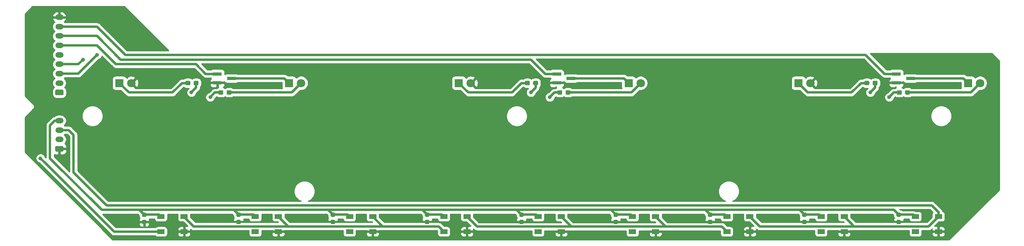
<source format=gbr>
G04 #@! TF.GenerationSoftware,KiCad,Pcbnew,(5.1.7)-1*
G04 #@! TF.CreationDate,2021-03-22T01:50:53-04:00*
G04 #@! TF.ProjectId,Circuit-AirSensor-Right,43697263-7569-4742-9d41-697253656e73,rev?*
G04 #@! TF.SameCoordinates,Original*
G04 #@! TF.FileFunction,Copper,L1,Top*
G04 #@! TF.FilePolarity,Positive*
%FSLAX46Y46*%
G04 Gerber Fmt 4.6, Leading zero omitted, Abs format (unit mm)*
G04 Created by KiCad (PCBNEW (5.1.7)-1) date 2021-03-22 01:50:53*
%MOMM*%
%LPD*%
G01*
G04 APERTURE LIST*
G04 #@! TA.AperFunction,ComponentPad*
%ADD10O,1.750000X1.200000*%
G04 #@! TD*
G04 #@! TA.AperFunction,SMDPad,CuDef*
%ADD11R,1.500000X1.000000*%
G04 #@! TD*
G04 #@! TA.AperFunction,SMDPad,CuDef*
%ADD12R,1.900000X0.800000*%
G04 #@! TD*
G04 #@! TA.AperFunction,ComponentPad*
%ADD13C,1.800000*%
G04 #@! TD*
G04 #@! TA.AperFunction,ComponentPad*
%ADD14R,1.800000X1.800000*%
G04 #@! TD*
G04 #@! TA.AperFunction,ViaPad*
%ADD15C,0.800000*%
G04 #@! TD*
G04 #@! TA.AperFunction,Conductor*
%ADD16C,0.500000*%
G04 #@! TD*
G04 #@! TA.AperFunction,Conductor*
%ADD17C,0.254000*%
G04 #@! TD*
G04 #@! TA.AperFunction,Conductor*
%ADD18C,0.100000*%
G04 #@! TD*
G04 APERTURE END LIST*
D10*
X56000000Y-113000000D03*
X56000000Y-115000000D03*
X56000000Y-117000000D03*
G04 #@! TA.AperFunction,ComponentPad*
G36*
G01*
X56625001Y-119600000D02*
X55374999Y-119600000D01*
G75*
G02*
X55125000Y-119350001I0J249999D01*
G01*
X55125000Y-118649999D01*
G75*
G02*
X55374999Y-118400000I249999J0D01*
G01*
X56625001Y-118400000D01*
G75*
G02*
X56875000Y-118649999I0J-249999D01*
G01*
X56875000Y-119350001D01*
G75*
G02*
X56625001Y-119600000I-249999J0D01*
G01*
G37*
G04 #@! TD.AperFunction*
G04 #@! TA.AperFunction,SMDPad,CuDef*
G36*
G01*
X233750000Y-132550000D02*
X234250000Y-132550000D01*
G75*
G02*
X234475000Y-132775000I0J-225000D01*
G01*
X234475000Y-133225000D01*
G75*
G02*
X234250000Y-133450000I-225000J0D01*
G01*
X233750000Y-133450000D01*
G75*
G02*
X233525000Y-133225000I0J225000D01*
G01*
X233525000Y-132775000D01*
G75*
G02*
X233750000Y-132550000I225000J0D01*
G01*
G37*
G04 #@! TD.AperFunction*
G04 #@! TA.AperFunction,SMDPad,CuDef*
G36*
G01*
X233750000Y-134100000D02*
X234250000Y-134100000D01*
G75*
G02*
X234475000Y-134325000I0J-225000D01*
G01*
X234475000Y-134775000D01*
G75*
G02*
X234250000Y-135000000I-225000J0D01*
G01*
X233750000Y-135000000D01*
G75*
G02*
X233525000Y-134775000I0J225000D01*
G01*
X233525000Y-134325000D01*
G75*
G02*
X233750000Y-134100000I225000J0D01*
G01*
G37*
G04 #@! TD.AperFunction*
G04 #@! TA.AperFunction,SMDPad,CuDef*
G36*
G01*
X213750000Y-134100000D02*
X214250000Y-134100000D01*
G75*
G02*
X214475000Y-134325000I0J-225000D01*
G01*
X214475000Y-134775000D01*
G75*
G02*
X214250000Y-135000000I-225000J0D01*
G01*
X213750000Y-135000000D01*
G75*
G02*
X213525000Y-134775000I0J225000D01*
G01*
X213525000Y-134325000D01*
G75*
G02*
X213750000Y-134100000I225000J0D01*
G01*
G37*
G04 #@! TD.AperFunction*
G04 #@! TA.AperFunction,SMDPad,CuDef*
G36*
G01*
X213750000Y-132550000D02*
X214250000Y-132550000D01*
G75*
G02*
X214475000Y-132775000I0J-225000D01*
G01*
X214475000Y-133225000D01*
G75*
G02*
X214250000Y-133450000I-225000J0D01*
G01*
X213750000Y-133450000D01*
G75*
G02*
X213525000Y-133225000I0J225000D01*
G01*
X213525000Y-132775000D01*
G75*
G02*
X213750000Y-132550000I225000J0D01*
G01*
G37*
G04 #@! TD.AperFunction*
G04 #@! TA.AperFunction,SMDPad,CuDef*
G36*
G01*
X193750000Y-132550000D02*
X194250000Y-132550000D01*
G75*
G02*
X194475000Y-132775000I0J-225000D01*
G01*
X194475000Y-133225000D01*
G75*
G02*
X194250000Y-133450000I-225000J0D01*
G01*
X193750000Y-133450000D01*
G75*
G02*
X193525000Y-133225000I0J225000D01*
G01*
X193525000Y-132775000D01*
G75*
G02*
X193750000Y-132550000I225000J0D01*
G01*
G37*
G04 #@! TD.AperFunction*
G04 #@! TA.AperFunction,SMDPad,CuDef*
G36*
G01*
X193750000Y-134100000D02*
X194250000Y-134100000D01*
G75*
G02*
X194475000Y-134325000I0J-225000D01*
G01*
X194475000Y-134775000D01*
G75*
G02*
X194250000Y-135000000I-225000J0D01*
G01*
X193750000Y-135000000D01*
G75*
G02*
X193525000Y-134775000I0J225000D01*
G01*
X193525000Y-134325000D01*
G75*
G02*
X193750000Y-134100000I225000J0D01*
G01*
G37*
G04 #@! TD.AperFunction*
G04 #@! TA.AperFunction,SMDPad,CuDef*
G36*
G01*
X173750000Y-132550000D02*
X174250000Y-132550000D01*
G75*
G02*
X174475000Y-132775000I0J-225000D01*
G01*
X174475000Y-133225000D01*
G75*
G02*
X174250000Y-133450000I-225000J0D01*
G01*
X173750000Y-133450000D01*
G75*
G02*
X173525000Y-133225000I0J225000D01*
G01*
X173525000Y-132775000D01*
G75*
G02*
X173750000Y-132550000I225000J0D01*
G01*
G37*
G04 #@! TD.AperFunction*
G04 #@! TA.AperFunction,SMDPad,CuDef*
G36*
G01*
X173750000Y-134100000D02*
X174250000Y-134100000D01*
G75*
G02*
X174475000Y-134325000I0J-225000D01*
G01*
X174475000Y-134775000D01*
G75*
G02*
X174250000Y-135000000I-225000J0D01*
G01*
X173750000Y-135000000D01*
G75*
G02*
X173525000Y-134775000I0J225000D01*
G01*
X173525000Y-134325000D01*
G75*
G02*
X173750000Y-134100000I225000J0D01*
G01*
G37*
G04 #@! TD.AperFunction*
G04 #@! TA.AperFunction,SMDPad,CuDef*
G36*
G01*
X153750000Y-132550000D02*
X154250000Y-132550000D01*
G75*
G02*
X154475000Y-132775000I0J-225000D01*
G01*
X154475000Y-133225000D01*
G75*
G02*
X154250000Y-133450000I-225000J0D01*
G01*
X153750000Y-133450000D01*
G75*
G02*
X153525000Y-133225000I0J225000D01*
G01*
X153525000Y-132775000D01*
G75*
G02*
X153750000Y-132550000I225000J0D01*
G01*
G37*
G04 #@! TD.AperFunction*
G04 #@! TA.AperFunction,SMDPad,CuDef*
G36*
G01*
X153750000Y-134100000D02*
X154250000Y-134100000D01*
G75*
G02*
X154475000Y-134325000I0J-225000D01*
G01*
X154475000Y-134775000D01*
G75*
G02*
X154250000Y-135000000I-225000J0D01*
G01*
X153750000Y-135000000D01*
G75*
G02*
X153525000Y-134775000I0J225000D01*
G01*
X153525000Y-134325000D01*
G75*
G02*
X153750000Y-134100000I225000J0D01*
G01*
G37*
G04 #@! TD.AperFunction*
G04 #@! TA.AperFunction,SMDPad,CuDef*
G36*
G01*
X133750000Y-132550000D02*
X134250000Y-132550000D01*
G75*
G02*
X134475000Y-132775000I0J-225000D01*
G01*
X134475000Y-133225000D01*
G75*
G02*
X134250000Y-133450000I-225000J0D01*
G01*
X133750000Y-133450000D01*
G75*
G02*
X133525000Y-133225000I0J225000D01*
G01*
X133525000Y-132775000D01*
G75*
G02*
X133750000Y-132550000I225000J0D01*
G01*
G37*
G04 #@! TD.AperFunction*
G04 #@! TA.AperFunction,SMDPad,CuDef*
G36*
G01*
X133750000Y-134100000D02*
X134250000Y-134100000D01*
G75*
G02*
X134475000Y-134325000I0J-225000D01*
G01*
X134475000Y-134775000D01*
G75*
G02*
X134250000Y-135000000I-225000J0D01*
G01*
X133750000Y-135000000D01*
G75*
G02*
X133525000Y-134775000I0J225000D01*
G01*
X133525000Y-134325000D01*
G75*
G02*
X133750000Y-134100000I225000J0D01*
G01*
G37*
G04 #@! TD.AperFunction*
G04 #@! TA.AperFunction,SMDPad,CuDef*
G36*
G01*
X113750000Y-132550000D02*
X114250000Y-132550000D01*
G75*
G02*
X114475000Y-132775000I0J-225000D01*
G01*
X114475000Y-133225000D01*
G75*
G02*
X114250000Y-133450000I-225000J0D01*
G01*
X113750000Y-133450000D01*
G75*
G02*
X113525000Y-133225000I0J225000D01*
G01*
X113525000Y-132775000D01*
G75*
G02*
X113750000Y-132550000I225000J0D01*
G01*
G37*
G04 #@! TD.AperFunction*
G04 #@! TA.AperFunction,SMDPad,CuDef*
G36*
G01*
X113750000Y-134100000D02*
X114250000Y-134100000D01*
G75*
G02*
X114475000Y-134325000I0J-225000D01*
G01*
X114475000Y-134775000D01*
G75*
G02*
X114250000Y-135000000I-225000J0D01*
G01*
X113750000Y-135000000D01*
G75*
G02*
X113525000Y-134775000I0J225000D01*
G01*
X113525000Y-134325000D01*
G75*
G02*
X113750000Y-134100000I225000J0D01*
G01*
G37*
G04 #@! TD.AperFunction*
G04 #@! TA.AperFunction,SMDPad,CuDef*
G36*
G01*
X93750000Y-134100000D02*
X94250000Y-134100000D01*
G75*
G02*
X94475000Y-134325000I0J-225000D01*
G01*
X94475000Y-134775000D01*
G75*
G02*
X94250000Y-135000000I-225000J0D01*
G01*
X93750000Y-135000000D01*
G75*
G02*
X93525000Y-134775000I0J225000D01*
G01*
X93525000Y-134325000D01*
G75*
G02*
X93750000Y-134100000I225000J0D01*
G01*
G37*
G04 #@! TD.AperFunction*
G04 #@! TA.AperFunction,SMDPad,CuDef*
G36*
G01*
X93750000Y-132550000D02*
X94250000Y-132550000D01*
G75*
G02*
X94475000Y-132775000I0J-225000D01*
G01*
X94475000Y-133225000D01*
G75*
G02*
X94250000Y-133450000I-225000J0D01*
G01*
X93750000Y-133450000D01*
G75*
G02*
X93525000Y-133225000I0J225000D01*
G01*
X93525000Y-132775000D01*
G75*
G02*
X93750000Y-132550000I225000J0D01*
G01*
G37*
G04 #@! TD.AperFunction*
G04 #@! TA.AperFunction,SMDPad,CuDef*
G36*
G01*
X73750000Y-134100000D02*
X74250000Y-134100000D01*
G75*
G02*
X74475000Y-134325000I0J-225000D01*
G01*
X74475000Y-134775000D01*
G75*
G02*
X74250000Y-135000000I-225000J0D01*
G01*
X73750000Y-135000000D01*
G75*
G02*
X73525000Y-134775000I0J225000D01*
G01*
X73525000Y-134325000D01*
G75*
G02*
X73750000Y-134100000I225000J0D01*
G01*
G37*
G04 #@! TD.AperFunction*
G04 #@! TA.AperFunction,SMDPad,CuDef*
G36*
G01*
X73750000Y-132550000D02*
X74250000Y-132550000D01*
G75*
G02*
X74475000Y-132775000I0J-225000D01*
G01*
X74475000Y-133225000D01*
G75*
G02*
X74250000Y-133450000I-225000J0D01*
G01*
X73750000Y-133450000D01*
G75*
G02*
X73525000Y-133225000I0J225000D01*
G01*
X73525000Y-132775000D01*
G75*
G02*
X73750000Y-132550000I225000J0D01*
G01*
G37*
G04 #@! TD.AperFunction*
D11*
X77550000Y-133400000D03*
X77550000Y-136600000D03*
X82450000Y-133400000D03*
X82450000Y-136600000D03*
X102450000Y-136600000D03*
X102450000Y-133400000D03*
X97550000Y-136600000D03*
X97550000Y-133400000D03*
X122450000Y-136600000D03*
X122450000Y-133400000D03*
X117550000Y-136600000D03*
X117550000Y-133400000D03*
X142450000Y-136600000D03*
X142450000Y-133400000D03*
X137550000Y-136600000D03*
X137550000Y-133400000D03*
X237550000Y-133400000D03*
X237550000Y-136600000D03*
X242450000Y-133400000D03*
X242450000Y-136600000D03*
X222450000Y-136600000D03*
X222450000Y-133400000D03*
X217550000Y-136600000D03*
X217550000Y-133400000D03*
X202450000Y-136600000D03*
X202450000Y-133400000D03*
X197550000Y-136600000D03*
X197550000Y-133400000D03*
X182450000Y-136600000D03*
X182450000Y-133400000D03*
X177550000Y-136600000D03*
X177550000Y-133400000D03*
X157550000Y-133400000D03*
X157550000Y-136600000D03*
X162450000Y-133400000D03*
X162450000Y-136600000D03*
G04 #@! TA.AperFunction,SMDPad,CuDef*
G36*
G01*
X227775000Y-104762500D02*
X227775000Y-105237500D01*
G75*
G02*
X227537500Y-105475000I-237500J0D01*
G01*
X226962500Y-105475000D01*
G75*
G02*
X226725000Y-105237500I0J237500D01*
G01*
X226725000Y-104762500D01*
G75*
G02*
X226962500Y-104525000I237500J0D01*
G01*
X227537500Y-104525000D01*
G75*
G02*
X227775000Y-104762500I0J-237500D01*
G01*
G37*
G04 #@! TD.AperFunction*
G04 #@! TA.AperFunction,SMDPad,CuDef*
G36*
G01*
X229525000Y-104762500D02*
X229525000Y-105237500D01*
G75*
G02*
X229287500Y-105475000I-237500J0D01*
G01*
X228712500Y-105475000D01*
G75*
G02*
X228475000Y-105237500I0J237500D01*
G01*
X228475000Y-104762500D01*
G75*
G02*
X228712500Y-104525000I237500J0D01*
G01*
X229287500Y-104525000D01*
G75*
G02*
X229525000Y-104762500I0J-237500D01*
G01*
G37*
G04 #@! TD.AperFunction*
G04 #@! TA.AperFunction,SMDPad,CuDef*
G36*
G01*
X155775000Y-104762500D02*
X155775000Y-105237500D01*
G75*
G02*
X155537500Y-105475000I-237500J0D01*
G01*
X154962500Y-105475000D01*
G75*
G02*
X154725000Y-105237500I0J237500D01*
G01*
X154725000Y-104762500D01*
G75*
G02*
X154962500Y-104525000I237500J0D01*
G01*
X155537500Y-104525000D01*
G75*
G02*
X155775000Y-104762500I0J-237500D01*
G01*
G37*
G04 #@! TD.AperFunction*
G04 #@! TA.AperFunction,SMDPad,CuDef*
G36*
G01*
X157525000Y-104762500D02*
X157525000Y-105237500D01*
G75*
G02*
X157287500Y-105475000I-237500J0D01*
G01*
X156712500Y-105475000D01*
G75*
G02*
X156475000Y-105237500I0J237500D01*
G01*
X156475000Y-104762500D01*
G75*
G02*
X156712500Y-104525000I237500J0D01*
G01*
X157287500Y-104525000D01*
G75*
G02*
X157525000Y-104762500I0J-237500D01*
G01*
G37*
G04 #@! TD.AperFunction*
G04 #@! TA.AperFunction,SMDPad,CuDef*
G36*
G01*
X83775000Y-104762500D02*
X83775000Y-105237500D01*
G75*
G02*
X83537500Y-105475000I-237500J0D01*
G01*
X82962500Y-105475000D01*
G75*
G02*
X82725000Y-105237500I0J237500D01*
G01*
X82725000Y-104762500D01*
G75*
G02*
X82962500Y-104525000I237500J0D01*
G01*
X83537500Y-104525000D01*
G75*
G02*
X83775000Y-104762500I0J-237500D01*
G01*
G37*
G04 #@! TD.AperFunction*
G04 #@! TA.AperFunction,SMDPad,CuDef*
G36*
G01*
X85525000Y-104762500D02*
X85525000Y-105237500D01*
G75*
G02*
X85287500Y-105475000I-237500J0D01*
G01*
X84712500Y-105475000D01*
G75*
G02*
X84475000Y-105237500I0J237500D01*
G01*
X84475000Y-104762500D01*
G75*
G02*
X84712500Y-104525000I237500J0D01*
G01*
X85287500Y-104525000D01*
G75*
G02*
X85525000Y-104762500I0J-237500D01*
G01*
G37*
G04 #@! TD.AperFunction*
G04 #@! TA.AperFunction,SMDPad,CuDef*
G36*
G01*
X235350000Y-107237500D02*
X235350000Y-106762500D01*
G75*
G02*
X235587500Y-106525000I237500J0D01*
G01*
X236162500Y-106525000D01*
G75*
G02*
X236400000Y-106762500I0J-237500D01*
G01*
X236400000Y-107237500D01*
G75*
G02*
X236162500Y-107475000I-237500J0D01*
G01*
X235587500Y-107475000D01*
G75*
G02*
X235350000Y-107237500I0J237500D01*
G01*
G37*
G04 #@! TD.AperFunction*
G04 #@! TA.AperFunction,SMDPad,CuDef*
G36*
G01*
X233600000Y-107237500D02*
X233600000Y-106762500D01*
G75*
G02*
X233837500Y-106525000I237500J0D01*
G01*
X234412500Y-106525000D01*
G75*
G02*
X234650000Y-106762500I0J-237500D01*
G01*
X234650000Y-107237500D01*
G75*
G02*
X234412500Y-107475000I-237500J0D01*
G01*
X233837500Y-107475000D01*
G75*
G02*
X233600000Y-107237500I0J237500D01*
G01*
G37*
G04 #@! TD.AperFunction*
G04 #@! TA.AperFunction,SMDPad,CuDef*
G36*
G01*
X163350000Y-107237500D02*
X163350000Y-106762500D01*
G75*
G02*
X163587500Y-106525000I237500J0D01*
G01*
X164162500Y-106525000D01*
G75*
G02*
X164400000Y-106762500I0J-237500D01*
G01*
X164400000Y-107237500D01*
G75*
G02*
X164162500Y-107475000I-237500J0D01*
G01*
X163587500Y-107475000D01*
G75*
G02*
X163350000Y-107237500I0J237500D01*
G01*
G37*
G04 #@! TD.AperFunction*
G04 #@! TA.AperFunction,SMDPad,CuDef*
G36*
G01*
X161600000Y-107237500D02*
X161600000Y-106762500D01*
G75*
G02*
X161837500Y-106525000I237500J0D01*
G01*
X162412500Y-106525000D01*
G75*
G02*
X162650000Y-106762500I0J-237500D01*
G01*
X162650000Y-107237500D01*
G75*
G02*
X162412500Y-107475000I-237500J0D01*
G01*
X161837500Y-107475000D01*
G75*
G02*
X161600000Y-107237500I0J237500D01*
G01*
G37*
G04 #@! TD.AperFunction*
G04 #@! TA.AperFunction,SMDPad,CuDef*
G36*
G01*
X91475000Y-107237500D02*
X91475000Y-106762500D01*
G75*
G02*
X91712500Y-106525000I237500J0D01*
G01*
X92287500Y-106525000D01*
G75*
G02*
X92525000Y-106762500I0J-237500D01*
G01*
X92525000Y-107237500D01*
G75*
G02*
X92287500Y-107475000I-237500J0D01*
G01*
X91712500Y-107475000D01*
G75*
G02*
X91475000Y-107237500I0J237500D01*
G01*
G37*
G04 #@! TD.AperFunction*
G04 #@! TA.AperFunction,SMDPad,CuDef*
G36*
G01*
X89725000Y-107237500D02*
X89725000Y-106762500D01*
G75*
G02*
X89962500Y-106525000I237500J0D01*
G01*
X90537500Y-106525000D01*
G75*
G02*
X90775000Y-106762500I0J-237500D01*
G01*
X90775000Y-107237500D01*
G75*
G02*
X90537500Y-107475000I-237500J0D01*
G01*
X89962500Y-107475000D01*
G75*
G02*
X89725000Y-107237500I0J237500D01*
G01*
G37*
G04 #@! TD.AperFunction*
D12*
X236500000Y-104000000D03*
X233500000Y-104950000D03*
X233500000Y-103050000D03*
X164500000Y-104000000D03*
X161500000Y-104950000D03*
X161500000Y-103050000D03*
X92500000Y-104000000D03*
X89500000Y-104950000D03*
X89500000Y-103050000D03*
D13*
X179270000Y-105000000D03*
D14*
X176730000Y-105000000D03*
D13*
X251270000Y-105000000D03*
D14*
X248730000Y-105000000D03*
D13*
X215270000Y-105000000D03*
D14*
X212730000Y-105000000D03*
D13*
X143270000Y-105000000D03*
D14*
X140730000Y-105000000D03*
D13*
X107270000Y-105000000D03*
D14*
X104730000Y-105000000D03*
D13*
X71270000Y-105000000D03*
D14*
X68730000Y-105000000D03*
D10*
X56000000Y-91000000D03*
X56000000Y-93000000D03*
X56000000Y-95000000D03*
X56000000Y-97000000D03*
X56000000Y-99000000D03*
X56000000Y-101000000D03*
X56000000Y-103000000D03*
X56000000Y-105000000D03*
G04 #@! TA.AperFunction,ComponentPad*
G36*
G01*
X56625001Y-107600000D02*
X55374999Y-107600000D01*
G75*
G02*
X55125000Y-107350001I0J249999D01*
G01*
X55125000Y-106649999D01*
G75*
G02*
X55374999Y-106400000I249999J0D01*
G01*
X56625001Y-106400000D01*
G75*
G02*
X56875000Y-106649999I0J-249999D01*
G01*
X56875000Y-107350001D01*
G75*
G02*
X56625001Y-107600000I-249999J0D01*
G01*
G37*
G04 #@! TD.AperFunction*
D15*
X231050000Y-104950000D03*
X159050000Y-104950000D03*
X87050000Y-104950000D03*
X138000000Y-105000000D03*
X66000000Y-105000000D03*
X210000000Y-105000000D03*
X252000000Y-108000000D03*
X232000000Y-133500000D03*
X212000000Y-133500000D03*
X192000000Y-133500000D03*
X172000000Y-133500000D03*
X152000000Y-133500000D03*
X132000000Y-133500000D03*
X112000000Y-133500000D03*
X92000000Y-133500000D03*
X72000000Y-133500000D03*
X245000000Y-136000000D03*
X86000000Y-137000000D03*
X126000000Y-137000000D03*
X166000000Y-137000000D03*
X206000000Y-137000000D03*
X228000000Y-107000000D03*
X156000000Y-107000000D03*
X84000000Y-107000000D03*
X232000000Y-108000000D03*
X160000000Y-108000000D03*
X88000000Y-108000000D03*
X61000000Y-100000000D03*
X64000000Y-99000000D03*
X52000000Y-121000000D03*
D16*
X231050000Y-104950000D02*
X231050000Y-104950000D01*
X233500000Y-104950000D02*
X231050000Y-104950000D01*
X159050000Y-104950000D02*
X159050000Y-104950000D01*
X161500000Y-104950000D02*
X159050000Y-104950000D01*
X89500000Y-104950000D02*
X87050000Y-104950000D01*
X87050000Y-104950000D02*
X87050000Y-104950000D01*
X229000000Y-105000000D02*
X229000000Y-106000000D01*
X229000000Y-106000000D02*
X228000000Y-107000000D01*
X228000000Y-107000000D02*
X228000000Y-107000000D01*
X157000000Y-105000000D02*
X157000000Y-106000000D01*
X157000000Y-106000000D02*
X156000000Y-107000000D01*
X156000000Y-107000000D02*
X156000000Y-107000000D01*
X85000000Y-105000000D02*
X85000000Y-106000000D01*
X84000000Y-107000000D02*
X84000000Y-107000000D01*
X85000000Y-106000000D02*
X84000000Y-107000000D01*
X233000000Y-107000000D02*
X232000000Y-108000000D01*
X234125000Y-107000000D02*
X233000000Y-107000000D01*
X161000000Y-107000000D02*
X160000000Y-108000000D01*
X162125000Y-107000000D02*
X161000000Y-107000000D01*
X90125000Y-107000000D02*
X89000000Y-107000000D01*
X89000000Y-107000000D02*
X88000000Y-108000000D01*
X83250000Y-105000000D02*
X82000000Y-105000000D01*
X82000000Y-105000000D02*
X80000000Y-107000000D01*
X70730000Y-107000000D02*
X68730000Y-105000000D01*
X80000000Y-107000000D02*
X70730000Y-107000000D01*
X107270000Y-105070002D02*
X107270000Y-105000000D01*
X105340002Y-107000000D02*
X92000000Y-107000000D01*
X105340002Y-107000000D02*
X107270000Y-105070002D01*
X103730000Y-104000000D02*
X104730000Y-105000000D01*
X92500000Y-104000000D02*
X103730000Y-104000000D01*
X155250000Y-105000000D02*
X154000000Y-105000000D01*
X154000000Y-105000000D02*
X152000000Y-107000000D01*
X142730000Y-107000000D02*
X140730000Y-105000000D01*
X152000000Y-107000000D02*
X142730000Y-107000000D01*
X56000000Y-101000000D02*
X60000000Y-101000000D01*
X60000000Y-101000000D02*
X61000000Y-100000000D01*
X61000000Y-100000000D02*
X61000000Y-100000000D01*
X177340002Y-107000000D02*
X164000000Y-107000000D01*
X179270000Y-105070002D02*
X179270000Y-105000000D01*
X177340002Y-107000000D02*
X179270000Y-105070002D01*
X175730000Y-104000000D02*
X176730000Y-105000000D01*
X164500000Y-104000000D02*
X175730000Y-104000000D01*
X227250000Y-105000000D02*
X226000000Y-105000000D01*
X226000000Y-105000000D02*
X224000000Y-107000000D01*
X214730000Y-107000000D02*
X212730000Y-105000000D01*
X224000000Y-107000000D02*
X214730000Y-107000000D01*
X56000000Y-103000000D02*
X60000000Y-103000000D01*
X60000000Y-103000000D02*
X64000000Y-99000000D01*
X64000000Y-99000000D02*
X64000000Y-99000000D01*
X249340002Y-107000000D02*
X236000000Y-107000000D01*
X251270000Y-105070002D02*
X251270000Y-105000000D01*
X249340002Y-107000000D02*
X251270000Y-105070002D01*
X247730000Y-104000000D02*
X248730000Y-105000000D01*
X236500000Y-104000000D02*
X247730000Y-104000000D01*
X231050000Y-103050000D02*
X233500000Y-103050000D01*
X227000000Y-99000000D02*
X231050000Y-103050000D01*
X70000000Y-99000000D02*
X227000000Y-99000000D01*
X64000000Y-93000000D02*
X70000000Y-99000000D01*
X56000000Y-93000000D02*
X64000000Y-93000000D01*
X159050000Y-103050000D02*
X161500000Y-103050000D01*
X156000000Y-100000000D02*
X159050000Y-103050000D01*
X69000000Y-100000000D02*
X156000000Y-100000000D01*
X64000000Y-95000000D02*
X69000000Y-100000000D01*
X56000000Y-95000000D02*
X64000000Y-95000000D01*
X64000000Y-97000000D02*
X68000000Y-101000000D01*
X56000000Y-97000000D02*
X64000000Y-97000000D01*
X68000000Y-101000000D02*
X85000000Y-101000000D01*
X87050000Y-103050000D02*
X89500000Y-103050000D01*
X85000000Y-101000000D02*
X87050000Y-103050000D01*
X224050000Y-135000000D02*
X222450000Y-133400000D01*
X224550000Y-135500000D02*
X222450000Y-133400000D01*
X226500000Y-135500000D02*
X224550000Y-135500000D01*
X204550000Y-135500000D02*
X202450000Y-133400000D01*
X226500000Y-135500000D02*
X204550000Y-135500000D01*
X240350000Y-135500000D02*
X242450000Y-133400000D01*
X226500000Y-135500000D02*
X240350000Y-135500000D01*
X241000000Y-131000000D02*
X242450000Y-132450000D01*
X242450000Y-132450000D02*
X242450000Y-133400000D01*
X66000000Y-131000000D02*
X241000000Y-131000000D01*
X59000000Y-124000000D02*
X66000000Y-131000000D01*
X58000000Y-115000000D02*
X59000000Y-116000000D01*
X59000000Y-116000000D02*
X59000000Y-124000000D01*
X56000000Y-115000000D02*
X58000000Y-115000000D01*
X197550000Y-136550000D02*
X197550000Y-136600000D01*
X144050000Y-135000000D02*
X142450000Y-133400000D01*
X164050000Y-135000000D02*
X162450000Y-133400000D01*
X184050000Y-135000000D02*
X182450000Y-133400000D01*
X144575000Y-135525000D02*
X142450000Y-133400000D01*
X196475000Y-135525000D02*
X197550000Y-136600000D01*
X164575000Y-135525000D02*
X164050000Y-135000000D01*
X166025000Y-135525000D02*
X164575000Y-135525000D01*
X166025000Y-135525000D02*
X144575000Y-135525000D01*
X184575000Y-135525000D02*
X184050000Y-135000000D01*
X185525000Y-135525000D02*
X184575000Y-135525000D01*
X196475000Y-135525000D02*
X185525000Y-135525000D01*
X185525000Y-135525000D02*
X166025000Y-135525000D01*
X136450000Y-135500000D02*
X137550000Y-136600000D01*
X82450000Y-133450000D02*
X84500000Y-135500000D01*
X82450000Y-133400000D02*
X82450000Y-133450000D01*
X124550000Y-135500000D02*
X122450000Y-133400000D01*
X129000000Y-135500000D02*
X124550000Y-135500000D01*
X129000000Y-135500000D02*
X136450000Y-135500000D01*
X104550000Y-135500000D02*
X102450000Y-133400000D01*
X106000000Y-135500000D02*
X104550000Y-135500000D01*
X84500000Y-135500000D02*
X106000000Y-135500000D01*
X106000000Y-135500000D02*
X129000000Y-135500000D01*
X77550000Y-136600000D02*
X77550000Y-136550000D01*
X67600000Y-136600000D02*
X53000000Y-122000000D01*
X77550000Y-136600000D02*
X67600000Y-136600000D01*
X53000000Y-122000000D02*
X52000000Y-121000000D01*
X52000000Y-121000000D02*
X52000000Y-121000000D01*
X214000000Y-132000000D02*
X216150000Y-132000000D01*
X194000000Y-132000000D02*
X196150000Y-132000000D01*
X174000000Y-132000000D02*
X176150000Y-132000000D01*
X154000000Y-132000000D02*
X156150000Y-132000000D01*
X134000000Y-132000000D02*
X136150000Y-132000000D01*
X114000000Y-132000000D02*
X116150000Y-132000000D01*
X94000000Y-132000000D02*
X96150000Y-132000000D01*
X74000000Y-132000000D02*
X76150000Y-132000000D01*
X73000000Y-132000000D02*
X74000000Y-133000000D01*
X71000000Y-132000000D02*
X73000000Y-132000000D01*
X77150000Y-133000000D02*
X77550000Y-133400000D01*
X74000000Y-133000000D02*
X77150000Y-133000000D01*
X92000000Y-132000000D02*
X93000000Y-132000000D01*
X93000000Y-132000000D02*
X94000000Y-133000000D01*
X71000000Y-132000000D02*
X92000000Y-132000000D01*
X97150000Y-133000000D02*
X97550000Y-133400000D01*
X94000000Y-133000000D02*
X97150000Y-133000000D01*
X233000000Y-132000000D02*
X234000000Y-133000000D01*
X232500000Y-132000000D02*
X233000000Y-132000000D01*
X237150000Y-133000000D02*
X237550000Y-133400000D01*
X234000000Y-133000000D02*
X237150000Y-133000000D01*
X213000000Y-132000000D02*
X214000000Y-133000000D01*
X212500000Y-132000000D02*
X213000000Y-132000000D01*
X212500000Y-132000000D02*
X232500000Y-132000000D01*
X217150000Y-133000000D02*
X217550000Y-133400000D01*
X214000000Y-133000000D02*
X217150000Y-133000000D01*
X193000000Y-132000000D02*
X194000000Y-133000000D01*
X192000000Y-132000000D02*
X193000000Y-132000000D01*
X192000000Y-132000000D02*
X212500000Y-132000000D01*
X197150000Y-133000000D02*
X197550000Y-133400000D01*
X194000000Y-133000000D02*
X197150000Y-133000000D01*
X173000000Y-132000000D02*
X174000000Y-133000000D01*
X172000000Y-132000000D02*
X173000000Y-132000000D01*
X172000000Y-132000000D02*
X192000000Y-132000000D01*
X177150000Y-133000000D02*
X177550000Y-133400000D01*
X174000000Y-133000000D02*
X177150000Y-133000000D01*
X153000000Y-132000000D02*
X154000000Y-133000000D01*
X152000000Y-132000000D02*
X153000000Y-132000000D01*
X152000000Y-132000000D02*
X172000000Y-132000000D01*
X157150000Y-133000000D02*
X157550000Y-133400000D01*
X154000000Y-133000000D02*
X157150000Y-133000000D01*
X133000000Y-132000000D02*
X134000000Y-133000000D01*
X131500000Y-132000000D02*
X133000000Y-132000000D01*
X131500000Y-132000000D02*
X152000000Y-132000000D01*
X137150000Y-133000000D02*
X137550000Y-133400000D01*
X134000000Y-133000000D02*
X137150000Y-133000000D01*
X113000000Y-132000000D02*
X114000000Y-133000000D01*
X112000000Y-132000000D02*
X113000000Y-132000000D01*
X92000000Y-132000000D02*
X112000000Y-132000000D01*
X112000000Y-132000000D02*
X131500000Y-132000000D01*
X117150000Y-133000000D02*
X117550000Y-133400000D01*
X114000000Y-133000000D02*
X117150000Y-133000000D01*
X65000000Y-132000000D02*
X71000000Y-132000000D01*
X54000000Y-121000000D02*
X65000000Y-132000000D01*
X54000000Y-114000000D02*
X54000000Y-121000000D01*
X55000000Y-113000000D02*
X54000000Y-114000000D01*
X56000000Y-113000000D02*
X55000000Y-113000000D01*
D17*
X79110909Y-98115000D02*
X70366579Y-98115000D01*
X64656534Y-92404956D01*
X64628817Y-92371183D01*
X64494059Y-92260589D01*
X64340313Y-92178411D01*
X64173490Y-92127805D01*
X64043477Y-92115000D01*
X64043469Y-92115000D01*
X64000000Y-92110719D01*
X63956531Y-92115000D01*
X57143366Y-92115000D01*
X57002652Y-91999519D01*
X57066725Y-91956307D01*
X57238078Y-91783474D01*
X57372421Y-91580533D01*
X57464591Y-91355282D01*
X57468462Y-91317609D01*
X57343731Y-91127000D01*
X56127000Y-91127000D01*
X56127000Y-91147000D01*
X55873000Y-91147000D01*
X55873000Y-91127000D01*
X54656269Y-91127000D01*
X54531538Y-91317609D01*
X54535409Y-91355282D01*
X54627579Y-91580533D01*
X54761922Y-91783474D01*
X54933275Y-91956307D01*
X54997348Y-91999519D01*
X54847498Y-92122498D01*
X54693167Y-92310551D01*
X54578489Y-92525099D01*
X54507870Y-92757898D01*
X54484025Y-93000000D01*
X54507870Y-93242102D01*
X54578489Y-93474901D01*
X54693167Y-93689449D01*
X54847498Y-93877502D01*
X54996762Y-94000000D01*
X54847498Y-94122498D01*
X54693167Y-94310551D01*
X54578489Y-94525099D01*
X54507870Y-94757898D01*
X54484025Y-95000000D01*
X54507870Y-95242102D01*
X54578489Y-95474901D01*
X54693167Y-95689449D01*
X54847498Y-95877502D01*
X54996762Y-96000000D01*
X54847498Y-96122498D01*
X54693167Y-96310551D01*
X54578489Y-96525099D01*
X54507870Y-96757898D01*
X54484025Y-97000000D01*
X54507870Y-97242102D01*
X54578489Y-97474901D01*
X54693167Y-97689449D01*
X54847498Y-97877502D01*
X54996762Y-98000000D01*
X54847498Y-98122498D01*
X54693167Y-98310551D01*
X54578489Y-98525099D01*
X54507870Y-98757898D01*
X54484025Y-99000000D01*
X54507870Y-99242102D01*
X54578489Y-99474901D01*
X54693167Y-99689449D01*
X54847498Y-99877502D01*
X54996762Y-100000000D01*
X54847498Y-100122498D01*
X54693167Y-100310551D01*
X54578489Y-100525099D01*
X54507870Y-100757898D01*
X54484025Y-101000000D01*
X54507870Y-101242102D01*
X54578489Y-101474901D01*
X54693167Y-101689449D01*
X54847498Y-101877502D01*
X54996762Y-102000000D01*
X54847498Y-102122498D01*
X54693167Y-102310551D01*
X54578489Y-102525099D01*
X54507870Y-102757898D01*
X54484025Y-103000000D01*
X54507870Y-103242102D01*
X54578489Y-103474901D01*
X54693167Y-103689449D01*
X54847498Y-103877502D01*
X54996762Y-104000000D01*
X54847498Y-104122498D01*
X54693167Y-104310551D01*
X54578489Y-104525099D01*
X54507870Y-104757898D01*
X54484025Y-105000000D01*
X54507870Y-105242102D01*
X54578489Y-105474901D01*
X54693167Y-105689449D01*
X54847498Y-105877502D01*
X54886111Y-105909191D01*
X54881613Y-105911595D01*
X54747038Y-106022038D01*
X54636595Y-106156613D01*
X54554528Y-106310149D01*
X54503992Y-106476745D01*
X54486928Y-106649999D01*
X54486928Y-107350001D01*
X54503992Y-107523255D01*
X54554528Y-107689851D01*
X54636595Y-107843387D01*
X54747038Y-107977962D01*
X54881613Y-108088405D01*
X55035149Y-108170472D01*
X55201745Y-108221008D01*
X55374999Y-108238072D01*
X56625001Y-108238072D01*
X56798255Y-108221008D01*
X56964851Y-108170472D01*
X57118387Y-108088405D01*
X57252962Y-107977962D01*
X57363405Y-107843387D01*
X57445472Y-107689851D01*
X57496008Y-107523255D01*
X57513072Y-107350001D01*
X57513072Y-106649999D01*
X57496008Y-106476745D01*
X57445472Y-106310149D01*
X57363405Y-106156613D01*
X57252962Y-106022038D01*
X57118387Y-105911595D01*
X57113889Y-105909191D01*
X57152502Y-105877502D01*
X57306833Y-105689449D01*
X57421511Y-105474901D01*
X57492130Y-105242102D01*
X57515975Y-105000000D01*
X57492130Y-104757898D01*
X57421511Y-104525099D01*
X57306833Y-104310551D01*
X57152502Y-104122498D01*
X57125089Y-104100000D01*
X67191928Y-104100000D01*
X67191928Y-105900000D01*
X67204188Y-106024482D01*
X67240498Y-106144180D01*
X67299463Y-106254494D01*
X67378815Y-106351185D01*
X67475506Y-106430537D01*
X67585820Y-106489502D01*
X67705518Y-106525812D01*
X67830000Y-106538072D01*
X69016494Y-106538072D01*
X70073468Y-107595047D01*
X70101183Y-107628817D01*
X70134951Y-107656530D01*
X70134953Y-107656532D01*
X70175552Y-107689851D01*
X70235941Y-107739411D01*
X70389687Y-107821589D01*
X70556510Y-107872195D01*
X70686523Y-107885000D01*
X70686533Y-107885000D01*
X70729999Y-107889281D01*
X70773465Y-107885000D01*
X79956531Y-107885000D01*
X80000000Y-107889281D01*
X80043469Y-107885000D01*
X80043477Y-107885000D01*
X80173490Y-107872195D01*
X80340313Y-107821589D01*
X80494059Y-107739411D01*
X80628817Y-107628817D01*
X80656534Y-107595044D01*
X82366579Y-105885000D01*
X82377954Y-105885000D01*
X82476058Y-105965512D01*
X82627433Y-106046423D01*
X82791684Y-106096248D01*
X82962500Y-106113072D01*
X83464431Y-106113072D01*
X83340226Y-106196063D01*
X83196063Y-106340226D01*
X83082795Y-106509744D01*
X83004774Y-106698102D01*
X82965000Y-106898061D01*
X82965000Y-107101939D01*
X83004774Y-107301898D01*
X83082795Y-107490256D01*
X83196063Y-107659774D01*
X83340226Y-107803937D01*
X83509744Y-107917205D01*
X83698102Y-107995226D01*
X83898061Y-108035000D01*
X84101939Y-108035000D01*
X84301898Y-107995226D01*
X84490256Y-107917205D01*
X84659774Y-107803937D01*
X84803937Y-107659774D01*
X84917205Y-107490256D01*
X84995226Y-107301898D01*
X85006535Y-107245043D01*
X85595049Y-106656530D01*
X85628817Y-106628817D01*
X85739411Y-106494059D01*
X85787039Y-106404953D01*
X85821589Y-106340314D01*
X85872195Y-106173490D01*
X85875161Y-106143377D01*
X85885000Y-106043477D01*
X85885000Y-106043469D01*
X85889281Y-106000000D01*
X85885000Y-105956531D01*
X85885000Y-105874369D01*
X85906623Y-105856623D01*
X86015512Y-105723942D01*
X86096423Y-105572567D01*
X86146248Y-105408316D01*
X86151991Y-105350000D01*
X87911928Y-105350000D01*
X87924188Y-105474482D01*
X87960498Y-105594180D01*
X88019463Y-105704494D01*
X88098815Y-105801185D01*
X88195506Y-105880537D01*
X88305820Y-105939502D01*
X88425518Y-105975812D01*
X88550000Y-105988072D01*
X89214250Y-105985000D01*
X89373000Y-105826250D01*
X89373000Y-105077000D01*
X88073750Y-105077000D01*
X87915000Y-105235750D01*
X87911928Y-105350000D01*
X86151991Y-105350000D01*
X86163072Y-105237500D01*
X86163072Y-104762500D01*
X86146248Y-104591684D01*
X86096423Y-104427433D01*
X86015512Y-104276058D01*
X85906623Y-104143377D01*
X85773942Y-104034488D01*
X85622567Y-103953577D01*
X85458316Y-103903752D01*
X85287500Y-103886928D01*
X84712500Y-103886928D01*
X84541684Y-103903752D01*
X84377433Y-103953577D01*
X84226058Y-104034488D01*
X84125000Y-104117425D01*
X84023942Y-104034488D01*
X83872567Y-103953577D01*
X83708316Y-103903752D01*
X83537500Y-103886928D01*
X82962500Y-103886928D01*
X82791684Y-103903752D01*
X82627433Y-103953577D01*
X82476058Y-104034488D01*
X82377954Y-104115000D01*
X82043465Y-104115000D01*
X81999999Y-104110719D01*
X81956533Y-104115000D01*
X81956523Y-104115000D01*
X81826510Y-104127805D01*
X81659687Y-104178411D01*
X81505941Y-104260589D01*
X81505939Y-104260590D01*
X81505940Y-104260590D01*
X81404953Y-104343468D01*
X81404951Y-104343470D01*
X81371183Y-104371183D01*
X81343470Y-104404951D01*
X79633422Y-106115000D01*
X72137711Y-106115000D01*
X72154475Y-106064080D01*
X71270000Y-105179605D01*
X71255858Y-105193748D01*
X71076253Y-105014143D01*
X71090395Y-105000000D01*
X71449605Y-105000000D01*
X72334080Y-105884475D01*
X72588261Y-105800792D01*
X72719158Y-105528225D01*
X72794365Y-105235358D01*
X72810991Y-104933447D01*
X72768397Y-104634093D01*
X72668222Y-104348801D01*
X72588261Y-104199208D01*
X72334080Y-104115525D01*
X71449605Y-105000000D01*
X71090395Y-105000000D01*
X71076253Y-104985858D01*
X71255858Y-104806253D01*
X71270000Y-104820395D01*
X72154475Y-103935920D01*
X72070792Y-103681739D01*
X71798225Y-103550842D01*
X71505358Y-103475635D01*
X71203447Y-103459009D01*
X70904093Y-103501603D01*
X70618801Y-103601778D01*
X70469208Y-103681739D01*
X70385526Y-103935918D01*
X70269578Y-103819970D01*
X70222813Y-103866735D01*
X70219502Y-103855820D01*
X70160537Y-103745506D01*
X70081185Y-103648815D01*
X69984494Y-103569463D01*
X69874180Y-103510498D01*
X69754482Y-103474188D01*
X69630000Y-103461928D01*
X67830000Y-103461928D01*
X67705518Y-103474188D01*
X67585820Y-103510498D01*
X67475506Y-103569463D01*
X67378815Y-103648815D01*
X67299463Y-103745506D01*
X67240498Y-103855820D01*
X67204188Y-103975518D01*
X67191928Y-104100000D01*
X57125089Y-104100000D01*
X57003238Y-104000000D01*
X57143366Y-103885000D01*
X59956531Y-103885000D01*
X60000000Y-103889281D01*
X60043469Y-103885000D01*
X60043477Y-103885000D01*
X60173490Y-103872195D01*
X60340313Y-103821589D01*
X60494059Y-103739411D01*
X60628817Y-103628817D01*
X60656534Y-103595044D01*
X64245044Y-100006535D01*
X64301898Y-99995226D01*
X64490256Y-99917205D01*
X64659774Y-99803937D01*
X64803937Y-99659774D01*
X64917205Y-99490256D01*
X64995226Y-99301898D01*
X65004367Y-99255945D01*
X67343470Y-101595049D01*
X67371183Y-101628817D01*
X67404951Y-101656530D01*
X67404953Y-101656532D01*
X67476452Y-101715210D01*
X67505941Y-101739411D01*
X67659687Y-101821589D01*
X67826510Y-101872195D01*
X67956523Y-101885000D01*
X67956533Y-101885000D01*
X67999999Y-101889281D01*
X68043465Y-101885000D01*
X84633422Y-101885000D01*
X86393470Y-103645049D01*
X86421183Y-103678817D01*
X86454951Y-103706530D01*
X86454953Y-103706532D01*
X86495015Y-103739410D01*
X86555941Y-103789411D01*
X86709687Y-103871589D01*
X86876510Y-103922195D01*
X87006523Y-103935000D01*
X87006531Y-103935000D01*
X87050000Y-103939281D01*
X87093469Y-103935000D01*
X88140019Y-103935000D01*
X88195506Y-103980537D01*
X88231918Y-104000000D01*
X88195506Y-104019463D01*
X88098815Y-104098815D01*
X88019463Y-104195506D01*
X87960498Y-104305820D01*
X87924188Y-104425518D01*
X87911928Y-104550000D01*
X87915000Y-104664250D01*
X88073750Y-104823000D01*
X89373000Y-104823000D01*
X89373000Y-104803000D01*
X89627000Y-104803000D01*
X89627000Y-104823000D01*
X90926250Y-104823000D01*
X91010857Y-104738393D01*
X91019463Y-104754494D01*
X91098815Y-104851185D01*
X91195506Y-104930537D01*
X91305820Y-104989502D01*
X91425518Y-105025812D01*
X91550000Y-105038072D01*
X93450000Y-105038072D01*
X93574482Y-105025812D01*
X93694180Y-104989502D01*
X93804494Y-104930537D01*
X93859981Y-104885000D01*
X103191928Y-104885000D01*
X103191928Y-105900000D01*
X103204188Y-106024482D01*
X103231646Y-106115000D01*
X92872046Y-106115000D01*
X92773942Y-106034488D01*
X92622567Y-105953577D01*
X92458316Y-105903752D01*
X92287500Y-105886928D01*
X91712500Y-105886928D01*
X91541684Y-105903752D01*
X91377433Y-105953577D01*
X91226058Y-106034488D01*
X91125000Y-106117425D01*
X91023942Y-106034488D01*
X90872567Y-105953577D01*
X90741966Y-105913960D01*
X90804494Y-105880537D01*
X90901185Y-105801185D01*
X90980537Y-105704494D01*
X91039502Y-105594180D01*
X91075812Y-105474482D01*
X91088072Y-105350000D01*
X91085000Y-105235750D01*
X90926250Y-105077000D01*
X89627000Y-105077000D01*
X89627000Y-105826250D01*
X89724793Y-105924043D01*
X89627433Y-105953577D01*
X89476058Y-106034488D01*
X89377954Y-106115000D01*
X89043469Y-106115000D01*
X89000000Y-106110719D01*
X88956531Y-106115000D01*
X88956523Y-106115000D01*
X88826510Y-106127805D01*
X88659686Y-106178411D01*
X88505941Y-106260589D01*
X88404953Y-106343468D01*
X88404951Y-106343470D01*
X88371183Y-106371183D01*
X88343470Y-106404951D01*
X87754957Y-106993465D01*
X87698102Y-107004774D01*
X87509744Y-107082795D01*
X87340226Y-107196063D01*
X87196063Y-107340226D01*
X87082795Y-107509744D01*
X87004774Y-107698102D01*
X86965000Y-107898061D01*
X86965000Y-108101939D01*
X87004774Y-108301898D01*
X87082795Y-108490256D01*
X87196063Y-108659774D01*
X87340226Y-108803937D01*
X87509744Y-108917205D01*
X87698102Y-108995226D01*
X87898061Y-109035000D01*
X88101939Y-109035000D01*
X88301898Y-108995226D01*
X88490256Y-108917205D01*
X88659774Y-108803937D01*
X88803937Y-108659774D01*
X88917205Y-108490256D01*
X88995226Y-108301898D01*
X89006535Y-108245043D01*
X89366579Y-107885000D01*
X89377954Y-107885000D01*
X89476058Y-107965512D01*
X89627433Y-108046423D01*
X89791684Y-108096248D01*
X89962500Y-108113072D01*
X90537500Y-108113072D01*
X90708316Y-108096248D01*
X90872567Y-108046423D01*
X91023942Y-107965512D01*
X91125000Y-107882575D01*
X91226058Y-107965512D01*
X91377433Y-108046423D01*
X91541684Y-108096248D01*
X91712500Y-108113072D01*
X92287500Y-108113072D01*
X92458316Y-108096248D01*
X92622567Y-108046423D01*
X92773942Y-107965512D01*
X92872046Y-107885000D01*
X105296533Y-107885000D01*
X105340002Y-107889281D01*
X105383471Y-107885000D01*
X105383479Y-107885000D01*
X105513492Y-107872195D01*
X105680315Y-107821589D01*
X105834061Y-107739411D01*
X105968819Y-107628817D01*
X105996536Y-107595044D01*
X107066906Y-106524675D01*
X107118816Y-106535000D01*
X107421184Y-106535000D01*
X107717743Y-106476011D01*
X107997095Y-106360299D01*
X108248505Y-106192312D01*
X108462312Y-105978505D01*
X108630299Y-105727095D01*
X108746011Y-105447743D01*
X108805000Y-105151184D01*
X108805000Y-104848816D01*
X108746011Y-104552257D01*
X108630299Y-104272905D01*
X108514768Y-104100000D01*
X139191928Y-104100000D01*
X139191928Y-105900000D01*
X139204188Y-106024482D01*
X139240498Y-106144180D01*
X139299463Y-106254494D01*
X139378815Y-106351185D01*
X139475506Y-106430537D01*
X139585820Y-106489502D01*
X139705518Y-106525812D01*
X139830000Y-106538072D01*
X141016494Y-106538072D01*
X142073468Y-107595047D01*
X142101183Y-107628817D01*
X142134951Y-107656530D01*
X142134953Y-107656532D01*
X142175552Y-107689851D01*
X142235941Y-107739411D01*
X142389687Y-107821589D01*
X142556510Y-107872195D01*
X142686523Y-107885000D01*
X142686533Y-107885000D01*
X142729999Y-107889281D01*
X142773465Y-107885000D01*
X151956531Y-107885000D01*
X152000000Y-107889281D01*
X152043469Y-107885000D01*
X152043477Y-107885000D01*
X152173490Y-107872195D01*
X152340313Y-107821589D01*
X152494059Y-107739411D01*
X152628817Y-107628817D01*
X152656534Y-107595044D01*
X154366579Y-105885000D01*
X154377954Y-105885000D01*
X154476058Y-105965512D01*
X154627433Y-106046423D01*
X154791684Y-106096248D01*
X154962500Y-106113072D01*
X155464431Y-106113072D01*
X155340226Y-106196063D01*
X155196063Y-106340226D01*
X155082795Y-106509744D01*
X155004774Y-106698102D01*
X154965000Y-106898061D01*
X154965000Y-107101939D01*
X155004774Y-107301898D01*
X155082795Y-107490256D01*
X155196063Y-107659774D01*
X155340226Y-107803937D01*
X155509744Y-107917205D01*
X155698102Y-107995226D01*
X155898061Y-108035000D01*
X156101939Y-108035000D01*
X156301898Y-107995226D01*
X156490256Y-107917205D01*
X156659774Y-107803937D01*
X156803937Y-107659774D01*
X156917205Y-107490256D01*
X156995226Y-107301898D01*
X157006535Y-107245043D01*
X157595049Y-106656530D01*
X157628817Y-106628817D01*
X157739411Y-106494059D01*
X157787039Y-106404953D01*
X157821589Y-106340314D01*
X157872195Y-106173490D01*
X157875161Y-106143377D01*
X157885000Y-106043477D01*
X157885000Y-106043469D01*
X157889281Y-106000000D01*
X157885000Y-105956531D01*
X157885000Y-105874369D01*
X157906623Y-105856623D01*
X158015512Y-105723942D01*
X158096423Y-105572567D01*
X158146248Y-105408316D01*
X158163072Y-105237500D01*
X158163072Y-104762500D01*
X158146248Y-104591684D01*
X158096423Y-104427433D01*
X158015512Y-104276058D01*
X157906623Y-104143377D01*
X157773942Y-104034488D01*
X157622567Y-103953577D01*
X157458316Y-103903752D01*
X157287500Y-103886928D01*
X156712500Y-103886928D01*
X156541684Y-103903752D01*
X156377433Y-103953577D01*
X156226058Y-104034488D01*
X156125000Y-104117425D01*
X156023942Y-104034488D01*
X155872567Y-103953577D01*
X155708316Y-103903752D01*
X155537500Y-103886928D01*
X154962500Y-103886928D01*
X154791684Y-103903752D01*
X154627433Y-103953577D01*
X154476058Y-104034488D01*
X154377954Y-104115000D01*
X154043465Y-104115000D01*
X153999999Y-104110719D01*
X153956533Y-104115000D01*
X153956523Y-104115000D01*
X153826510Y-104127805D01*
X153659687Y-104178411D01*
X153505941Y-104260589D01*
X153505939Y-104260590D01*
X153505940Y-104260590D01*
X153404953Y-104343468D01*
X153404951Y-104343470D01*
X153371183Y-104371183D01*
X153343470Y-104404951D01*
X151633422Y-106115000D01*
X144137711Y-106115000D01*
X144154475Y-106064080D01*
X143270000Y-105179605D01*
X143255858Y-105193748D01*
X143076253Y-105014143D01*
X143090395Y-105000000D01*
X143449605Y-105000000D01*
X144334080Y-105884475D01*
X144588261Y-105800792D01*
X144719158Y-105528225D01*
X144794365Y-105235358D01*
X144810991Y-104933447D01*
X144768397Y-104634093D01*
X144668222Y-104348801D01*
X144588261Y-104199208D01*
X144334080Y-104115525D01*
X143449605Y-105000000D01*
X143090395Y-105000000D01*
X143076253Y-104985858D01*
X143255858Y-104806253D01*
X143270000Y-104820395D01*
X144154475Y-103935920D01*
X144070792Y-103681739D01*
X143798225Y-103550842D01*
X143505358Y-103475635D01*
X143203447Y-103459009D01*
X142904093Y-103501603D01*
X142618801Y-103601778D01*
X142469208Y-103681739D01*
X142385526Y-103935918D01*
X142269578Y-103819970D01*
X142222813Y-103866735D01*
X142219502Y-103855820D01*
X142160537Y-103745506D01*
X142081185Y-103648815D01*
X141984494Y-103569463D01*
X141874180Y-103510498D01*
X141754482Y-103474188D01*
X141630000Y-103461928D01*
X139830000Y-103461928D01*
X139705518Y-103474188D01*
X139585820Y-103510498D01*
X139475506Y-103569463D01*
X139378815Y-103648815D01*
X139299463Y-103745506D01*
X139240498Y-103855820D01*
X139204188Y-103975518D01*
X139191928Y-104100000D01*
X108514768Y-104100000D01*
X108462312Y-104021495D01*
X108248505Y-103807688D01*
X107997095Y-103639701D01*
X107717743Y-103523989D01*
X107421184Y-103465000D01*
X107118816Y-103465000D01*
X106822257Y-103523989D01*
X106542905Y-103639701D01*
X106291495Y-103807688D01*
X106225056Y-103874127D01*
X106219502Y-103855820D01*
X106160537Y-103745506D01*
X106081185Y-103648815D01*
X105984494Y-103569463D01*
X105874180Y-103510498D01*
X105754482Y-103474188D01*
X105630000Y-103461928D01*
X104443506Y-103461928D01*
X104386534Y-103404956D01*
X104358817Y-103371183D01*
X104224059Y-103260589D01*
X104070313Y-103178411D01*
X103903490Y-103127805D01*
X103773477Y-103115000D01*
X103773469Y-103115000D01*
X103730000Y-103110719D01*
X103686531Y-103115000D01*
X93859981Y-103115000D01*
X93804494Y-103069463D01*
X93694180Y-103010498D01*
X93574482Y-102974188D01*
X93450000Y-102961928D01*
X91550000Y-102961928D01*
X91425518Y-102974188D01*
X91305820Y-103010498D01*
X91195506Y-103069463D01*
X91098815Y-103148815D01*
X91088072Y-103161905D01*
X91088072Y-102650000D01*
X91075812Y-102525518D01*
X91039502Y-102405820D01*
X90980537Y-102295506D01*
X90901185Y-102198815D01*
X90804494Y-102119463D01*
X90694180Y-102060498D01*
X90574482Y-102024188D01*
X90450000Y-102011928D01*
X88550000Y-102011928D01*
X88425518Y-102024188D01*
X88305820Y-102060498D01*
X88195506Y-102119463D01*
X88140019Y-102165000D01*
X87416579Y-102165000D01*
X86136578Y-100885000D01*
X155633422Y-100885000D01*
X158393470Y-103645049D01*
X158421183Y-103678817D01*
X158454951Y-103706530D01*
X158454953Y-103706532D01*
X158495015Y-103739410D01*
X158555941Y-103789411D01*
X158709687Y-103871589D01*
X158876510Y-103922195D01*
X159006523Y-103935000D01*
X159006533Y-103935000D01*
X159049999Y-103939281D01*
X159093465Y-103935000D01*
X160140019Y-103935000D01*
X160195506Y-103980537D01*
X160231918Y-104000000D01*
X160195506Y-104019463D01*
X160098815Y-104098815D01*
X160019463Y-104195506D01*
X159960498Y-104305820D01*
X159924188Y-104425518D01*
X159911928Y-104550000D01*
X159915000Y-104664250D01*
X160073750Y-104823000D01*
X161373000Y-104823000D01*
X161373000Y-104803000D01*
X161627000Y-104803000D01*
X161627000Y-104823000D01*
X162926250Y-104823000D01*
X163010857Y-104738393D01*
X163019463Y-104754494D01*
X163098815Y-104851185D01*
X163195506Y-104930537D01*
X163305820Y-104989502D01*
X163425518Y-105025812D01*
X163550000Y-105038072D01*
X165450000Y-105038072D01*
X165574482Y-105025812D01*
X165694180Y-104989502D01*
X165804494Y-104930537D01*
X165859981Y-104885000D01*
X175191928Y-104885000D01*
X175191928Y-105900000D01*
X175204188Y-106024482D01*
X175231646Y-106115000D01*
X164747046Y-106115000D01*
X164648942Y-106034488D01*
X164497567Y-105953577D01*
X164333316Y-105903752D01*
X164162500Y-105886928D01*
X163587500Y-105886928D01*
X163416684Y-105903752D01*
X163252433Y-105953577D01*
X163101058Y-106034488D01*
X163000000Y-106117425D01*
X162898942Y-106034488D01*
X162747567Y-105953577D01*
X162696710Y-105938150D01*
X162804494Y-105880537D01*
X162901185Y-105801185D01*
X162980537Y-105704494D01*
X163039502Y-105594180D01*
X163075812Y-105474482D01*
X163088072Y-105350000D01*
X163085000Y-105235750D01*
X162926250Y-105077000D01*
X161627000Y-105077000D01*
X161627000Y-105097000D01*
X161373000Y-105097000D01*
X161373000Y-105077000D01*
X160073750Y-105077000D01*
X159915000Y-105235750D01*
X159911928Y-105350000D01*
X159924188Y-105474482D01*
X159960498Y-105594180D01*
X160019463Y-105704494D01*
X160098815Y-105801185D01*
X160195506Y-105880537D01*
X160305820Y-105939502D01*
X160425518Y-105975812D01*
X160550000Y-105988072D01*
X161214250Y-105985000D01*
X161372998Y-105826252D01*
X161372998Y-105985000D01*
X161443644Y-105985000D01*
X161351058Y-106034488D01*
X161252954Y-106115000D01*
X161043469Y-106115000D01*
X161000000Y-106110719D01*
X160956531Y-106115000D01*
X160956523Y-106115000D01*
X160826510Y-106127805D01*
X160659686Y-106178411D01*
X160505941Y-106260589D01*
X160404953Y-106343468D01*
X160404951Y-106343470D01*
X160371183Y-106371183D01*
X160343470Y-106404951D01*
X159754957Y-106993465D01*
X159698102Y-107004774D01*
X159509744Y-107082795D01*
X159340226Y-107196063D01*
X159196063Y-107340226D01*
X159082795Y-107509744D01*
X159004774Y-107698102D01*
X158965000Y-107898061D01*
X158965000Y-108101939D01*
X159004774Y-108301898D01*
X159082795Y-108490256D01*
X159196063Y-108659774D01*
X159340226Y-108803937D01*
X159509744Y-108917205D01*
X159698102Y-108995226D01*
X159898061Y-109035000D01*
X160101939Y-109035000D01*
X160301898Y-108995226D01*
X160490256Y-108917205D01*
X160659774Y-108803937D01*
X160803937Y-108659774D01*
X160917205Y-108490256D01*
X160995226Y-108301898D01*
X161006535Y-108245043D01*
X161315362Y-107936217D01*
X161351058Y-107965512D01*
X161502433Y-108046423D01*
X161666684Y-108096248D01*
X161837500Y-108113072D01*
X162412500Y-108113072D01*
X162583316Y-108096248D01*
X162747567Y-108046423D01*
X162898942Y-107965512D01*
X163000000Y-107882575D01*
X163101058Y-107965512D01*
X163252433Y-108046423D01*
X163416684Y-108096248D01*
X163587500Y-108113072D01*
X164162500Y-108113072D01*
X164333316Y-108096248D01*
X164497567Y-108046423D01*
X164648942Y-107965512D01*
X164747046Y-107885000D01*
X177296533Y-107885000D01*
X177340002Y-107889281D01*
X177383471Y-107885000D01*
X177383479Y-107885000D01*
X177513492Y-107872195D01*
X177680315Y-107821589D01*
X177834061Y-107739411D01*
X177968819Y-107628817D01*
X177996536Y-107595044D01*
X179066906Y-106524675D01*
X179118816Y-106535000D01*
X179421184Y-106535000D01*
X179717743Y-106476011D01*
X179997095Y-106360299D01*
X180248505Y-106192312D01*
X180462312Y-105978505D01*
X180630299Y-105727095D01*
X180746011Y-105447743D01*
X180805000Y-105151184D01*
X180805000Y-104848816D01*
X180746011Y-104552257D01*
X180630299Y-104272905D01*
X180514768Y-104100000D01*
X211191928Y-104100000D01*
X211191928Y-105900000D01*
X211204188Y-106024482D01*
X211240498Y-106144180D01*
X211299463Y-106254494D01*
X211378815Y-106351185D01*
X211475506Y-106430537D01*
X211585820Y-106489502D01*
X211705518Y-106525812D01*
X211830000Y-106538072D01*
X213016494Y-106538072D01*
X214073468Y-107595047D01*
X214101183Y-107628817D01*
X214134951Y-107656530D01*
X214134953Y-107656532D01*
X214175552Y-107689851D01*
X214235941Y-107739411D01*
X214389687Y-107821589D01*
X214556510Y-107872195D01*
X214686523Y-107885000D01*
X214686533Y-107885000D01*
X214729999Y-107889281D01*
X214773465Y-107885000D01*
X223956531Y-107885000D01*
X224000000Y-107889281D01*
X224043469Y-107885000D01*
X224043477Y-107885000D01*
X224173490Y-107872195D01*
X224340313Y-107821589D01*
X224494059Y-107739411D01*
X224628817Y-107628817D01*
X224656534Y-107595044D01*
X226366579Y-105885000D01*
X226377954Y-105885000D01*
X226476058Y-105965512D01*
X226627433Y-106046423D01*
X226791684Y-106096248D01*
X226962500Y-106113072D01*
X227464431Y-106113072D01*
X227340226Y-106196063D01*
X227196063Y-106340226D01*
X227082795Y-106509744D01*
X227004774Y-106698102D01*
X226965000Y-106898061D01*
X226965000Y-107101939D01*
X227004774Y-107301898D01*
X227082795Y-107490256D01*
X227196063Y-107659774D01*
X227340226Y-107803937D01*
X227509744Y-107917205D01*
X227698102Y-107995226D01*
X227898061Y-108035000D01*
X228101939Y-108035000D01*
X228301898Y-107995226D01*
X228490256Y-107917205D01*
X228659774Y-107803937D01*
X228803937Y-107659774D01*
X228917205Y-107490256D01*
X228995226Y-107301898D01*
X229006535Y-107245043D01*
X229595049Y-106656530D01*
X229628817Y-106628817D01*
X229739411Y-106494059D01*
X229787039Y-106404953D01*
X229821589Y-106340314D01*
X229872195Y-106173490D01*
X229875161Y-106143377D01*
X229885000Y-106043477D01*
X229885000Y-106043469D01*
X229889281Y-106000000D01*
X229885000Y-105956531D01*
X229885000Y-105874369D01*
X229906623Y-105856623D01*
X230015512Y-105723942D01*
X230096423Y-105572567D01*
X230146248Y-105408316D01*
X230163072Y-105237500D01*
X230163072Y-104762500D01*
X230146248Y-104591684D01*
X230096423Y-104427433D01*
X230015512Y-104276058D01*
X229906623Y-104143377D01*
X229773942Y-104034488D01*
X229622567Y-103953577D01*
X229458316Y-103903752D01*
X229287500Y-103886928D01*
X228712500Y-103886928D01*
X228541684Y-103903752D01*
X228377433Y-103953577D01*
X228226058Y-104034488D01*
X228125000Y-104117425D01*
X228023942Y-104034488D01*
X227872567Y-103953577D01*
X227708316Y-103903752D01*
X227537500Y-103886928D01*
X226962500Y-103886928D01*
X226791684Y-103903752D01*
X226627433Y-103953577D01*
X226476058Y-104034488D01*
X226377954Y-104115000D01*
X226043465Y-104115000D01*
X225999999Y-104110719D01*
X225956533Y-104115000D01*
X225956523Y-104115000D01*
X225826510Y-104127805D01*
X225659687Y-104178411D01*
X225505941Y-104260589D01*
X225505939Y-104260590D01*
X225505940Y-104260590D01*
X225404953Y-104343468D01*
X225404951Y-104343470D01*
X225371183Y-104371183D01*
X225343470Y-104404951D01*
X223633422Y-106115000D01*
X216137711Y-106115000D01*
X216154475Y-106064080D01*
X215270000Y-105179605D01*
X215255858Y-105193748D01*
X215076253Y-105014143D01*
X215090395Y-105000000D01*
X215449605Y-105000000D01*
X216334080Y-105884475D01*
X216588261Y-105800792D01*
X216719158Y-105528225D01*
X216794365Y-105235358D01*
X216810991Y-104933447D01*
X216768397Y-104634093D01*
X216668222Y-104348801D01*
X216588261Y-104199208D01*
X216334080Y-104115525D01*
X215449605Y-105000000D01*
X215090395Y-105000000D01*
X215076253Y-104985858D01*
X215255858Y-104806253D01*
X215270000Y-104820395D01*
X216154475Y-103935920D01*
X216070792Y-103681739D01*
X215798225Y-103550842D01*
X215505358Y-103475635D01*
X215203447Y-103459009D01*
X214904093Y-103501603D01*
X214618801Y-103601778D01*
X214469208Y-103681739D01*
X214385526Y-103935918D01*
X214269578Y-103819970D01*
X214222813Y-103866735D01*
X214219502Y-103855820D01*
X214160537Y-103745506D01*
X214081185Y-103648815D01*
X213984494Y-103569463D01*
X213874180Y-103510498D01*
X213754482Y-103474188D01*
X213630000Y-103461928D01*
X211830000Y-103461928D01*
X211705518Y-103474188D01*
X211585820Y-103510498D01*
X211475506Y-103569463D01*
X211378815Y-103648815D01*
X211299463Y-103745506D01*
X211240498Y-103855820D01*
X211204188Y-103975518D01*
X211191928Y-104100000D01*
X180514768Y-104100000D01*
X180462312Y-104021495D01*
X180248505Y-103807688D01*
X179997095Y-103639701D01*
X179717743Y-103523989D01*
X179421184Y-103465000D01*
X179118816Y-103465000D01*
X178822257Y-103523989D01*
X178542905Y-103639701D01*
X178291495Y-103807688D01*
X178225056Y-103874127D01*
X178219502Y-103855820D01*
X178160537Y-103745506D01*
X178081185Y-103648815D01*
X177984494Y-103569463D01*
X177874180Y-103510498D01*
X177754482Y-103474188D01*
X177630000Y-103461928D01*
X176443506Y-103461928D01*
X176386534Y-103404956D01*
X176358817Y-103371183D01*
X176224059Y-103260589D01*
X176070313Y-103178411D01*
X175903490Y-103127805D01*
X175773477Y-103115000D01*
X175773469Y-103115000D01*
X175730000Y-103110719D01*
X175686531Y-103115000D01*
X165859981Y-103115000D01*
X165804494Y-103069463D01*
X165694180Y-103010498D01*
X165574482Y-102974188D01*
X165450000Y-102961928D01*
X163550000Y-102961928D01*
X163425518Y-102974188D01*
X163305820Y-103010498D01*
X163195506Y-103069463D01*
X163098815Y-103148815D01*
X163088072Y-103161905D01*
X163088072Y-102650000D01*
X163075812Y-102525518D01*
X163039502Y-102405820D01*
X162980537Y-102295506D01*
X162901185Y-102198815D01*
X162804494Y-102119463D01*
X162694180Y-102060498D01*
X162574482Y-102024188D01*
X162450000Y-102011928D01*
X160550000Y-102011928D01*
X160425518Y-102024188D01*
X160305820Y-102060498D01*
X160195506Y-102119463D01*
X160140019Y-102165000D01*
X159416579Y-102165000D01*
X157136578Y-99885000D01*
X226633422Y-99885000D01*
X230393470Y-103645049D01*
X230421183Y-103678817D01*
X230454951Y-103706530D01*
X230454953Y-103706532D01*
X230495015Y-103739410D01*
X230555941Y-103789411D01*
X230709687Y-103871589D01*
X230815713Y-103903752D01*
X230876509Y-103922195D01*
X230891306Y-103923652D01*
X231006523Y-103935000D01*
X231006531Y-103935000D01*
X231050000Y-103939281D01*
X231093469Y-103935000D01*
X232140019Y-103935000D01*
X232195506Y-103980537D01*
X232231918Y-104000000D01*
X232195506Y-104019463D01*
X232098815Y-104098815D01*
X232019463Y-104195506D01*
X231960498Y-104305820D01*
X231924188Y-104425518D01*
X231911928Y-104550000D01*
X231915000Y-104664250D01*
X232073750Y-104823000D01*
X233373000Y-104823000D01*
X233373000Y-104803000D01*
X233627000Y-104803000D01*
X233627000Y-104823000D01*
X234926250Y-104823000D01*
X235010857Y-104738393D01*
X235019463Y-104754494D01*
X235098815Y-104851185D01*
X235195506Y-104930537D01*
X235305820Y-104989502D01*
X235425518Y-105025812D01*
X235550000Y-105038072D01*
X237450000Y-105038072D01*
X237574482Y-105025812D01*
X237694180Y-104989502D01*
X237804494Y-104930537D01*
X237859981Y-104885000D01*
X247191928Y-104885000D01*
X247191928Y-105900000D01*
X247204188Y-106024482D01*
X247231646Y-106115000D01*
X236747046Y-106115000D01*
X236648942Y-106034488D01*
X236497567Y-105953577D01*
X236333316Y-105903752D01*
X236162500Y-105886928D01*
X235587500Y-105886928D01*
X235416684Y-105903752D01*
X235252433Y-105953577D01*
X235101058Y-106034488D01*
X235000000Y-106117425D01*
X234898942Y-106034488D01*
X234747567Y-105953577D01*
X234696710Y-105938150D01*
X234804494Y-105880537D01*
X234901185Y-105801185D01*
X234980537Y-105704494D01*
X235039502Y-105594180D01*
X235075812Y-105474482D01*
X235088072Y-105350000D01*
X235085000Y-105235750D01*
X234926250Y-105077000D01*
X233627000Y-105077000D01*
X233627000Y-105097000D01*
X233373000Y-105097000D01*
X233373000Y-105077000D01*
X232073750Y-105077000D01*
X231915000Y-105235750D01*
X231911928Y-105350000D01*
X231924188Y-105474482D01*
X231960498Y-105594180D01*
X232019463Y-105704494D01*
X232098815Y-105801185D01*
X232195506Y-105880537D01*
X232305820Y-105939502D01*
X232425518Y-105975812D01*
X232550000Y-105988072D01*
X233214250Y-105985000D01*
X233372998Y-105826252D01*
X233372998Y-105985000D01*
X233443644Y-105985000D01*
X233351058Y-106034488D01*
X233252954Y-106115000D01*
X233043469Y-106115000D01*
X233000000Y-106110719D01*
X232956531Y-106115000D01*
X232956523Y-106115000D01*
X232826510Y-106127805D01*
X232659686Y-106178411D01*
X232505941Y-106260589D01*
X232404953Y-106343468D01*
X232404951Y-106343470D01*
X232371183Y-106371183D01*
X232343470Y-106404951D01*
X231754957Y-106993465D01*
X231698102Y-107004774D01*
X231509744Y-107082795D01*
X231340226Y-107196063D01*
X231196063Y-107340226D01*
X231082795Y-107509744D01*
X231004774Y-107698102D01*
X230965000Y-107898061D01*
X230965000Y-108101939D01*
X231004774Y-108301898D01*
X231082795Y-108490256D01*
X231196063Y-108659774D01*
X231340226Y-108803937D01*
X231509744Y-108917205D01*
X231698102Y-108995226D01*
X231898061Y-109035000D01*
X232101939Y-109035000D01*
X232301898Y-108995226D01*
X232490256Y-108917205D01*
X232659774Y-108803937D01*
X232803937Y-108659774D01*
X232917205Y-108490256D01*
X232995226Y-108301898D01*
X233006535Y-108245043D01*
X233315362Y-107936217D01*
X233351058Y-107965512D01*
X233502433Y-108046423D01*
X233666684Y-108096248D01*
X233837500Y-108113072D01*
X234412500Y-108113072D01*
X234583316Y-108096248D01*
X234747567Y-108046423D01*
X234898942Y-107965512D01*
X235000000Y-107882575D01*
X235101058Y-107965512D01*
X235252433Y-108046423D01*
X235416684Y-108096248D01*
X235587500Y-108113072D01*
X236162500Y-108113072D01*
X236333316Y-108096248D01*
X236497567Y-108046423D01*
X236648942Y-107965512D01*
X236747046Y-107885000D01*
X249296533Y-107885000D01*
X249340002Y-107889281D01*
X249383471Y-107885000D01*
X249383479Y-107885000D01*
X249513492Y-107872195D01*
X249680315Y-107821589D01*
X249834061Y-107739411D01*
X249968819Y-107628817D01*
X249996536Y-107595044D01*
X251066906Y-106524675D01*
X251118816Y-106535000D01*
X251421184Y-106535000D01*
X251717743Y-106476011D01*
X251997095Y-106360299D01*
X252248505Y-106192312D01*
X252462312Y-105978505D01*
X252630299Y-105727095D01*
X252746011Y-105447743D01*
X252805000Y-105151184D01*
X252805000Y-104848816D01*
X252746011Y-104552257D01*
X252630299Y-104272905D01*
X252462312Y-104021495D01*
X252248505Y-103807688D01*
X251997095Y-103639701D01*
X251717743Y-103523989D01*
X251421184Y-103465000D01*
X251118816Y-103465000D01*
X250822257Y-103523989D01*
X250542905Y-103639701D01*
X250291495Y-103807688D01*
X250225056Y-103874127D01*
X250219502Y-103855820D01*
X250160537Y-103745506D01*
X250081185Y-103648815D01*
X249984494Y-103569463D01*
X249874180Y-103510498D01*
X249754482Y-103474188D01*
X249630000Y-103461928D01*
X248443506Y-103461928D01*
X248386534Y-103404956D01*
X248358817Y-103371183D01*
X248224059Y-103260589D01*
X248070313Y-103178411D01*
X247903490Y-103127805D01*
X247773477Y-103115000D01*
X247773469Y-103115000D01*
X247730000Y-103110719D01*
X247686531Y-103115000D01*
X237859981Y-103115000D01*
X237804494Y-103069463D01*
X237694180Y-103010498D01*
X237574482Y-102974188D01*
X237450000Y-102961928D01*
X235550000Y-102961928D01*
X235425518Y-102974188D01*
X235305820Y-103010498D01*
X235195506Y-103069463D01*
X235098815Y-103148815D01*
X235088072Y-103161905D01*
X235088072Y-102650000D01*
X235075812Y-102525518D01*
X235039502Y-102405820D01*
X234980537Y-102295506D01*
X234901185Y-102198815D01*
X234804494Y-102119463D01*
X234694180Y-102060498D01*
X234574482Y-102024188D01*
X234450000Y-102011928D01*
X232550000Y-102011928D01*
X232425518Y-102024188D01*
X232305820Y-102060498D01*
X232195506Y-102119463D01*
X232140019Y-102165000D01*
X231416579Y-102165000D01*
X227961578Y-98710000D01*
X253705909Y-98710000D01*
X255290001Y-100294093D01*
X255290000Y-127705908D01*
X244705909Y-138290000D01*
X67294091Y-138290000D01*
X49902152Y-120898061D01*
X50965000Y-120898061D01*
X50965000Y-121101939D01*
X51004774Y-121301898D01*
X51082795Y-121490256D01*
X51196063Y-121659774D01*
X51340226Y-121803937D01*
X51509744Y-121917205D01*
X51698102Y-121995226D01*
X51754957Y-122006535D01*
X52404953Y-122656532D01*
X52404959Y-122656537D01*
X66943470Y-137195049D01*
X66971183Y-137228817D01*
X67004951Y-137256530D01*
X67004953Y-137256532D01*
X67076452Y-137315210D01*
X67105941Y-137339411D01*
X67259687Y-137421589D01*
X67426510Y-137472195D01*
X67556523Y-137485000D01*
X67556533Y-137485000D01*
X67599999Y-137489281D01*
X67643466Y-137485000D01*
X76294499Y-137485000D01*
X76348815Y-137551185D01*
X76445506Y-137630537D01*
X76555820Y-137689502D01*
X76675518Y-137725812D01*
X76800000Y-137738072D01*
X78300000Y-137738072D01*
X78424482Y-137725812D01*
X78544180Y-137689502D01*
X78654494Y-137630537D01*
X78751185Y-137551185D01*
X78830537Y-137454494D01*
X78889502Y-137344180D01*
X78925812Y-137224482D01*
X78938072Y-137100000D01*
X81061928Y-137100000D01*
X81074188Y-137224482D01*
X81110498Y-137344180D01*
X81169463Y-137454494D01*
X81248815Y-137551185D01*
X81345506Y-137630537D01*
X81455820Y-137689502D01*
X81575518Y-137725812D01*
X81700000Y-137738072D01*
X82164250Y-137735000D01*
X82323000Y-137576250D01*
X82323000Y-136727000D01*
X82577000Y-136727000D01*
X82577000Y-137576250D01*
X82735750Y-137735000D01*
X83200000Y-137738072D01*
X83324482Y-137725812D01*
X83444180Y-137689502D01*
X83554494Y-137630537D01*
X83651185Y-137551185D01*
X83730537Y-137454494D01*
X83789502Y-137344180D01*
X83825812Y-137224482D01*
X83838072Y-137100000D01*
X83835000Y-136885750D01*
X83676250Y-136727000D01*
X82577000Y-136727000D01*
X82323000Y-136727000D01*
X81223750Y-136727000D01*
X81065000Y-136885750D01*
X81061928Y-137100000D01*
X78938072Y-137100000D01*
X78938072Y-136100000D01*
X81061928Y-136100000D01*
X81065000Y-136314250D01*
X81223750Y-136473000D01*
X82323000Y-136473000D01*
X82323000Y-135623750D01*
X82164250Y-135465000D01*
X81700000Y-135461928D01*
X81575518Y-135474188D01*
X81455820Y-135510498D01*
X81345506Y-135569463D01*
X81248815Y-135648815D01*
X81169463Y-135745506D01*
X81110498Y-135855820D01*
X81074188Y-135975518D01*
X81061928Y-136100000D01*
X78938072Y-136100000D01*
X78925812Y-135975518D01*
X78889502Y-135855820D01*
X78830537Y-135745506D01*
X78751185Y-135648815D01*
X78654494Y-135569463D01*
X78544180Y-135510498D01*
X78424482Y-135474188D01*
X78300000Y-135461928D01*
X76800000Y-135461928D01*
X76675518Y-135474188D01*
X76555820Y-135510498D01*
X76445506Y-135569463D01*
X76348815Y-135648815D01*
X76294499Y-135715000D01*
X67966579Y-135715000D01*
X67251579Y-135000000D01*
X72886928Y-135000000D01*
X72899188Y-135124482D01*
X72935498Y-135244180D01*
X72994463Y-135354494D01*
X73073815Y-135451185D01*
X73170506Y-135530537D01*
X73280820Y-135589502D01*
X73400518Y-135625812D01*
X73525000Y-135638072D01*
X73714250Y-135635000D01*
X73873000Y-135476250D01*
X73873000Y-134677000D01*
X74127000Y-134677000D01*
X74127000Y-135476250D01*
X74285750Y-135635000D01*
X74475000Y-135638072D01*
X74599482Y-135625812D01*
X74719180Y-135589502D01*
X74829494Y-135530537D01*
X74926185Y-135451185D01*
X75005537Y-135354494D01*
X75064502Y-135244180D01*
X75100812Y-135124482D01*
X75113072Y-135000000D01*
X75110000Y-134835750D01*
X74951250Y-134677000D01*
X74127000Y-134677000D01*
X73873000Y-134677000D01*
X73048750Y-134677000D01*
X72890000Y-134835750D01*
X72886928Y-135000000D01*
X67251579Y-135000000D01*
X65136579Y-132885000D01*
X72633422Y-132885000D01*
X72886928Y-133138507D01*
X72886928Y-133225000D01*
X72903512Y-133393377D01*
X72952625Y-133555283D01*
X73030700Y-133701351D01*
X72994463Y-133745506D01*
X72935498Y-133855820D01*
X72899188Y-133975518D01*
X72886928Y-134100000D01*
X72890000Y-134264250D01*
X73048750Y-134423000D01*
X73873000Y-134423000D01*
X73873000Y-134403000D01*
X74127000Y-134403000D01*
X74127000Y-134423000D01*
X74951250Y-134423000D01*
X75110000Y-134264250D01*
X75113072Y-134100000D01*
X75100812Y-133975518D01*
X75073354Y-133885000D01*
X76161928Y-133885000D01*
X76161928Y-133900000D01*
X76174188Y-134024482D01*
X76210498Y-134144180D01*
X76269463Y-134254494D01*
X76348815Y-134351185D01*
X76445506Y-134430537D01*
X76555820Y-134489502D01*
X76675518Y-134525812D01*
X76800000Y-134538072D01*
X78300000Y-134538072D01*
X78424482Y-134525812D01*
X78544180Y-134489502D01*
X78654494Y-134430537D01*
X78751185Y-134351185D01*
X78830537Y-134254494D01*
X78889502Y-134144180D01*
X78925812Y-134024482D01*
X78938072Y-133900000D01*
X78938072Y-132900000D01*
X78936595Y-132885000D01*
X81063405Y-132885000D01*
X81061928Y-132900000D01*
X81061928Y-133900000D01*
X81074188Y-134024482D01*
X81110498Y-134144180D01*
X81169463Y-134254494D01*
X81248815Y-134351185D01*
X81345506Y-134430537D01*
X81455820Y-134489502D01*
X81575518Y-134525812D01*
X81700000Y-134538072D01*
X82286494Y-134538072D01*
X83211480Y-135463059D01*
X83200000Y-135461928D01*
X82735750Y-135465000D01*
X82577000Y-135623750D01*
X82577000Y-136473000D01*
X83676250Y-136473000D01*
X83835000Y-136314250D01*
X83838072Y-136100000D01*
X83836941Y-136088520D01*
X83843470Y-136095049D01*
X83871183Y-136128817D01*
X83904951Y-136156530D01*
X83904953Y-136156532D01*
X83969724Y-136209688D01*
X84005941Y-136239411D01*
X84159687Y-136321589D01*
X84326510Y-136372195D01*
X84456523Y-136385000D01*
X84456531Y-136385000D01*
X84500000Y-136389281D01*
X84543469Y-136385000D01*
X96161928Y-136385000D01*
X96161928Y-137100000D01*
X96174188Y-137224482D01*
X96210498Y-137344180D01*
X96269463Y-137454494D01*
X96348815Y-137551185D01*
X96445506Y-137630537D01*
X96555820Y-137689502D01*
X96675518Y-137725812D01*
X96800000Y-137738072D01*
X98300000Y-137738072D01*
X98424482Y-137725812D01*
X98544180Y-137689502D01*
X98654494Y-137630537D01*
X98751185Y-137551185D01*
X98830537Y-137454494D01*
X98889502Y-137344180D01*
X98925812Y-137224482D01*
X98938072Y-137100000D01*
X101061928Y-137100000D01*
X101074188Y-137224482D01*
X101110498Y-137344180D01*
X101169463Y-137454494D01*
X101248815Y-137551185D01*
X101345506Y-137630537D01*
X101455820Y-137689502D01*
X101575518Y-137725812D01*
X101700000Y-137738072D01*
X102164250Y-137735000D01*
X102323000Y-137576250D01*
X102323000Y-136727000D01*
X102577000Y-136727000D01*
X102577000Y-137576250D01*
X102735750Y-137735000D01*
X103200000Y-137738072D01*
X103324482Y-137725812D01*
X103444180Y-137689502D01*
X103554494Y-137630537D01*
X103651185Y-137551185D01*
X103730537Y-137454494D01*
X103789502Y-137344180D01*
X103825812Y-137224482D01*
X103838072Y-137100000D01*
X103835000Y-136885750D01*
X103676250Y-136727000D01*
X102577000Y-136727000D01*
X102323000Y-136727000D01*
X101223750Y-136727000D01*
X101065000Y-136885750D01*
X101061928Y-137100000D01*
X98938072Y-137100000D01*
X98938072Y-136385000D01*
X101135750Y-136385000D01*
X101223750Y-136473000D01*
X102323000Y-136473000D01*
X102323000Y-136453000D01*
X102577000Y-136453000D01*
X102577000Y-136473000D01*
X103676250Y-136473000D01*
X103764250Y-136385000D01*
X104506533Y-136385000D01*
X104549999Y-136389281D01*
X104593465Y-136385000D01*
X116161928Y-136385000D01*
X116161928Y-137100000D01*
X116174188Y-137224482D01*
X116210498Y-137344180D01*
X116269463Y-137454494D01*
X116348815Y-137551185D01*
X116445506Y-137630537D01*
X116555820Y-137689502D01*
X116675518Y-137725812D01*
X116800000Y-137738072D01*
X118300000Y-137738072D01*
X118424482Y-137725812D01*
X118544180Y-137689502D01*
X118654494Y-137630537D01*
X118751185Y-137551185D01*
X118830537Y-137454494D01*
X118889502Y-137344180D01*
X118925812Y-137224482D01*
X118938072Y-137100000D01*
X121061928Y-137100000D01*
X121074188Y-137224482D01*
X121110498Y-137344180D01*
X121169463Y-137454494D01*
X121248815Y-137551185D01*
X121345506Y-137630537D01*
X121455820Y-137689502D01*
X121575518Y-137725812D01*
X121700000Y-137738072D01*
X122164250Y-137735000D01*
X122323000Y-137576250D01*
X122323000Y-136727000D01*
X122577000Y-136727000D01*
X122577000Y-137576250D01*
X122735750Y-137735000D01*
X123200000Y-137738072D01*
X123324482Y-137725812D01*
X123444180Y-137689502D01*
X123554494Y-137630537D01*
X123651185Y-137551185D01*
X123730537Y-137454494D01*
X123789502Y-137344180D01*
X123825812Y-137224482D01*
X123838072Y-137100000D01*
X123835000Y-136885750D01*
X123676250Y-136727000D01*
X122577000Y-136727000D01*
X122323000Y-136727000D01*
X121223750Y-136727000D01*
X121065000Y-136885750D01*
X121061928Y-137100000D01*
X118938072Y-137100000D01*
X118938072Y-136385000D01*
X121135750Y-136385000D01*
X121223750Y-136473000D01*
X122323000Y-136473000D01*
X122323000Y-136453000D01*
X122577000Y-136453000D01*
X122577000Y-136473000D01*
X123676250Y-136473000D01*
X123764250Y-136385000D01*
X124506533Y-136385000D01*
X124549999Y-136389281D01*
X124593465Y-136385000D01*
X136083422Y-136385000D01*
X136161928Y-136463506D01*
X136161928Y-137100000D01*
X136174188Y-137224482D01*
X136210498Y-137344180D01*
X136269463Y-137454494D01*
X136348815Y-137551185D01*
X136445506Y-137630537D01*
X136555820Y-137689502D01*
X136675518Y-137725812D01*
X136800000Y-137738072D01*
X138300000Y-137738072D01*
X138424482Y-137725812D01*
X138544180Y-137689502D01*
X138654494Y-137630537D01*
X138751185Y-137551185D01*
X138830537Y-137454494D01*
X138889502Y-137344180D01*
X138925812Y-137224482D01*
X138938072Y-137100000D01*
X141061928Y-137100000D01*
X141074188Y-137224482D01*
X141110498Y-137344180D01*
X141169463Y-137454494D01*
X141248815Y-137551185D01*
X141345506Y-137630537D01*
X141455820Y-137689502D01*
X141575518Y-137725812D01*
X141700000Y-137738072D01*
X142164250Y-137735000D01*
X142323000Y-137576250D01*
X142323000Y-136727000D01*
X142577000Y-136727000D01*
X142577000Y-137576250D01*
X142735750Y-137735000D01*
X143200000Y-137738072D01*
X143324482Y-137725812D01*
X143444180Y-137689502D01*
X143554494Y-137630537D01*
X143651185Y-137551185D01*
X143730537Y-137454494D01*
X143789502Y-137344180D01*
X143825812Y-137224482D01*
X143838072Y-137100000D01*
X143835000Y-136885750D01*
X143676250Y-136727000D01*
X142577000Y-136727000D01*
X142323000Y-136727000D01*
X141223750Y-136727000D01*
X141065000Y-136885750D01*
X141061928Y-137100000D01*
X138938072Y-137100000D01*
X138938072Y-136100000D01*
X141061928Y-136100000D01*
X141065000Y-136314250D01*
X141223750Y-136473000D01*
X142323000Y-136473000D01*
X142323000Y-135623750D01*
X142164250Y-135465000D01*
X141700000Y-135461928D01*
X141575518Y-135474188D01*
X141455820Y-135510498D01*
X141345506Y-135569463D01*
X141248815Y-135648815D01*
X141169463Y-135745506D01*
X141110498Y-135855820D01*
X141074188Y-135975518D01*
X141061928Y-136100000D01*
X138938072Y-136100000D01*
X138925812Y-135975518D01*
X138889502Y-135855820D01*
X138830537Y-135745506D01*
X138751185Y-135648815D01*
X138654494Y-135569463D01*
X138544180Y-135510498D01*
X138424482Y-135474188D01*
X138300000Y-135461928D01*
X137663507Y-135461928D01*
X137106532Y-134904954D01*
X137078817Y-134871183D01*
X136944059Y-134760589D01*
X136790313Y-134678411D01*
X136623490Y-134627805D01*
X136493477Y-134615000D01*
X136493469Y-134615000D01*
X136450000Y-134610719D01*
X136406531Y-134615000D01*
X124916579Y-134615000D01*
X123838072Y-133536494D01*
X123838072Y-132900000D01*
X123836595Y-132885000D01*
X132633422Y-132885000D01*
X132886928Y-133138507D01*
X132886928Y-133225000D01*
X132903512Y-133393377D01*
X132952625Y-133555283D01*
X133030700Y-133701351D01*
X132994463Y-133745506D01*
X132935498Y-133855820D01*
X132899188Y-133975518D01*
X132886928Y-134100000D01*
X132890000Y-134264250D01*
X133048750Y-134423000D01*
X133873000Y-134423000D01*
X133873000Y-134403000D01*
X134127000Y-134403000D01*
X134127000Y-134423000D01*
X134951250Y-134423000D01*
X135110000Y-134264250D01*
X135113072Y-134100000D01*
X135100812Y-133975518D01*
X135073354Y-133885000D01*
X136161928Y-133885000D01*
X136161928Y-133900000D01*
X136174188Y-134024482D01*
X136210498Y-134144180D01*
X136269463Y-134254494D01*
X136348815Y-134351185D01*
X136445506Y-134430537D01*
X136555820Y-134489502D01*
X136675518Y-134525812D01*
X136800000Y-134538072D01*
X138300000Y-134538072D01*
X138424482Y-134525812D01*
X138544180Y-134489502D01*
X138654494Y-134430537D01*
X138751185Y-134351185D01*
X138830537Y-134254494D01*
X138889502Y-134144180D01*
X138925812Y-134024482D01*
X138938072Y-133900000D01*
X138938072Y-132900000D01*
X138936595Y-132885000D01*
X141063405Y-132885000D01*
X141061928Y-132900000D01*
X141061928Y-133900000D01*
X141074188Y-134024482D01*
X141110498Y-134144180D01*
X141169463Y-134254494D01*
X141248815Y-134351185D01*
X141345506Y-134430537D01*
X141455820Y-134489502D01*
X141575518Y-134525812D01*
X141700000Y-134538072D01*
X142336494Y-134538072D01*
X142829363Y-135030941D01*
X143266942Y-135468521D01*
X143200000Y-135461928D01*
X142735750Y-135465000D01*
X142577000Y-135623750D01*
X142577000Y-136473000D01*
X143676250Y-136473000D01*
X143835000Y-136314250D01*
X143838072Y-136100000D01*
X143831479Y-136033058D01*
X143918470Y-136120049D01*
X143946183Y-136153817D01*
X143979951Y-136181530D01*
X143979953Y-136181532D01*
X144014260Y-136209687D01*
X144080941Y-136264411D01*
X144234687Y-136346589D01*
X144401510Y-136397195D01*
X144531523Y-136410000D01*
X144531531Y-136410000D01*
X144575000Y-136414281D01*
X144618469Y-136410000D01*
X156161928Y-136410000D01*
X156161928Y-137100000D01*
X156174188Y-137224482D01*
X156210498Y-137344180D01*
X156269463Y-137454494D01*
X156348815Y-137551185D01*
X156445506Y-137630537D01*
X156555820Y-137689502D01*
X156675518Y-137725812D01*
X156800000Y-137738072D01*
X158300000Y-137738072D01*
X158424482Y-137725812D01*
X158544180Y-137689502D01*
X158654494Y-137630537D01*
X158751185Y-137551185D01*
X158830537Y-137454494D01*
X158889502Y-137344180D01*
X158925812Y-137224482D01*
X158938072Y-137100000D01*
X161061928Y-137100000D01*
X161074188Y-137224482D01*
X161110498Y-137344180D01*
X161169463Y-137454494D01*
X161248815Y-137551185D01*
X161345506Y-137630537D01*
X161455820Y-137689502D01*
X161575518Y-137725812D01*
X161700000Y-137738072D01*
X162164250Y-137735000D01*
X162323000Y-137576250D01*
X162323000Y-136727000D01*
X162577000Y-136727000D01*
X162577000Y-137576250D01*
X162735750Y-137735000D01*
X163200000Y-137738072D01*
X163324482Y-137725812D01*
X163444180Y-137689502D01*
X163554494Y-137630537D01*
X163651185Y-137551185D01*
X163730537Y-137454494D01*
X163789502Y-137344180D01*
X163825812Y-137224482D01*
X163838072Y-137100000D01*
X163835000Y-136885750D01*
X163676250Y-136727000D01*
X162577000Y-136727000D01*
X162323000Y-136727000D01*
X161223750Y-136727000D01*
X161065000Y-136885750D01*
X161061928Y-137100000D01*
X158938072Y-137100000D01*
X158938072Y-136410000D01*
X161160750Y-136410000D01*
X161223750Y-136473000D01*
X162323000Y-136473000D01*
X162323000Y-136453000D01*
X162577000Y-136453000D01*
X162577000Y-136473000D01*
X163676250Y-136473000D01*
X163739250Y-136410000D01*
X164531533Y-136410000D01*
X164574999Y-136414281D01*
X164618465Y-136410000D01*
X176161928Y-136410000D01*
X176161928Y-137100000D01*
X176174188Y-137224482D01*
X176210498Y-137344180D01*
X176269463Y-137454494D01*
X176348815Y-137551185D01*
X176445506Y-137630537D01*
X176555820Y-137689502D01*
X176675518Y-137725812D01*
X176800000Y-137738072D01*
X178300000Y-137738072D01*
X178424482Y-137725812D01*
X178544180Y-137689502D01*
X178654494Y-137630537D01*
X178751185Y-137551185D01*
X178830537Y-137454494D01*
X178889502Y-137344180D01*
X178925812Y-137224482D01*
X178938072Y-137100000D01*
X181061928Y-137100000D01*
X181074188Y-137224482D01*
X181110498Y-137344180D01*
X181169463Y-137454494D01*
X181248815Y-137551185D01*
X181345506Y-137630537D01*
X181455820Y-137689502D01*
X181575518Y-137725812D01*
X181700000Y-137738072D01*
X182164250Y-137735000D01*
X182323000Y-137576250D01*
X182323000Y-136727000D01*
X182577000Y-136727000D01*
X182577000Y-137576250D01*
X182735750Y-137735000D01*
X183200000Y-137738072D01*
X183324482Y-137725812D01*
X183444180Y-137689502D01*
X183554494Y-137630537D01*
X183651185Y-137551185D01*
X183730537Y-137454494D01*
X183789502Y-137344180D01*
X183825812Y-137224482D01*
X183838072Y-137100000D01*
X183835000Y-136885750D01*
X183676250Y-136727000D01*
X182577000Y-136727000D01*
X182323000Y-136727000D01*
X181223750Y-136727000D01*
X181065000Y-136885750D01*
X181061928Y-137100000D01*
X178938072Y-137100000D01*
X178938072Y-136410000D01*
X181160750Y-136410000D01*
X181223750Y-136473000D01*
X182323000Y-136473000D01*
X182323000Y-136453000D01*
X182577000Y-136453000D01*
X182577000Y-136473000D01*
X183676250Y-136473000D01*
X183739250Y-136410000D01*
X184531533Y-136410000D01*
X184574999Y-136414281D01*
X184618465Y-136410000D01*
X196108422Y-136410000D01*
X196161928Y-136463506D01*
X196161928Y-137100000D01*
X196174188Y-137224482D01*
X196210498Y-137344180D01*
X196269463Y-137454494D01*
X196348815Y-137551185D01*
X196445506Y-137630537D01*
X196555820Y-137689502D01*
X196675518Y-137725812D01*
X196800000Y-137738072D01*
X198300000Y-137738072D01*
X198424482Y-137725812D01*
X198544180Y-137689502D01*
X198654494Y-137630537D01*
X198751185Y-137551185D01*
X198830537Y-137454494D01*
X198889502Y-137344180D01*
X198925812Y-137224482D01*
X198938072Y-137100000D01*
X201061928Y-137100000D01*
X201074188Y-137224482D01*
X201110498Y-137344180D01*
X201169463Y-137454494D01*
X201248815Y-137551185D01*
X201345506Y-137630537D01*
X201455820Y-137689502D01*
X201575518Y-137725812D01*
X201700000Y-137738072D01*
X202164250Y-137735000D01*
X202323000Y-137576250D01*
X202323000Y-136727000D01*
X202577000Y-136727000D01*
X202577000Y-137576250D01*
X202735750Y-137735000D01*
X203200000Y-137738072D01*
X203324482Y-137725812D01*
X203444180Y-137689502D01*
X203554494Y-137630537D01*
X203651185Y-137551185D01*
X203730537Y-137454494D01*
X203789502Y-137344180D01*
X203825812Y-137224482D01*
X203838072Y-137100000D01*
X203835000Y-136885750D01*
X203676250Y-136727000D01*
X202577000Y-136727000D01*
X202323000Y-136727000D01*
X201223750Y-136727000D01*
X201065000Y-136885750D01*
X201061928Y-137100000D01*
X198938072Y-137100000D01*
X198938072Y-136100000D01*
X201061928Y-136100000D01*
X201065000Y-136314250D01*
X201223750Y-136473000D01*
X202323000Y-136473000D01*
X202323000Y-135623750D01*
X202164250Y-135465000D01*
X201700000Y-135461928D01*
X201575518Y-135474188D01*
X201455820Y-135510498D01*
X201345506Y-135569463D01*
X201248815Y-135648815D01*
X201169463Y-135745506D01*
X201110498Y-135855820D01*
X201074188Y-135975518D01*
X201061928Y-136100000D01*
X198938072Y-136100000D01*
X198925812Y-135975518D01*
X198889502Y-135855820D01*
X198830537Y-135745506D01*
X198751185Y-135648815D01*
X198654494Y-135569463D01*
X198544180Y-135510498D01*
X198424482Y-135474188D01*
X198300000Y-135461928D01*
X197663507Y-135461928D01*
X197131532Y-134929954D01*
X197103817Y-134896183D01*
X196969059Y-134785589D01*
X196815313Y-134703411D01*
X196648490Y-134652805D01*
X196518477Y-134640000D01*
X196518469Y-134640000D01*
X196475000Y-134635719D01*
X196431531Y-134640000D01*
X184941578Y-134640000D01*
X184706537Y-134404959D01*
X184706532Y-134404953D01*
X183838072Y-133536494D01*
X183838072Y-132900000D01*
X183836595Y-132885000D01*
X192633422Y-132885000D01*
X192886928Y-133138507D01*
X192886928Y-133225000D01*
X192903512Y-133393377D01*
X192952625Y-133555283D01*
X193030700Y-133701351D01*
X192994463Y-133745506D01*
X192935498Y-133855820D01*
X192899188Y-133975518D01*
X192886928Y-134100000D01*
X192890000Y-134264250D01*
X193048750Y-134423000D01*
X193873000Y-134423000D01*
X193873000Y-134403000D01*
X194127000Y-134403000D01*
X194127000Y-134423000D01*
X194951250Y-134423000D01*
X195110000Y-134264250D01*
X195113072Y-134100000D01*
X195100812Y-133975518D01*
X195073354Y-133885000D01*
X196161928Y-133885000D01*
X196161928Y-133900000D01*
X196174188Y-134024482D01*
X196210498Y-134144180D01*
X196269463Y-134254494D01*
X196348815Y-134351185D01*
X196445506Y-134430537D01*
X196555820Y-134489502D01*
X196675518Y-134525812D01*
X196800000Y-134538072D01*
X198300000Y-134538072D01*
X198424482Y-134525812D01*
X198544180Y-134489502D01*
X198654494Y-134430537D01*
X198751185Y-134351185D01*
X198830537Y-134254494D01*
X198889502Y-134144180D01*
X198925812Y-134024482D01*
X198938072Y-133900000D01*
X198938072Y-132900000D01*
X198936595Y-132885000D01*
X201063405Y-132885000D01*
X201061928Y-132900000D01*
X201061928Y-133900000D01*
X201074188Y-134024482D01*
X201110498Y-134144180D01*
X201169463Y-134254494D01*
X201248815Y-134351185D01*
X201345506Y-134430537D01*
X201455820Y-134489502D01*
X201575518Y-134525812D01*
X201700000Y-134538072D01*
X202336494Y-134538072D01*
X203266942Y-135468521D01*
X203200000Y-135461928D01*
X202735750Y-135465000D01*
X202577000Y-135623750D01*
X202577000Y-136473000D01*
X203676250Y-136473000D01*
X203835000Y-136314250D01*
X203838072Y-136100000D01*
X203831479Y-136033058D01*
X203893470Y-136095049D01*
X203921183Y-136128817D01*
X203954951Y-136156530D01*
X203954953Y-136156532D01*
X204019724Y-136209688D01*
X204055941Y-136239411D01*
X204209687Y-136321589D01*
X204376510Y-136372195D01*
X204506523Y-136385000D01*
X204506533Y-136385000D01*
X204549999Y-136389281D01*
X204593465Y-136385000D01*
X216161928Y-136385000D01*
X216161928Y-137100000D01*
X216174188Y-137224482D01*
X216210498Y-137344180D01*
X216269463Y-137454494D01*
X216348815Y-137551185D01*
X216445506Y-137630537D01*
X216555820Y-137689502D01*
X216675518Y-137725812D01*
X216800000Y-137738072D01*
X218300000Y-137738072D01*
X218424482Y-137725812D01*
X218544180Y-137689502D01*
X218654494Y-137630537D01*
X218751185Y-137551185D01*
X218830537Y-137454494D01*
X218889502Y-137344180D01*
X218925812Y-137224482D01*
X218938072Y-137100000D01*
X221061928Y-137100000D01*
X221074188Y-137224482D01*
X221110498Y-137344180D01*
X221169463Y-137454494D01*
X221248815Y-137551185D01*
X221345506Y-137630537D01*
X221455820Y-137689502D01*
X221575518Y-137725812D01*
X221700000Y-137738072D01*
X222164250Y-137735000D01*
X222323000Y-137576250D01*
X222323000Y-136727000D01*
X222577000Y-136727000D01*
X222577000Y-137576250D01*
X222735750Y-137735000D01*
X223200000Y-137738072D01*
X223324482Y-137725812D01*
X223444180Y-137689502D01*
X223554494Y-137630537D01*
X223651185Y-137551185D01*
X223730537Y-137454494D01*
X223789502Y-137344180D01*
X223825812Y-137224482D01*
X223838072Y-137100000D01*
X223835000Y-136885750D01*
X223676250Y-136727000D01*
X222577000Y-136727000D01*
X222323000Y-136727000D01*
X221223750Y-136727000D01*
X221065000Y-136885750D01*
X221061928Y-137100000D01*
X218938072Y-137100000D01*
X218938072Y-136385000D01*
X221135750Y-136385000D01*
X221223750Y-136473000D01*
X222323000Y-136473000D01*
X222323000Y-136453000D01*
X222577000Y-136453000D01*
X222577000Y-136473000D01*
X223676250Y-136473000D01*
X223764250Y-136385000D01*
X224506533Y-136385000D01*
X224549999Y-136389281D01*
X224593465Y-136385000D01*
X236161928Y-136385000D01*
X236161928Y-137100000D01*
X236174188Y-137224482D01*
X236210498Y-137344180D01*
X236269463Y-137454494D01*
X236348815Y-137551185D01*
X236445506Y-137630537D01*
X236555820Y-137689502D01*
X236675518Y-137725812D01*
X236800000Y-137738072D01*
X238300000Y-137738072D01*
X238424482Y-137725812D01*
X238544180Y-137689502D01*
X238654494Y-137630537D01*
X238751185Y-137551185D01*
X238830537Y-137454494D01*
X238889502Y-137344180D01*
X238925812Y-137224482D01*
X238938072Y-137100000D01*
X241061928Y-137100000D01*
X241074188Y-137224482D01*
X241110498Y-137344180D01*
X241169463Y-137454494D01*
X241248815Y-137551185D01*
X241345506Y-137630537D01*
X241455820Y-137689502D01*
X241575518Y-137725812D01*
X241700000Y-137738072D01*
X242164250Y-137735000D01*
X242323000Y-137576250D01*
X242323000Y-136727000D01*
X242577000Y-136727000D01*
X242577000Y-137576250D01*
X242735750Y-137735000D01*
X243200000Y-137738072D01*
X243324482Y-137725812D01*
X243444180Y-137689502D01*
X243554494Y-137630537D01*
X243651185Y-137551185D01*
X243730537Y-137454494D01*
X243789502Y-137344180D01*
X243825812Y-137224482D01*
X243838072Y-137100000D01*
X243835000Y-136885750D01*
X243676250Y-136727000D01*
X242577000Y-136727000D01*
X242323000Y-136727000D01*
X241223750Y-136727000D01*
X241065000Y-136885750D01*
X241061928Y-137100000D01*
X238938072Y-137100000D01*
X238938072Y-136385000D01*
X240306531Y-136385000D01*
X240350000Y-136389281D01*
X240393469Y-136385000D01*
X240393477Y-136385000D01*
X240523490Y-136372195D01*
X240690313Y-136321589D01*
X240844059Y-136239411D01*
X240978817Y-136128817D01*
X241006534Y-136095044D01*
X241068521Y-136033057D01*
X241061928Y-136100000D01*
X241065000Y-136314250D01*
X241223750Y-136473000D01*
X242323000Y-136473000D01*
X242323000Y-135623750D01*
X242577000Y-135623750D01*
X242577000Y-136473000D01*
X243676250Y-136473000D01*
X243835000Y-136314250D01*
X243838072Y-136100000D01*
X243825812Y-135975518D01*
X243789502Y-135855820D01*
X243730537Y-135745506D01*
X243651185Y-135648815D01*
X243554494Y-135569463D01*
X243444180Y-135510498D01*
X243324482Y-135474188D01*
X243200000Y-135461928D01*
X242735750Y-135465000D01*
X242577000Y-135623750D01*
X242323000Y-135623750D01*
X242164250Y-135465000D01*
X241700000Y-135461928D01*
X241633057Y-135468521D01*
X242563507Y-134538072D01*
X243200000Y-134538072D01*
X243324482Y-134525812D01*
X243444180Y-134489502D01*
X243554494Y-134430537D01*
X243651185Y-134351185D01*
X243730537Y-134254494D01*
X243789502Y-134144180D01*
X243825812Y-134024482D01*
X243838072Y-133900000D01*
X243838072Y-132900000D01*
X243825812Y-132775518D01*
X243789502Y-132655820D01*
X243730537Y-132545506D01*
X243651185Y-132448815D01*
X243554494Y-132369463D01*
X243444180Y-132310498D01*
X243324482Y-132274188D01*
X243321398Y-132273884D01*
X243290944Y-132173490D01*
X243271589Y-132109686D01*
X243189411Y-131955941D01*
X243106532Y-131854953D01*
X243106530Y-131854951D01*
X243078817Y-131821183D01*
X243045050Y-131793471D01*
X241656534Y-130404956D01*
X241628817Y-130371183D01*
X241494059Y-130260589D01*
X241340313Y-130178411D01*
X241173490Y-130127805D01*
X241043477Y-130115000D01*
X241043469Y-130115000D01*
X241000000Y-130110719D01*
X240956531Y-130115000D01*
X198734274Y-130115000D01*
X199058669Y-129980631D01*
X199424729Y-129736038D01*
X199736038Y-129424729D01*
X199980631Y-129058669D01*
X200149110Y-128651925D01*
X200235000Y-128220128D01*
X200235000Y-127779872D01*
X200149110Y-127348075D01*
X199980631Y-126941331D01*
X199736038Y-126575271D01*
X199424729Y-126263962D01*
X199058669Y-126019369D01*
X198651925Y-125850890D01*
X198220128Y-125765000D01*
X197779872Y-125765000D01*
X197348075Y-125850890D01*
X196941331Y-126019369D01*
X196575271Y-126263962D01*
X196263962Y-126575271D01*
X196019369Y-126941331D01*
X195850890Y-127348075D01*
X195765000Y-127779872D01*
X195765000Y-128220128D01*
X195850890Y-128651925D01*
X196019369Y-129058669D01*
X196263962Y-129424729D01*
X196575271Y-129736038D01*
X196941331Y-129980631D01*
X197265726Y-130115000D01*
X108734274Y-130115000D01*
X109058669Y-129980631D01*
X109424729Y-129736038D01*
X109736038Y-129424729D01*
X109980631Y-129058669D01*
X110149110Y-128651925D01*
X110235000Y-128220128D01*
X110235000Y-127779872D01*
X110149110Y-127348075D01*
X109980631Y-126941331D01*
X109736038Y-126575271D01*
X109424729Y-126263962D01*
X109058669Y-126019369D01*
X108651925Y-125850890D01*
X108220128Y-125765000D01*
X107779872Y-125765000D01*
X107348075Y-125850890D01*
X106941331Y-126019369D01*
X106575271Y-126263962D01*
X106263962Y-126575271D01*
X106019369Y-126941331D01*
X105850890Y-127348075D01*
X105765000Y-127779872D01*
X105765000Y-128220128D01*
X105850890Y-128651925D01*
X106019369Y-129058669D01*
X106263962Y-129424729D01*
X106575271Y-129736038D01*
X106941331Y-129980631D01*
X107265726Y-130115000D01*
X66366579Y-130115000D01*
X59885000Y-123633422D01*
X59885000Y-116043469D01*
X59889281Y-116000000D01*
X59885000Y-115956531D01*
X59885000Y-115956523D01*
X59872195Y-115826510D01*
X59853536Y-115765000D01*
X59821589Y-115659686D01*
X59739411Y-115505941D01*
X59656532Y-115404953D01*
X59656530Y-115404951D01*
X59628817Y-115371183D01*
X59595050Y-115343471D01*
X58656534Y-114404956D01*
X58628817Y-114371183D01*
X58494059Y-114260589D01*
X58340313Y-114178411D01*
X58173490Y-114127805D01*
X58043477Y-114115000D01*
X58043469Y-114115000D01*
X58000000Y-114110719D01*
X57956531Y-114115000D01*
X57143366Y-114115000D01*
X57003238Y-114000000D01*
X57152502Y-113877502D01*
X57306833Y-113689449D01*
X57421511Y-113474901D01*
X57492130Y-113242102D01*
X57515975Y-113000000D01*
X57492130Y-112757898D01*
X57421511Y-112525099D01*
X57306833Y-112310551D01*
X57152502Y-112122498D01*
X56964449Y-111968167D01*
X56749901Y-111853489D01*
X56517102Y-111782870D01*
X56486663Y-111779872D01*
X60765000Y-111779872D01*
X60765000Y-112220128D01*
X60850890Y-112651925D01*
X61019369Y-113058669D01*
X61263962Y-113424729D01*
X61575271Y-113736038D01*
X61941331Y-113980631D01*
X62348075Y-114149110D01*
X62779872Y-114235000D01*
X63220128Y-114235000D01*
X63651925Y-114149110D01*
X64058669Y-113980631D01*
X64424729Y-113736038D01*
X64736038Y-113424729D01*
X64980631Y-113058669D01*
X65149110Y-112651925D01*
X65235000Y-112220128D01*
X65235000Y-111779872D01*
X150765000Y-111779872D01*
X150765000Y-112220128D01*
X150850890Y-112651925D01*
X151019369Y-113058669D01*
X151263962Y-113424729D01*
X151575271Y-113736038D01*
X151941331Y-113980631D01*
X152348075Y-114149110D01*
X152779872Y-114235000D01*
X153220128Y-114235000D01*
X153651925Y-114149110D01*
X154058669Y-113980631D01*
X154424729Y-113736038D01*
X154736038Y-113424729D01*
X154980631Y-113058669D01*
X155149110Y-112651925D01*
X155235000Y-112220128D01*
X155235000Y-111779872D01*
X240765000Y-111779872D01*
X240765000Y-112220128D01*
X240850890Y-112651925D01*
X241019369Y-113058669D01*
X241263962Y-113424729D01*
X241575271Y-113736038D01*
X241941331Y-113980631D01*
X242348075Y-114149110D01*
X242779872Y-114235000D01*
X243220128Y-114235000D01*
X243651925Y-114149110D01*
X244058669Y-113980631D01*
X244424729Y-113736038D01*
X244736038Y-113424729D01*
X244980631Y-113058669D01*
X245149110Y-112651925D01*
X245235000Y-112220128D01*
X245235000Y-111779872D01*
X245149110Y-111348075D01*
X244980631Y-110941331D01*
X244736038Y-110575271D01*
X244424729Y-110263962D01*
X244058669Y-110019369D01*
X243651925Y-109850890D01*
X243220128Y-109765000D01*
X242779872Y-109765000D01*
X242348075Y-109850890D01*
X241941331Y-110019369D01*
X241575271Y-110263962D01*
X241263962Y-110575271D01*
X241019369Y-110941331D01*
X240850890Y-111348075D01*
X240765000Y-111779872D01*
X155235000Y-111779872D01*
X155149110Y-111348075D01*
X154980631Y-110941331D01*
X154736038Y-110575271D01*
X154424729Y-110263962D01*
X154058669Y-110019369D01*
X153651925Y-109850890D01*
X153220128Y-109765000D01*
X152779872Y-109765000D01*
X152348075Y-109850890D01*
X151941331Y-110019369D01*
X151575271Y-110263962D01*
X151263962Y-110575271D01*
X151019369Y-110941331D01*
X150850890Y-111348075D01*
X150765000Y-111779872D01*
X65235000Y-111779872D01*
X65149110Y-111348075D01*
X64980631Y-110941331D01*
X64736038Y-110575271D01*
X64424729Y-110263962D01*
X64058669Y-110019369D01*
X63651925Y-109850890D01*
X63220128Y-109765000D01*
X62779872Y-109765000D01*
X62348075Y-109850890D01*
X61941331Y-110019369D01*
X61575271Y-110263962D01*
X61263962Y-110575271D01*
X61019369Y-110941331D01*
X60850890Y-111348075D01*
X60765000Y-111779872D01*
X56486663Y-111779872D01*
X56335665Y-111765000D01*
X55664335Y-111765000D01*
X55482898Y-111782870D01*
X55250099Y-111853489D01*
X55035551Y-111968167D01*
X54847498Y-112122498D01*
X54844605Y-112126023D01*
X54826510Y-112127805D01*
X54659686Y-112178411D01*
X54505941Y-112260589D01*
X54404953Y-112343468D01*
X54404951Y-112343470D01*
X54371183Y-112371183D01*
X54343470Y-112404951D01*
X53404956Y-113343466D01*
X53371183Y-113371183D01*
X53260589Y-113505942D01*
X53178411Y-113659688D01*
X53127805Y-113826511D01*
X53115000Y-113956524D01*
X53115000Y-113956531D01*
X53110719Y-114000000D01*
X53115000Y-114043469D01*
X53115001Y-120863422D01*
X53006535Y-120754957D01*
X52995226Y-120698102D01*
X52917205Y-120509744D01*
X52803937Y-120340226D01*
X52659774Y-120196063D01*
X52490256Y-120082795D01*
X52301898Y-120004774D01*
X52101939Y-119965000D01*
X51898061Y-119965000D01*
X51698102Y-120004774D01*
X51509744Y-120082795D01*
X51340226Y-120196063D01*
X51196063Y-120340226D01*
X51082795Y-120509744D01*
X51004774Y-120698102D01*
X50965000Y-120898061D01*
X49902152Y-120898061D01*
X48710000Y-119705909D01*
X48710000Y-112294091D01*
X50477393Y-110526699D01*
X50504474Y-110504474D01*
X50526699Y-110477393D01*
X50526707Y-110477385D01*
X50593199Y-110396364D01*
X50659128Y-110273020D01*
X50699726Y-110139185D01*
X50713435Y-110000001D01*
X50699726Y-109860816D01*
X50659128Y-109726981D01*
X50659128Y-109726980D01*
X50593199Y-109603636D01*
X50526707Y-109522615D01*
X50526699Y-109522607D01*
X50504474Y-109495526D01*
X50477393Y-109473301D01*
X48710000Y-107705909D01*
X48710000Y-90682391D01*
X54531538Y-90682391D01*
X54656269Y-90873000D01*
X55873000Y-90873000D01*
X55873000Y-89765000D01*
X56127000Y-89765000D01*
X56127000Y-90873000D01*
X57343731Y-90873000D01*
X57468462Y-90682391D01*
X57464591Y-90644718D01*
X57372421Y-90419467D01*
X57238078Y-90216526D01*
X57066725Y-90043693D01*
X56864946Y-89907610D01*
X56640496Y-89813507D01*
X56402000Y-89765000D01*
X56127000Y-89765000D01*
X55873000Y-89765000D01*
X55598000Y-89765000D01*
X55359504Y-89813507D01*
X55135054Y-89907610D01*
X54933275Y-90043693D01*
X54761922Y-90216526D01*
X54627579Y-90419467D01*
X54535409Y-90644718D01*
X54531538Y-90682391D01*
X48710000Y-90682391D01*
X48710000Y-90294091D01*
X50294092Y-88710000D01*
X69705909Y-88710000D01*
X79110909Y-98115000D01*
G04 #@! TA.AperFunction,Conductor*
D18*
G36*
X79110909Y-98115000D02*
G01*
X70366579Y-98115000D01*
X64656534Y-92404956D01*
X64628817Y-92371183D01*
X64494059Y-92260589D01*
X64340313Y-92178411D01*
X64173490Y-92127805D01*
X64043477Y-92115000D01*
X64043469Y-92115000D01*
X64000000Y-92110719D01*
X63956531Y-92115000D01*
X57143366Y-92115000D01*
X57002652Y-91999519D01*
X57066725Y-91956307D01*
X57238078Y-91783474D01*
X57372421Y-91580533D01*
X57464591Y-91355282D01*
X57468462Y-91317609D01*
X57343731Y-91127000D01*
X56127000Y-91127000D01*
X56127000Y-91147000D01*
X55873000Y-91147000D01*
X55873000Y-91127000D01*
X54656269Y-91127000D01*
X54531538Y-91317609D01*
X54535409Y-91355282D01*
X54627579Y-91580533D01*
X54761922Y-91783474D01*
X54933275Y-91956307D01*
X54997348Y-91999519D01*
X54847498Y-92122498D01*
X54693167Y-92310551D01*
X54578489Y-92525099D01*
X54507870Y-92757898D01*
X54484025Y-93000000D01*
X54507870Y-93242102D01*
X54578489Y-93474901D01*
X54693167Y-93689449D01*
X54847498Y-93877502D01*
X54996762Y-94000000D01*
X54847498Y-94122498D01*
X54693167Y-94310551D01*
X54578489Y-94525099D01*
X54507870Y-94757898D01*
X54484025Y-95000000D01*
X54507870Y-95242102D01*
X54578489Y-95474901D01*
X54693167Y-95689449D01*
X54847498Y-95877502D01*
X54996762Y-96000000D01*
X54847498Y-96122498D01*
X54693167Y-96310551D01*
X54578489Y-96525099D01*
X54507870Y-96757898D01*
X54484025Y-97000000D01*
X54507870Y-97242102D01*
X54578489Y-97474901D01*
X54693167Y-97689449D01*
X54847498Y-97877502D01*
X54996762Y-98000000D01*
X54847498Y-98122498D01*
X54693167Y-98310551D01*
X54578489Y-98525099D01*
X54507870Y-98757898D01*
X54484025Y-99000000D01*
X54507870Y-99242102D01*
X54578489Y-99474901D01*
X54693167Y-99689449D01*
X54847498Y-99877502D01*
X54996762Y-100000000D01*
X54847498Y-100122498D01*
X54693167Y-100310551D01*
X54578489Y-100525099D01*
X54507870Y-100757898D01*
X54484025Y-101000000D01*
X54507870Y-101242102D01*
X54578489Y-101474901D01*
X54693167Y-101689449D01*
X54847498Y-101877502D01*
X54996762Y-102000000D01*
X54847498Y-102122498D01*
X54693167Y-102310551D01*
X54578489Y-102525099D01*
X54507870Y-102757898D01*
X54484025Y-103000000D01*
X54507870Y-103242102D01*
X54578489Y-103474901D01*
X54693167Y-103689449D01*
X54847498Y-103877502D01*
X54996762Y-104000000D01*
X54847498Y-104122498D01*
X54693167Y-104310551D01*
X54578489Y-104525099D01*
X54507870Y-104757898D01*
X54484025Y-105000000D01*
X54507870Y-105242102D01*
X54578489Y-105474901D01*
X54693167Y-105689449D01*
X54847498Y-105877502D01*
X54886111Y-105909191D01*
X54881613Y-105911595D01*
X54747038Y-106022038D01*
X54636595Y-106156613D01*
X54554528Y-106310149D01*
X54503992Y-106476745D01*
X54486928Y-106649999D01*
X54486928Y-107350001D01*
X54503992Y-107523255D01*
X54554528Y-107689851D01*
X54636595Y-107843387D01*
X54747038Y-107977962D01*
X54881613Y-108088405D01*
X55035149Y-108170472D01*
X55201745Y-108221008D01*
X55374999Y-108238072D01*
X56625001Y-108238072D01*
X56798255Y-108221008D01*
X56964851Y-108170472D01*
X57118387Y-108088405D01*
X57252962Y-107977962D01*
X57363405Y-107843387D01*
X57445472Y-107689851D01*
X57496008Y-107523255D01*
X57513072Y-107350001D01*
X57513072Y-106649999D01*
X57496008Y-106476745D01*
X57445472Y-106310149D01*
X57363405Y-106156613D01*
X57252962Y-106022038D01*
X57118387Y-105911595D01*
X57113889Y-105909191D01*
X57152502Y-105877502D01*
X57306833Y-105689449D01*
X57421511Y-105474901D01*
X57492130Y-105242102D01*
X57515975Y-105000000D01*
X57492130Y-104757898D01*
X57421511Y-104525099D01*
X57306833Y-104310551D01*
X57152502Y-104122498D01*
X57125089Y-104100000D01*
X67191928Y-104100000D01*
X67191928Y-105900000D01*
X67204188Y-106024482D01*
X67240498Y-106144180D01*
X67299463Y-106254494D01*
X67378815Y-106351185D01*
X67475506Y-106430537D01*
X67585820Y-106489502D01*
X67705518Y-106525812D01*
X67830000Y-106538072D01*
X69016494Y-106538072D01*
X70073468Y-107595047D01*
X70101183Y-107628817D01*
X70134951Y-107656530D01*
X70134953Y-107656532D01*
X70175552Y-107689851D01*
X70235941Y-107739411D01*
X70389687Y-107821589D01*
X70556510Y-107872195D01*
X70686523Y-107885000D01*
X70686533Y-107885000D01*
X70729999Y-107889281D01*
X70773465Y-107885000D01*
X79956531Y-107885000D01*
X80000000Y-107889281D01*
X80043469Y-107885000D01*
X80043477Y-107885000D01*
X80173490Y-107872195D01*
X80340313Y-107821589D01*
X80494059Y-107739411D01*
X80628817Y-107628817D01*
X80656534Y-107595044D01*
X82366579Y-105885000D01*
X82377954Y-105885000D01*
X82476058Y-105965512D01*
X82627433Y-106046423D01*
X82791684Y-106096248D01*
X82962500Y-106113072D01*
X83464431Y-106113072D01*
X83340226Y-106196063D01*
X83196063Y-106340226D01*
X83082795Y-106509744D01*
X83004774Y-106698102D01*
X82965000Y-106898061D01*
X82965000Y-107101939D01*
X83004774Y-107301898D01*
X83082795Y-107490256D01*
X83196063Y-107659774D01*
X83340226Y-107803937D01*
X83509744Y-107917205D01*
X83698102Y-107995226D01*
X83898061Y-108035000D01*
X84101939Y-108035000D01*
X84301898Y-107995226D01*
X84490256Y-107917205D01*
X84659774Y-107803937D01*
X84803937Y-107659774D01*
X84917205Y-107490256D01*
X84995226Y-107301898D01*
X85006535Y-107245043D01*
X85595049Y-106656530D01*
X85628817Y-106628817D01*
X85739411Y-106494059D01*
X85787039Y-106404953D01*
X85821589Y-106340314D01*
X85872195Y-106173490D01*
X85875161Y-106143377D01*
X85885000Y-106043477D01*
X85885000Y-106043469D01*
X85889281Y-106000000D01*
X85885000Y-105956531D01*
X85885000Y-105874369D01*
X85906623Y-105856623D01*
X86015512Y-105723942D01*
X86096423Y-105572567D01*
X86146248Y-105408316D01*
X86151991Y-105350000D01*
X87911928Y-105350000D01*
X87924188Y-105474482D01*
X87960498Y-105594180D01*
X88019463Y-105704494D01*
X88098815Y-105801185D01*
X88195506Y-105880537D01*
X88305820Y-105939502D01*
X88425518Y-105975812D01*
X88550000Y-105988072D01*
X89214250Y-105985000D01*
X89373000Y-105826250D01*
X89373000Y-105077000D01*
X88073750Y-105077000D01*
X87915000Y-105235750D01*
X87911928Y-105350000D01*
X86151991Y-105350000D01*
X86163072Y-105237500D01*
X86163072Y-104762500D01*
X86146248Y-104591684D01*
X86096423Y-104427433D01*
X86015512Y-104276058D01*
X85906623Y-104143377D01*
X85773942Y-104034488D01*
X85622567Y-103953577D01*
X85458316Y-103903752D01*
X85287500Y-103886928D01*
X84712500Y-103886928D01*
X84541684Y-103903752D01*
X84377433Y-103953577D01*
X84226058Y-104034488D01*
X84125000Y-104117425D01*
X84023942Y-104034488D01*
X83872567Y-103953577D01*
X83708316Y-103903752D01*
X83537500Y-103886928D01*
X82962500Y-103886928D01*
X82791684Y-103903752D01*
X82627433Y-103953577D01*
X82476058Y-104034488D01*
X82377954Y-104115000D01*
X82043465Y-104115000D01*
X81999999Y-104110719D01*
X81956533Y-104115000D01*
X81956523Y-104115000D01*
X81826510Y-104127805D01*
X81659687Y-104178411D01*
X81505941Y-104260589D01*
X81505939Y-104260590D01*
X81505940Y-104260590D01*
X81404953Y-104343468D01*
X81404951Y-104343470D01*
X81371183Y-104371183D01*
X81343470Y-104404951D01*
X79633422Y-106115000D01*
X72137711Y-106115000D01*
X72154475Y-106064080D01*
X71270000Y-105179605D01*
X71255858Y-105193748D01*
X71076253Y-105014143D01*
X71090395Y-105000000D01*
X71449605Y-105000000D01*
X72334080Y-105884475D01*
X72588261Y-105800792D01*
X72719158Y-105528225D01*
X72794365Y-105235358D01*
X72810991Y-104933447D01*
X72768397Y-104634093D01*
X72668222Y-104348801D01*
X72588261Y-104199208D01*
X72334080Y-104115525D01*
X71449605Y-105000000D01*
X71090395Y-105000000D01*
X71076253Y-104985858D01*
X71255858Y-104806253D01*
X71270000Y-104820395D01*
X72154475Y-103935920D01*
X72070792Y-103681739D01*
X71798225Y-103550842D01*
X71505358Y-103475635D01*
X71203447Y-103459009D01*
X70904093Y-103501603D01*
X70618801Y-103601778D01*
X70469208Y-103681739D01*
X70385526Y-103935918D01*
X70269578Y-103819970D01*
X70222813Y-103866735D01*
X70219502Y-103855820D01*
X70160537Y-103745506D01*
X70081185Y-103648815D01*
X69984494Y-103569463D01*
X69874180Y-103510498D01*
X69754482Y-103474188D01*
X69630000Y-103461928D01*
X67830000Y-103461928D01*
X67705518Y-103474188D01*
X67585820Y-103510498D01*
X67475506Y-103569463D01*
X67378815Y-103648815D01*
X67299463Y-103745506D01*
X67240498Y-103855820D01*
X67204188Y-103975518D01*
X67191928Y-104100000D01*
X57125089Y-104100000D01*
X57003238Y-104000000D01*
X57143366Y-103885000D01*
X59956531Y-103885000D01*
X60000000Y-103889281D01*
X60043469Y-103885000D01*
X60043477Y-103885000D01*
X60173490Y-103872195D01*
X60340313Y-103821589D01*
X60494059Y-103739411D01*
X60628817Y-103628817D01*
X60656534Y-103595044D01*
X64245044Y-100006535D01*
X64301898Y-99995226D01*
X64490256Y-99917205D01*
X64659774Y-99803937D01*
X64803937Y-99659774D01*
X64917205Y-99490256D01*
X64995226Y-99301898D01*
X65004367Y-99255945D01*
X67343470Y-101595049D01*
X67371183Y-101628817D01*
X67404951Y-101656530D01*
X67404953Y-101656532D01*
X67476452Y-101715210D01*
X67505941Y-101739411D01*
X67659687Y-101821589D01*
X67826510Y-101872195D01*
X67956523Y-101885000D01*
X67956533Y-101885000D01*
X67999999Y-101889281D01*
X68043465Y-101885000D01*
X84633422Y-101885000D01*
X86393470Y-103645049D01*
X86421183Y-103678817D01*
X86454951Y-103706530D01*
X86454953Y-103706532D01*
X86495015Y-103739410D01*
X86555941Y-103789411D01*
X86709687Y-103871589D01*
X86876510Y-103922195D01*
X87006523Y-103935000D01*
X87006531Y-103935000D01*
X87050000Y-103939281D01*
X87093469Y-103935000D01*
X88140019Y-103935000D01*
X88195506Y-103980537D01*
X88231918Y-104000000D01*
X88195506Y-104019463D01*
X88098815Y-104098815D01*
X88019463Y-104195506D01*
X87960498Y-104305820D01*
X87924188Y-104425518D01*
X87911928Y-104550000D01*
X87915000Y-104664250D01*
X88073750Y-104823000D01*
X89373000Y-104823000D01*
X89373000Y-104803000D01*
X89627000Y-104803000D01*
X89627000Y-104823000D01*
X90926250Y-104823000D01*
X91010857Y-104738393D01*
X91019463Y-104754494D01*
X91098815Y-104851185D01*
X91195506Y-104930537D01*
X91305820Y-104989502D01*
X91425518Y-105025812D01*
X91550000Y-105038072D01*
X93450000Y-105038072D01*
X93574482Y-105025812D01*
X93694180Y-104989502D01*
X93804494Y-104930537D01*
X93859981Y-104885000D01*
X103191928Y-104885000D01*
X103191928Y-105900000D01*
X103204188Y-106024482D01*
X103231646Y-106115000D01*
X92872046Y-106115000D01*
X92773942Y-106034488D01*
X92622567Y-105953577D01*
X92458316Y-105903752D01*
X92287500Y-105886928D01*
X91712500Y-105886928D01*
X91541684Y-105903752D01*
X91377433Y-105953577D01*
X91226058Y-106034488D01*
X91125000Y-106117425D01*
X91023942Y-106034488D01*
X90872567Y-105953577D01*
X90741966Y-105913960D01*
X90804494Y-105880537D01*
X90901185Y-105801185D01*
X90980537Y-105704494D01*
X91039502Y-105594180D01*
X91075812Y-105474482D01*
X91088072Y-105350000D01*
X91085000Y-105235750D01*
X90926250Y-105077000D01*
X89627000Y-105077000D01*
X89627000Y-105826250D01*
X89724793Y-105924043D01*
X89627433Y-105953577D01*
X89476058Y-106034488D01*
X89377954Y-106115000D01*
X89043469Y-106115000D01*
X89000000Y-106110719D01*
X88956531Y-106115000D01*
X88956523Y-106115000D01*
X88826510Y-106127805D01*
X88659686Y-106178411D01*
X88505941Y-106260589D01*
X88404953Y-106343468D01*
X88404951Y-106343470D01*
X88371183Y-106371183D01*
X88343470Y-106404951D01*
X87754957Y-106993465D01*
X87698102Y-107004774D01*
X87509744Y-107082795D01*
X87340226Y-107196063D01*
X87196063Y-107340226D01*
X87082795Y-107509744D01*
X87004774Y-107698102D01*
X86965000Y-107898061D01*
X86965000Y-108101939D01*
X87004774Y-108301898D01*
X87082795Y-108490256D01*
X87196063Y-108659774D01*
X87340226Y-108803937D01*
X87509744Y-108917205D01*
X87698102Y-108995226D01*
X87898061Y-109035000D01*
X88101939Y-109035000D01*
X88301898Y-108995226D01*
X88490256Y-108917205D01*
X88659774Y-108803937D01*
X88803937Y-108659774D01*
X88917205Y-108490256D01*
X88995226Y-108301898D01*
X89006535Y-108245043D01*
X89366579Y-107885000D01*
X89377954Y-107885000D01*
X89476058Y-107965512D01*
X89627433Y-108046423D01*
X89791684Y-108096248D01*
X89962500Y-108113072D01*
X90537500Y-108113072D01*
X90708316Y-108096248D01*
X90872567Y-108046423D01*
X91023942Y-107965512D01*
X91125000Y-107882575D01*
X91226058Y-107965512D01*
X91377433Y-108046423D01*
X91541684Y-108096248D01*
X91712500Y-108113072D01*
X92287500Y-108113072D01*
X92458316Y-108096248D01*
X92622567Y-108046423D01*
X92773942Y-107965512D01*
X92872046Y-107885000D01*
X105296533Y-107885000D01*
X105340002Y-107889281D01*
X105383471Y-107885000D01*
X105383479Y-107885000D01*
X105513492Y-107872195D01*
X105680315Y-107821589D01*
X105834061Y-107739411D01*
X105968819Y-107628817D01*
X105996536Y-107595044D01*
X107066906Y-106524675D01*
X107118816Y-106535000D01*
X107421184Y-106535000D01*
X107717743Y-106476011D01*
X107997095Y-106360299D01*
X108248505Y-106192312D01*
X108462312Y-105978505D01*
X108630299Y-105727095D01*
X108746011Y-105447743D01*
X108805000Y-105151184D01*
X108805000Y-104848816D01*
X108746011Y-104552257D01*
X108630299Y-104272905D01*
X108514768Y-104100000D01*
X139191928Y-104100000D01*
X139191928Y-105900000D01*
X139204188Y-106024482D01*
X139240498Y-106144180D01*
X139299463Y-106254494D01*
X139378815Y-106351185D01*
X139475506Y-106430537D01*
X139585820Y-106489502D01*
X139705518Y-106525812D01*
X139830000Y-106538072D01*
X141016494Y-106538072D01*
X142073468Y-107595047D01*
X142101183Y-107628817D01*
X142134951Y-107656530D01*
X142134953Y-107656532D01*
X142175552Y-107689851D01*
X142235941Y-107739411D01*
X142389687Y-107821589D01*
X142556510Y-107872195D01*
X142686523Y-107885000D01*
X142686533Y-107885000D01*
X142729999Y-107889281D01*
X142773465Y-107885000D01*
X151956531Y-107885000D01*
X152000000Y-107889281D01*
X152043469Y-107885000D01*
X152043477Y-107885000D01*
X152173490Y-107872195D01*
X152340313Y-107821589D01*
X152494059Y-107739411D01*
X152628817Y-107628817D01*
X152656534Y-107595044D01*
X154366579Y-105885000D01*
X154377954Y-105885000D01*
X154476058Y-105965512D01*
X154627433Y-106046423D01*
X154791684Y-106096248D01*
X154962500Y-106113072D01*
X155464431Y-106113072D01*
X155340226Y-106196063D01*
X155196063Y-106340226D01*
X155082795Y-106509744D01*
X155004774Y-106698102D01*
X154965000Y-106898061D01*
X154965000Y-107101939D01*
X155004774Y-107301898D01*
X155082795Y-107490256D01*
X155196063Y-107659774D01*
X155340226Y-107803937D01*
X155509744Y-107917205D01*
X155698102Y-107995226D01*
X155898061Y-108035000D01*
X156101939Y-108035000D01*
X156301898Y-107995226D01*
X156490256Y-107917205D01*
X156659774Y-107803937D01*
X156803937Y-107659774D01*
X156917205Y-107490256D01*
X156995226Y-107301898D01*
X157006535Y-107245043D01*
X157595049Y-106656530D01*
X157628817Y-106628817D01*
X157739411Y-106494059D01*
X157787039Y-106404953D01*
X157821589Y-106340314D01*
X157872195Y-106173490D01*
X157875161Y-106143377D01*
X157885000Y-106043477D01*
X157885000Y-106043469D01*
X157889281Y-106000000D01*
X157885000Y-105956531D01*
X157885000Y-105874369D01*
X157906623Y-105856623D01*
X158015512Y-105723942D01*
X158096423Y-105572567D01*
X158146248Y-105408316D01*
X158163072Y-105237500D01*
X158163072Y-104762500D01*
X158146248Y-104591684D01*
X158096423Y-104427433D01*
X158015512Y-104276058D01*
X157906623Y-104143377D01*
X157773942Y-104034488D01*
X157622567Y-103953577D01*
X157458316Y-103903752D01*
X157287500Y-103886928D01*
X156712500Y-103886928D01*
X156541684Y-103903752D01*
X156377433Y-103953577D01*
X156226058Y-104034488D01*
X156125000Y-104117425D01*
X156023942Y-104034488D01*
X155872567Y-103953577D01*
X155708316Y-103903752D01*
X155537500Y-103886928D01*
X154962500Y-103886928D01*
X154791684Y-103903752D01*
X154627433Y-103953577D01*
X154476058Y-104034488D01*
X154377954Y-104115000D01*
X154043465Y-104115000D01*
X153999999Y-104110719D01*
X153956533Y-104115000D01*
X153956523Y-104115000D01*
X153826510Y-104127805D01*
X153659687Y-104178411D01*
X153505941Y-104260589D01*
X153505939Y-104260590D01*
X153505940Y-104260590D01*
X153404953Y-104343468D01*
X153404951Y-104343470D01*
X153371183Y-104371183D01*
X153343470Y-104404951D01*
X151633422Y-106115000D01*
X144137711Y-106115000D01*
X144154475Y-106064080D01*
X143270000Y-105179605D01*
X143255858Y-105193748D01*
X143076253Y-105014143D01*
X143090395Y-105000000D01*
X143449605Y-105000000D01*
X144334080Y-105884475D01*
X144588261Y-105800792D01*
X144719158Y-105528225D01*
X144794365Y-105235358D01*
X144810991Y-104933447D01*
X144768397Y-104634093D01*
X144668222Y-104348801D01*
X144588261Y-104199208D01*
X144334080Y-104115525D01*
X143449605Y-105000000D01*
X143090395Y-105000000D01*
X143076253Y-104985858D01*
X143255858Y-104806253D01*
X143270000Y-104820395D01*
X144154475Y-103935920D01*
X144070792Y-103681739D01*
X143798225Y-103550842D01*
X143505358Y-103475635D01*
X143203447Y-103459009D01*
X142904093Y-103501603D01*
X142618801Y-103601778D01*
X142469208Y-103681739D01*
X142385526Y-103935918D01*
X142269578Y-103819970D01*
X142222813Y-103866735D01*
X142219502Y-103855820D01*
X142160537Y-103745506D01*
X142081185Y-103648815D01*
X141984494Y-103569463D01*
X141874180Y-103510498D01*
X141754482Y-103474188D01*
X141630000Y-103461928D01*
X139830000Y-103461928D01*
X139705518Y-103474188D01*
X139585820Y-103510498D01*
X139475506Y-103569463D01*
X139378815Y-103648815D01*
X139299463Y-103745506D01*
X139240498Y-103855820D01*
X139204188Y-103975518D01*
X139191928Y-104100000D01*
X108514768Y-104100000D01*
X108462312Y-104021495D01*
X108248505Y-103807688D01*
X107997095Y-103639701D01*
X107717743Y-103523989D01*
X107421184Y-103465000D01*
X107118816Y-103465000D01*
X106822257Y-103523989D01*
X106542905Y-103639701D01*
X106291495Y-103807688D01*
X106225056Y-103874127D01*
X106219502Y-103855820D01*
X106160537Y-103745506D01*
X106081185Y-103648815D01*
X105984494Y-103569463D01*
X105874180Y-103510498D01*
X105754482Y-103474188D01*
X105630000Y-103461928D01*
X104443506Y-103461928D01*
X104386534Y-103404956D01*
X104358817Y-103371183D01*
X104224059Y-103260589D01*
X104070313Y-103178411D01*
X103903490Y-103127805D01*
X103773477Y-103115000D01*
X103773469Y-103115000D01*
X103730000Y-103110719D01*
X103686531Y-103115000D01*
X93859981Y-103115000D01*
X93804494Y-103069463D01*
X93694180Y-103010498D01*
X93574482Y-102974188D01*
X93450000Y-102961928D01*
X91550000Y-102961928D01*
X91425518Y-102974188D01*
X91305820Y-103010498D01*
X91195506Y-103069463D01*
X91098815Y-103148815D01*
X91088072Y-103161905D01*
X91088072Y-102650000D01*
X91075812Y-102525518D01*
X91039502Y-102405820D01*
X90980537Y-102295506D01*
X90901185Y-102198815D01*
X90804494Y-102119463D01*
X90694180Y-102060498D01*
X90574482Y-102024188D01*
X90450000Y-102011928D01*
X88550000Y-102011928D01*
X88425518Y-102024188D01*
X88305820Y-102060498D01*
X88195506Y-102119463D01*
X88140019Y-102165000D01*
X87416579Y-102165000D01*
X86136578Y-100885000D01*
X155633422Y-100885000D01*
X158393470Y-103645049D01*
X158421183Y-103678817D01*
X158454951Y-103706530D01*
X158454953Y-103706532D01*
X158495015Y-103739410D01*
X158555941Y-103789411D01*
X158709687Y-103871589D01*
X158876510Y-103922195D01*
X159006523Y-103935000D01*
X159006533Y-103935000D01*
X159049999Y-103939281D01*
X159093465Y-103935000D01*
X160140019Y-103935000D01*
X160195506Y-103980537D01*
X160231918Y-104000000D01*
X160195506Y-104019463D01*
X160098815Y-104098815D01*
X160019463Y-104195506D01*
X159960498Y-104305820D01*
X159924188Y-104425518D01*
X159911928Y-104550000D01*
X159915000Y-104664250D01*
X160073750Y-104823000D01*
X161373000Y-104823000D01*
X161373000Y-104803000D01*
X161627000Y-104803000D01*
X161627000Y-104823000D01*
X162926250Y-104823000D01*
X163010857Y-104738393D01*
X163019463Y-104754494D01*
X163098815Y-104851185D01*
X163195506Y-104930537D01*
X163305820Y-104989502D01*
X163425518Y-105025812D01*
X163550000Y-105038072D01*
X165450000Y-105038072D01*
X165574482Y-105025812D01*
X165694180Y-104989502D01*
X165804494Y-104930537D01*
X165859981Y-104885000D01*
X175191928Y-104885000D01*
X175191928Y-105900000D01*
X175204188Y-106024482D01*
X175231646Y-106115000D01*
X164747046Y-106115000D01*
X164648942Y-106034488D01*
X164497567Y-105953577D01*
X164333316Y-105903752D01*
X164162500Y-105886928D01*
X163587500Y-105886928D01*
X163416684Y-105903752D01*
X163252433Y-105953577D01*
X163101058Y-106034488D01*
X163000000Y-106117425D01*
X162898942Y-106034488D01*
X162747567Y-105953577D01*
X162696710Y-105938150D01*
X162804494Y-105880537D01*
X162901185Y-105801185D01*
X162980537Y-105704494D01*
X163039502Y-105594180D01*
X163075812Y-105474482D01*
X163088072Y-105350000D01*
X163085000Y-105235750D01*
X162926250Y-105077000D01*
X161627000Y-105077000D01*
X161627000Y-105097000D01*
X161373000Y-105097000D01*
X161373000Y-105077000D01*
X160073750Y-105077000D01*
X159915000Y-105235750D01*
X159911928Y-105350000D01*
X159924188Y-105474482D01*
X159960498Y-105594180D01*
X160019463Y-105704494D01*
X160098815Y-105801185D01*
X160195506Y-105880537D01*
X160305820Y-105939502D01*
X160425518Y-105975812D01*
X160550000Y-105988072D01*
X161214250Y-105985000D01*
X161372998Y-105826252D01*
X161372998Y-105985000D01*
X161443644Y-105985000D01*
X161351058Y-106034488D01*
X161252954Y-106115000D01*
X161043469Y-106115000D01*
X161000000Y-106110719D01*
X160956531Y-106115000D01*
X160956523Y-106115000D01*
X160826510Y-106127805D01*
X160659686Y-106178411D01*
X160505941Y-106260589D01*
X160404953Y-106343468D01*
X160404951Y-106343470D01*
X160371183Y-106371183D01*
X160343470Y-106404951D01*
X159754957Y-106993465D01*
X159698102Y-107004774D01*
X159509744Y-107082795D01*
X159340226Y-107196063D01*
X159196063Y-107340226D01*
X159082795Y-107509744D01*
X159004774Y-107698102D01*
X158965000Y-107898061D01*
X158965000Y-108101939D01*
X159004774Y-108301898D01*
X159082795Y-108490256D01*
X159196063Y-108659774D01*
X159340226Y-108803937D01*
X159509744Y-108917205D01*
X159698102Y-108995226D01*
X159898061Y-109035000D01*
X160101939Y-109035000D01*
X160301898Y-108995226D01*
X160490256Y-108917205D01*
X160659774Y-108803937D01*
X160803937Y-108659774D01*
X160917205Y-108490256D01*
X160995226Y-108301898D01*
X161006535Y-108245043D01*
X161315362Y-107936217D01*
X161351058Y-107965512D01*
X161502433Y-108046423D01*
X161666684Y-108096248D01*
X161837500Y-108113072D01*
X162412500Y-108113072D01*
X162583316Y-108096248D01*
X162747567Y-108046423D01*
X162898942Y-107965512D01*
X163000000Y-107882575D01*
X163101058Y-107965512D01*
X163252433Y-108046423D01*
X163416684Y-108096248D01*
X163587500Y-108113072D01*
X164162500Y-108113072D01*
X164333316Y-108096248D01*
X164497567Y-108046423D01*
X164648942Y-107965512D01*
X164747046Y-107885000D01*
X177296533Y-107885000D01*
X177340002Y-107889281D01*
X177383471Y-107885000D01*
X177383479Y-107885000D01*
X177513492Y-107872195D01*
X177680315Y-107821589D01*
X177834061Y-107739411D01*
X177968819Y-107628817D01*
X177996536Y-107595044D01*
X179066906Y-106524675D01*
X179118816Y-106535000D01*
X179421184Y-106535000D01*
X179717743Y-106476011D01*
X179997095Y-106360299D01*
X180248505Y-106192312D01*
X180462312Y-105978505D01*
X180630299Y-105727095D01*
X180746011Y-105447743D01*
X180805000Y-105151184D01*
X180805000Y-104848816D01*
X180746011Y-104552257D01*
X180630299Y-104272905D01*
X180514768Y-104100000D01*
X211191928Y-104100000D01*
X211191928Y-105900000D01*
X211204188Y-106024482D01*
X211240498Y-106144180D01*
X211299463Y-106254494D01*
X211378815Y-106351185D01*
X211475506Y-106430537D01*
X211585820Y-106489502D01*
X211705518Y-106525812D01*
X211830000Y-106538072D01*
X213016494Y-106538072D01*
X214073468Y-107595047D01*
X214101183Y-107628817D01*
X214134951Y-107656530D01*
X214134953Y-107656532D01*
X214175552Y-107689851D01*
X214235941Y-107739411D01*
X214389687Y-107821589D01*
X214556510Y-107872195D01*
X214686523Y-107885000D01*
X214686533Y-107885000D01*
X214729999Y-107889281D01*
X214773465Y-107885000D01*
X223956531Y-107885000D01*
X224000000Y-107889281D01*
X224043469Y-107885000D01*
X224043477Y-107885000D01*
X224173490Y-107872195D01*
X224340313Y-107821589D01*
X224494059Y-107739411D01*
X224628817Y-107628817D01*
X224656534Y-107595044D01*
X226366579Y-105885000D01*
X226377954Y-105885000D01*
X226476058Y-105965512D01*
X226627433Y-106046423D01*
X226791684Y-106096248D01*
X226962500Y-106113072D01*
X227464431Y-106113072D01*
X227340226Y-106196063D01*
X227196063Y-106340226D01*
X227082795Y-106509744D01*
X227004774Y-106698102D01*
X226965000Y-106898061D01*
X226965000Y-107101939D01*
X227004774Y-107301898D01*
X227082795Y-107490256D01*
X227196063Y-107659774D01*
X227340226Y-107803937D01*
X227509744Y-107917205D01*
X227698102Y-107995226D01*
X227898061Y-108035000D01*
X228101939Y-108035000D01*
X228301898Y-107995226D01*
X228490256Y-107917205D01*
X228659774Y-107803937D01*
X228803937Y-107659774D01*
X228917205Y-107490256D01*
X228995226Y-107301898D01*
X229006535Y-107245043D01*
X229595049Y-106656530D01*
X229628817Y-106628817D01*
X229739411Y-106494059D01*
X229787039Y-106404953D01*
X229821589Y-106340314D01*
X229872195Y-106173490D01*
X229875161Y-106143377D01*
X229885000Y-106043477D01*
X229885000Y-106043469D01*
X229889281Y-106000000D01*
X229885000Y-105956531D01*
X229885000Y-105874369D01*
X229906623Y-105856623D01*
X230015512Y-105723942D01*
X230096423Y-105572567D01*
X230146248Y-105408316D01*
X230163072Y-105237500D01*
X230163072Y-104762500D01*
X230146248Y-104591684D01*
X230096423Y-104427433D01*
X230015512Y-104276058D01*
X229906623Y-104143377D01*
X229773942Y-104034488D01*
X229622567Y-103953577D01*
X229458316Y-103903752D01*
X229287500Y-103886928D01*
X228712500Y-103886928D01*
X228541684Y-103903752D01*
X228377433Y-103953577D01*
X228226058Y-104034488D01*
X228125000Y-104117425D01*
X228023942Y-104034488D01*
X227872567Y-103953577D01*
X227708316Y-103903752D01*
X227537500Y-103886928D01*
X226962500Y-103886928D01*
X226791684Y-103903752D01*
X226627433Y-103953577D01*
X226476058Y-104034488D01*
X226377954Y-104115000D01*
X226043465Y-104115000D01*
X225999999Y-104110719D01*
X225956533Y-104115000D01*
X225956523Y-104115000D01*
X225826510Y-104127805D01*
X225659687Y-104178411D01*
X225505941Y-104260589D01*
X225505939Y-104260590D01*
X225505940Y-104260590D01*
X225404953Y-104343468D01*
X225404951Y-104343470D01*
X225371183Y-104371183D01*
X225343470Y-104404951D01*
X223633422Y-106115000D01*
X216137711Y-106115000D01*
X216154475Y-106064080D01*
X215270000Y-105179605D01*
X215255858Y-105193748D01*
X215076253Y-105014143D01*
X215090395Y-105000000D01*
X215449605Y-105000000D01*
X216334080Y-105884475D01*
X216588261Y-105800792D01*
X216719158Y-105528225D01*
X216794365Y-105235358D01*
X216810991Y-104933447D01*
X216768397Y-104634093D01*
X216668222Y-104348801D01*
X216588261Y-104199208D01*
X216334080Y-104115525D01*
X215449605Y-105000000D01*
X215090395Y-105000000D01*
X215076253Y-104985858D01*
X215255858Y-104806253D01*
X215270000Y-104820395D01*
X216154475Y-103935920D01*
X216070792Y-103681739D01*
X215798225Y-103550842D01*
X215505358Y-103475635D01*
X215203447Y-103459009D01*
X214904093Y-103501603D01*
X214618801Y-103601778D01*
X214469208Y-103681739D01*
X214385526Y-103935918D01*
X214269578Y-103819970D01*
X214222813Y-103866735D01*
X214219502Y-103855820D01*
X214160537Y-103745506D01*
X214081185Y-103648815D01*
X213984494Y-103569463D01*
X213874180Y-103510498D01*
X213754482Y-103474188D01*
X213630000Y-103461928D01*
X211830000Y-103461928D01*
X211705518Y-103474188D01*
X211585820Y-103510498D01*
X211475506Y-103569463D01*
X211378815Y-103648815D01*
X211299463Y-103745506D01*
X211240498Y-103855820D01*
X211204188Y-103975518D01*
X211191928Y-104100000D01*
X180514768Y-104100000D01*
X180462312Y-104021495D01*
X180248505Y-103807688D01*
X179997095Y-103639701D01*
X179717743Y-103523989D01*
X179421184Y-103465000D01*
X179118816Y-103465000D01*
X178822257Y-103523989D01*
X178542905Y-103639701D01*
X178291495Y-103807688D01*
X178225056Y-103874127D01*
X178219502Y-103855820D01*
X178160537Y-103745506D01*
X178081185Y-103648815D01*
X177984494Y-103569463D01*
X177874180Y-103510498D01*
X177754482Y-103474188D01*
X177630000Y-103461928D01*
X176443506Y-103461928D01*
X176386534Y-103404956D01*
X176358817Y-103371183D01*
X176224059Y-103260589D01*
X176070313Y-103178411D01*
X175903490Y-103127805D01*
X175773477Y-103115000D01*
X175773469Y-103115000D01*
X175730000Y-103110719D01*
X175686531Y-103115000D01*
X165859981Y-103115000D01*
X165804494Y-103069463D01*
X165694180Y-103010498D01*
X165574482Y-102974188D01*
X165450000Y-102961928D01*
X163550000Y-102961928D01*
X163425518Y-102974188D01*
X163305820Y-103010498D01*
X163195506Y-103069463D01*
X163098815Y-103148815D01*
X163088072Y-103161905D01*
X163088072Y-102650000D01*
X163075812Y-102525518D01*
X163039502Y-102405820D01*
X162980537Y-102295506D01*
X162901185Y-102198815D01*
X162804494Y-102119463D01*
X162694180Y-102060498D01*
X162574482Y-102024188D01*
X162450000Y-102011928D01*
X160550000Y-102011928D01*
X160425518Y-102024188D01*
X160305820Y-102060498D01*
X160195506Y-102119463D01*
X160140019Y-102165000D01*
X159416579Y-102165000D01*
X157136578Y-99885000D01*
X226633422Y-99885000D01*
X230393470Y-103645049D01*
X230421183Y-103678817D01*
X230454951Y-103706530D01*
X230454953Y-103706532D01*
X230495015Y-103739410D01*
X230555941Y-103789411D01*
X230709687Y-103871589D01*
X230815713Y-103903752D01*
X230876509Y-103922195D01*
X230891306Y-103923652D01*
X231006523Y-103935000D01*
X231006531Y-103935000D01*
X231050000Y-103939281D01*
X231093469Y-103935000D01*
X232140019Y-103935000D01*
X232195506Y-103980537D01*
X232231918Y-104000000D01*
X232195506Y-104019463D01*
X232098815Y-104098815D01*
X232019463Y-104195506D01*
X231960498Y-104305820D01*
X231924188Y-104425518D01*
X231911928Y-104550000D01*
X231915000Y-104664250D01*
X232073750Y-104823000D01*
X233373000Y-104823000D01*
X233373000Y-104803000D01*
X233627000Y-104803000D01*
X233627000Y-104823000D01*
X234926250Y-104823000D01*
X235010857Y-104738393D01*
X235019463Y-104754494D01*
X235098815Y-104851185D01*
X235195506Y-104930537D01*
X235305820Y-104989502D01*
X235425518Y-105025812D01*
X235550000Y-105038072D01*
X237450000Y-105038072D01*
X237574482Y-105025812D01*
X237694180Y-104989502D01*
X237804494Y-104930537D01*
X237859981Y-104885000D01*
X247191928Y-104885000D01*
X247191928Y-105900000D01*
X247204188Y-106024482D01*
X247231646Y-106115000D01*
X236747046Y-106115000D01*
X236648942Y-106034488D01*
X236497567Y-105953577D01*
X236333316Y-105903752D01*
X236162500Y-105886928D01*
X235587500Y-105886928D01*
X235416684Y-105903752D01*
X235252433Y-105953577D01*
X235101058Y-106034488D01*
X235000000Y-106117425D01*
X234898942Y-106034488D01*
X234747567Y-105953577D01*
X234696710Y-105938150D01*
X234804494Y-105880537D01*
X234901185Y-105801185D01*
X234980537Y-105704494D01*
X235039502Y-105594180D01*
X235075812Y-105474482D01*
X235088072Y-105350000D01*
X235085000Y-105235750D01*
X234926250Y-105077000D01*
X233627000Y-105077000D01*
X233627000Y-105097000D01*
X233373000Y-105097000D01*
X233373000Y-105077000D01*
X232073750Y-105077000D01*
X231915000Y-105235750D01*
X231911928Y-105350000D01*
X231924188Y-105474482D01*
X231960498Y-105594180D01*
X232019463Y-105704494D01*
X232098815Y-105801185D01*
X232195506Y-105880537D01*
X232305820Y-105939502D01*
X232425518Y-105975812D01*
X232550000Y-105988072D01*
X233214250Y-105985000D01*
X233372998Y-105826252D01*
X233372998Y-105985000D01*
X233443644Y-105985000D01*
X233351058Y-106034488D01*
X233252954Y-106115000D01*
X233043469Y-106115000D01*
X233000000Y-106110719D01*
X232956531Y-106115000D01*
X232956523Y-106115000D01*
X232826510Y-106127805D01*
X232659686Y-106178411D01*
X232505941Y-106260589D01*
X232404953Y-106343468D01*
X232404951Y-106343470D01*
X232371183Y-106371183D01*
X232343470Y-106404951D01*
X231754957Y-106993465D01*
X231698102Y-107004774D01*
X231509744Y-107082795D01*
X231340226Y-107196063D01*
X231196063Y-107340226D01*
X231082795Y-107509744D01*
X231004774Y-107698102D01*
X230965000Y-107898061D01*
X230965000Y-108101939D01*
X231004774Y-108301898D01*
X231082795Y-108490256D01*
X231196063Y-108659774D01*
X231340226Y-108803937D01*
X231509744Y-108917205D01*
X231698102Y-108995226D01*
X231898061Y-109035000D01*
X232101939Y-109035000D01*
X232301898Y-108995226D01*
X232490256Y-108917205D01*
X232659774Y-108803937D01*
X232803937Y-108659774D01*
X232917205Y-108490256D01*
X232995226Y-108301898D01*
X233006535Y-108245043D01*
X233315362Y-107936217D01*
X233351058Y-107965512D01*
X233502433Y-108046423D01*
X233666684Y-108096248D01*
X233837500Y-108113072D01*
X234412500Y-108113072D01*
X234583316Y-108096248D01*
X234747567Y-108046423D01*
X234898942Y-107965512D01*
X235000000Y-107882575D01*
X235101058Y-107965512D01*
X235252433Y-108046423D01*
X235416684Y-108096248D01*
X235587500Y-108113072D01*
X236162500Y-108113072D01*
X236333316Y-108096248D01*
X236497567Y-108046423D01*
X236648942Y-107965512D01*
X236747046Y-107885000D01*
X249296533Y-107885000D01*
X249340002Y-107889281D01*
X249383471Y-107885000D01*
X249383479Y-107885000D01*
X249513492Y-107872195D01*
X249680315Y-107821589D01*
X249834061Y-107739411D01*
X249968819Y-107628817D01*
X249996536Y-107595044D01*
X251066906Y-106524675D01*
X251118816Y-106535000D01*
X251421184Y-106535000D01*
X251717743Y-106476011D01*
X251997095Y-106360299D01*
X252248505Y-106192312D01*
X252462312Y-105978505D01*
X252630299Y-105727095D01*
X252746011Y-105447743D01*
X252805000Y-105151184D01*
X252805000Y-104848816D01*
X252746011Y-104552257D01*
X252630299Y-104272905D01*
X252462312Y-104021495D01*
X252248505Y-103807688D01*
X251997095Y-103639701D01*
X251717743Y-103523989D01*
X251421184Y-103465000D01*
X251118816Y-103465000D01*
X250822257Y-103523989D01*
X250542905Y-103639701D01*
X250291495Y-103807688D01*
X250225056Y-103874127D01*
X250219502Y-103855820D01*
X250160537Y-103745506D01*
X250081185Y-103648815D01*
X249984494Y-103569463D01*
X249874180Y-103510498D01*
X249754482Y-103474188D01*
X249630000Y-103461928D01*
X248443506Y-103461928D01*
X248386534Y-103404956D01*
X248358817Y-103371183D01*
X248224059Y-103260589D01*
X248070313Y-103178411D01*
X247903490Y-103127805D01*
X247773477Y-103115000D01*
X247773469Y-103115000D01*
X247730000Y-103110719D01*
X247686531Y-103115000D01*
X237859981Y-103115000D01*
X237804494Y-103069463D01*
X237694180Y-103010498D01*
X237574482Y-102974188D01*
X237450000Y-102961928D01*
X235550000Y-102961928D01*
X235425518Y-102974188D01*
X235305820Y-103010498D01*
X235195506Y-103069463D01*
X235098815Y-103148815D01*
X235088072Y-103161905D01*
X235088072Y-102650000D01*
X235075812Y-102525518D01*
X235039502Y-102405820D01*
X234980537Y-102295506D01*
X234901185Y-102198815D01*
X234804494Y-102119463D01*
X234694180Y-102060498D01*
X234574482Y-102024188D01*
X234450000Y-102011928D01*
X232550000Y-102011928D01*
X232425518Y-102024188D01*
X232305820Y-102060498D01*
X232195506Y-102119463D01*
X232140019Y-102165000D01*
X231416579Y-102165000D01*
X227961578Y-98710000D01*
X253705909Y-98710000D01*
X255290001Y-100294093D01*
X255290000Y-127705908D01*
X244705909Y-138290000D01*
X67294091Y-138290000D01*
X49902152Y-120898061D01*
X50965000Y-120898061D01*
X50965000Y-121101939D01*
X51004774Y-121301898D01*
X51082795Y-121490256D01*
X51196063Y-121659774D01*
X51340226Y-121803937D01*
X51509744Y-121917205D01*
X51698102Y-121995226D01*
X51754957Y-122006535D01*
X52404953Y-122656532D01*
X52404959Y-122656537D01*
X66943470Y-137195049D01*
X66971183Y-137228817D01*
X67004951Y-137256530D01*
X67004953Y-137256532D01*
X67076452Y-137315210D01*
X67105941Y-137339411D01*
X67259687Y-137421589D01*
X67426510Y-137472195D01*
X67556523Y-137485000D01*
X67556533Y-137485000D01*
X67599999Y-137489281D01*
X67643466Y-137485000D01*
X76294499Y-137485000D01*
X76348815Y-137551185D01*
X76445506Y-137630537D01*
X76555820Y-137689502D01*
X76675518Y-137725812D01*
X76800000Y-137738072D01*
X78300000Y-137738072D01*
X78424482Y-137725812D01*
X78544180Y-137689502D01*
X78654494Y-137630537D01*
X78751185Y-137551185D01*
X78830537Y-137454494D01*
X78889502Y-137344180D01*
X78925812Y-137224482D01*
X78938072Y-137100000D01*
X81061928Y-137100000D01*
X81074188Y-137224482D01*
X81110498Y-137344180D01*
X81169463Y-137454494D01*
X81248815Y-137551185D01*
X81345506Y-137630537D01*
X81455820Y-137689502D01*
X81575518Y-137725812D01*
X81700000Y-137738072D01*
X82164250Y-137735000D01*
X82323000Y-137576250D01*
X82323000Y-136727000D01*
X82577000Y-136727000D01*
X82577000Y-137576250D01*
X82735750Y-137735000D01*
X83200000Y-137738072D01*
X83324482Y-137725812D01*
X83444180Y-137689502D01*
X83554494Y-137630537D01*
X83651185Y-137551185D01*
X83730537Y-137454494D01*
X83789502Y-137344180D01*
X83825812Y-137224482D01*
X83838072Y-137100000D01*
X83835000Y-136885750D01*
X83676250Y-136727000D01*
X82577000Y-136727000D01*
X82323000Y-136727000D01*
X81223750Y-136727000D01*
X81065000Y-136885750D01*
X81061928Y-137100000D01*
X78938072Y-137100000D01*
X78938072Y-136100000D01*
X81061928Y-136100000D01*
X81065000Y-136314250D01*
X81223750Y-136473000D01*
X82323000Y-136473000D01*
X82323000Y-135623750D01*
X82164250Y-135465000D01*
X81700000Y-135461928D01*
X81575518Y-135474188D01*
X81455820Y-135510498D01*
X81345506Y-135569463D01*
X81248815Y-135648815D01*
X81169463Y-135745506D01*
X81110498Y-135855820D01*
X81074188Y-135975518D01*
X81061928Y-136100000D01*
X78938072Y-136100000D01*
X78925812Y-135975518D01*
X78889502Y-135855820D01*
X78830537Y-135745506D01*
X78751185Y-135648815D01*
X78654494Y-135569463D01*
X78544180Y-135510498D01*
X78424482Y-135474188D01*
X78300000Y-135461928D01*
X76800000Y-135461928D01*
X76675518Y-135474188D01*
X76555820Y-135510498D01*
X76445506Y-135569463D01*
X76348815Y-135648815D01*
X76294499Y-135715000D01*
X67966579Y-135715000D01*
X67251579Y-135000000D01*
X72886928Y-135000000D01*
X72899188Y-135124482D01*
X72935498Y-135244180D01*
X72994463Y-135354494D01*
X73073815Y-135451185D01*
X73170506Y-135530537D01*
X73280820Y-135589502D01*
X73400518Y-135625812D01*
X73525000Y-135638072D01*
X73714250Y-135635000D01*
X73873000Y-135476250D01*
X73873000Y-134677000D01*
X74127000Y-134677000D01*
X74127000Y-135476250D01*
X74285750Y-135635000D01*
X74475000Y-135638072D01*
X74599482Y-135625812D01*
X74719180Y-135589502D01*
X74829494Y-135530537D01*
X74926185Y-135451185D01*
X75005537Y-135354494D01*
X75064502Y-135244180D01*
X75100812Y-135124482D01*
X75113072Y-135000000D01*
X75110000Y-134835750D01*
X74951250Y-134677000D01*
X74127000Y-134677000D01*
X73873000Y-134677000D01*
X73048750Y-134677000D01*
X72890000Y-134835750D01*
X72886928Y-135000000D01*
X67251579Y-135000000D01*
X65136579Y-132885000D01*
X72633422Y-132885000D01*
X72886928Y-133138507D01*
X72886928Y-133225000D01*
X72903512Y-133393377D01*
X72952625Y-133555283D01*
X73030700Y-133701351D01*
X72994463Y-133745506D01*
X72935498Y-133855820D01*
X72899188Y-133975518D01*
X72886928Y-134100000D01*
X72890000Y-134264250D01*
X73048750Y-134423000D01*
X73873000Y-134423000D01*
X73873000Y-134403000D01*
X74127000Y-134403000D01*
X74127000Y-134423000D01*
X74951250Y-134423000D01*
X75110000Y-134264250D01*
X75113072Y-134100000D01*
X75100812Y-133975518D01*
X75073354Y-133885000D01*
X76161928Y-133885000D01*
X76161928Y-133900000D01*
X76174188Y-134024482D01*
X76210498Y-134144180D01*
X76269463Y-134254494D01*
X76348815Y-134351185D01*
X76445506Y-134430537D01*
X76555820Y-134489502D01*
X76675518Y-134525812D01*
X76800000Y-134538072D01*
X78300000Y-134538072D01*
X78424482Y-134525812D01*
X78544180Y-134489502D01*
X78654494Y-134430537D01*
X78751185Y-134351185D01*
X78830537Y-134254494D01*
X78889502Y-134144180D01*
X78925812Y-134024482D01*
X78938072Y-133900000D01*
X78938072Y-132900000D01*
X78936595Y-132885000D01*
X81063405Y-132885000D01*
X81061928Y-132900000D01*
X81061928Y-133900000D01*
X81074188Y-134024482D01*
X81110498Y-134144180D01*
X81169463Y-134254494D01*
X81248815Y-134351185D01*
X81345506Y-134430537D01*
X81455820Y-134489502D01*
X81575518Y-134525812D01*
X81700000Y-134538072D01*
X82286494Y-134538072D01*
X83211480Y-135463059D01*
X83200000Y-135461928D01*
X82735750Y-135465000D01*
X82577000Y-135623750D01*
X82577000Y-136473000D01*
X83676250Y-136473000D01*
X83835000Y-136314250D01*
X83838072Y-136100000D01*
X83836941Y-136088520D01*
X83843470Y-136095049D01*
X83871183Y-136128817D01*
X83904951Y-136156530D01*
X83904953Y-136156532D01*
X83969724Y-136209688D01*
X84005941Y-136239411D01*
X84159687Y-136321589D01*
X84326510Y-136372195D01*
X84456523Y-136385000D01*
X84456531Y-136385000D01*
X84500000Y-136389281D01*
X84543469Y-136385000D01*
X96161928Y-136385000D01*
X96161928Y-137100000D01*
X96174188Y-137224482D01*
X96210498Y-137344180D01*
X96269463Y-137454494D01*
X96348815Y-137551185D01*
X96445506Y-137630537D01*
X96555820Y-137689502D01*
X96675518Y-137725812D01*
X96800000Y-137738072D01*
X98300000Y-137738072D01*
X98424482Y-137725812D01*
X98544180Y-137689502D01*
X98654494Y-137630537D01*
X98751185Y-137551185D01*
X98830537Y-137454494D01*
X98889502Y-137344180D01*
X98925812Y-137224482D01*
X98938072Y-137100000D01*
X101061928Y-137100000D01*
X101074188Y-137224482D01*
X101110498Y-137344180D01*
X101169463Y-137454494D01*
X101248815Y-137551185D01*
X101345506Y-137630537D01*
X101455820Y-137689502D01*
X101575518Y-137725812D01*
X101700000Y-137738072D01*
X102164250Y-137735000D01*
X102323000Y-137576250D01*
X102323000Y-136727000D01*
X102577000Y-136727000D01*
X102577000Y-137576250D01*
X102735750Y-137735000D01*
X103200000Y-137738072D01*
X103324482Y-137725812D01*
X103444180Y-137689502D01*
X103554494Y-137630537D01*
X103651185Y-137551185D01*
X103730537Y-137454494D01*
X103789502Y-137344180D01*
X103825812Y-137224482D01*
X103838072Y-137100000D01*
X103835000Y-136885750D01*
X103676250Y-136727000D01*
X102577000Y-136727000D01*
X102323000Y-136727000D01*
X101223750Y-136727000D01*
X101065000Y-136885750D01*
X101061928Y-137100000D01*
X98938072Y-137100000D01*
X98938072Y-136385000D01*
X101135750Y-136385000D01*
X101223750Y-136473000D01*
X102323000Y-136473000D01*
X102323000Y-136453000D01*
X102577000Y-136453000D01*
X102577000Y-136473000D01*
X103676250Y-136473000D01*
X103764250Y-136385000D01*
X104506533Y-136385000D01*
X104549999Y-136389281D01*
X104593465Y-136385000D01*
X116161928Y-136385000D01*
X116161928Y-137100000D01*
X116174188Y-137224482D01*
X116210498Y-137344180D01*
X116269463Y-137454494D01*
X116348815Y-137551185D01*
X116445506Y-137630537D01*
X116555820Y-137689502D01*
X116675518Y-137725812D01*
X116800000Y-137738072D01*
X118300000Y-137738072D01*
X118424482Y-137725812D01*
X118544180Y-137689502D01*
X118654494Y-137630537D01*
X118751185Y-137551185D01*
X118830537Y-137454494D01*
X118889502Y-137344180D01*
X118925812Y-137224482D01*
X118938072Y-137100000D01*
X121061928Y-137100000D01*
X121074188Y-137224482D01*
X121110498Y-137344180D01*
X121169463Y-137454494D01*
X121248815Y-137551185D01*
X121345506Y-137630537D01*
X121455820Y-137689502D01*
X121575518Y-137725812D01*
X121700000Y-137738072D01*
X122164250Y-137735000D01*
X122323000Y-137576250D01*
X122323000Y-136727000D01*
X122577000Y-136727000D01*
X122577000Y-137576250D01*
X122735750Y-137735000D01*
X123200000Y-137738072D01*
X123324482Y-137725812D01*
X123444180Y-137689502D01*
X123554494Y-137630537D01*
X123651185Y-137551185D01*
X123730537Y-137454494D01*
X123789502Y-137344180D01*
X123825812Y-137224482D01*
X123838072Y-137100000D01*
X123835000Y-136885750D01*
X123676250Y-136727000D01*
X122577000Y-136727000D01*
X122323000Y-136727000D01*
X121223750Y-136727000D01*
X121065000Y-136885750D01*
X121061928Y-137100000D01*
X118938072Y-137100000D01*
X118938072Y-136385000D01*
X121135750Y-136385000D01*
X121223750Y-136473000D01*
X122323000Y-136473000D01*
X122323000Y-136453000D01*
X122577000Y-136453000D01*
X122577000Y-136473000D01*
X123676250Y-136473000D01*
X123764250Y-136385000D01*
X124506533Y-136385000D01*
X124549999Y-136389281D01*
X124593465Y-136385000D01*
X136083422Y-136385000D01*
X136161928Y-136463506D01*
X136161928Y-137100000D01*
X136174188Y-137224482D01*
X136210498Y-137344180D01*
X136269463Y-137454494D01*
X136348815Y-137551185D01*
X136445506Y-137630537D01*
X136555820Y-137689502D01*
X136675518Y-137725812D01*
X136800000Y-137738072D01*
X138300000Y-137738072D01*
X138424482Y-137725812D01*
X138544180Y-137689502D01*
X138654494Y-137630537D01*
X138751185Y-137551185D01*
X138830537Y-137454494D01*
X138889502Y-137344180D01*
X138925812Y-137224482D01*
X138938072Y-137100000D01*
X141061928Y-137100000D01*
X141074188Y-137224482D01*
X141110498Y-137344180D01*
X141169463Y-137454494D01*
X141248815Y-137551185D01*
X141345506Y-137630537D01*
X141455820Y-137689502D01*
X141575518Y-137725812D01*
X141700000Y-137738072D01*
X142164250Y-137735000D01*
X142323000Y-137576250D01*
X142323000Y-136727000D01*
X142577000Y-136727000D01*
X142577000Y-137576250D01*
X142735750Y-137735000D01*
X143200000Y-137738072D01*
X143324482Y-137725812D01*
X143444180Y-137689502D01*
X143554494Y-137630537D01*
X143651185Y-137551185D01*
X143730537Y-137454494D01*
X143789502Y-137344180D01*
X143825812Y-137224482D01*
X143838072Y-137100000D01*
X143835000Y-136885750D01*
X143676250Y-136727000D01*
X142577000Y-136727000D01*
X142323000Y-136727000D01*
X141223750Y-136727000D01*
X141065000Y-136885750D01*
X141061928Y-137100000D01*
X138938072Y-137100000D01*
X138938072Y-136100000D01*
X141061928Y-136100000D01*
X141065000Y-136314250D01*
X141223750Y-136473000D01*
X142323000Y-136473000D01*
X142323000Y-135623750D01*
X142164250Y-135465000D01*
X141700000Y-135461928D01*
X141575518Y-135474188D01*
X141455820Y-135510498D01*
X141345506Y-135569463D01*
X141248815Y-135648815D01*
X141169463Y-135745506D01*
X141110498Y-135855820D01*
X141074188Y-135975518D01*
X141061928Y-136100000D01*
X138938072Y-136100000D01*
X138925812Y-135975518D01*
X138889502Y-135855820D01*
X138830537Y-135745506D01*
X138751185Y-135648815D01*
X138654494Y-135569463D01*
X138544180Y-135510498D01*
X138424482Y-135474188D01*
X138300000Y-135461928D01*
X137663507Y-135461928D01*
X137106532Y-134904954D01*
X137078817Y-134871183D01*
X136944059Y-134760589D01*
X136790313Y-134678411D01*
X136623490Y-134627805D01*
X136493477Y-134615000D01*
X136493469Y-134615000D01*
X136450000Y-134610719D01*
X136406531Y-134615000D01*
X124916579Y-134615000D01*
X123838072Y-133536494D01*
X123838072Y-132900000D01*
X123836595Y-132885000D01*
X132633422Y-132885000D01*
X132886928Y-133138507D01*
X132886928Y-133225000D01*
X132903512Y-133393377D01*
X132952625Y-133555283D01*
X133030700Y-133701351D01*
X132994463Y-133745506D01*
X132935498Y-133855820D01*
X132899188Y-133975518D01*
X132886928Y-134100000D01*
X132890000Y-134264250D01*
X133048750Y-134423000D01*
X133873000Y-134423000D01*
X133873000Y-134403000D01*
X134127000Y-134403000D01*
X134127000Y-134423000D01*
X134951250Y-134423000D01*
X135110000Y-134264250D01*
X135113072Y-134100000D01*
X135100812Y-133975518D01*
X135073354Y-133885000D01*
X136161928Y-133885000D01*
X136161928Y-133900000D01*
X136174188Y-134024482D01*
X136210498Y-134144180D01*
X136269463Y-134254494D01*
X136348815Y-134351185D01*
X136445506Y-134430537D01*
X136555820Y-134489502D01*
X136675518Y-134525812D01*
X136800000Y-134538072D01*
X138300000Y-134538072D01*
X138424482Y-134525812D01*
X138544180Y-134489502D01*
X138654494Y-134430537D01*
X138751185Y-134351185D01*
X138830537Y-134254494D01*
X138889502Y-134144180D01*
X138925812Y-134024482D01*
X138938072Y-133900000D01*
X138938072Y-132900000D01*
X138936595Y-132885000D01*
X141063405Y-132885000D01*
X141061928Y-132900000D01*
X141061928Y-133900000D01*
X141074188Y-134024482D01*
X141110498Y-134144180D01*
X141169463Y-134254494D01*
X141248815Y-134351185D01*
X141345506Y-134430537D01*
X141455820Y-134489502D01*
X141575518Y-134525812D01*
X141700000Y-134538072D01*
X142336494Y-134538072D01*
X142829363Y-135030941D01*
X143266942Y-135468521D01*
X143200000Y-135461928D01*
X142735750Y-135465000D01*
X142577000Y-135623750D01*
X142577000Y-136473000D01*
X143676250Y-136473000D01*
X143835000Y-136314250D01*
X143838072Y-136100000D01*
X143831479Y-136033058D01*
X143918470Y-136120049D01*
X143946183Y-136153817D01*
X143979951Y-136181530D01*
X143979953Y-136181532D01*
X144014260Y-136209687D01*
X144080941Y-136264411D01*
X144234687Y-136346589D01*
X144401510Y-136397195D01*
X144531523Y-136410000D01*
X144531531Y-136410000D01*
X144575000Y-136414281D01*
X144618469Y-136410000D01*
X156161928Y-136410000D01*
X156161928Y-137100000D01*
X156174188Y-137224482D01*
X156210498Y-137344180D01*
X156269463Y-137454494D01*
X156348815Y-137551185D01*
X156445506Y-137630537D01*
X156555820Y-137689502D01*
X156675518Y-137725812D01*
X156800000Y-137738072D01*
X158300000Y-137738072D01*
X158424482Y-137725812D01*
X158544180Y-137689502D01*
X158654494Y-137630537D01*
X158751185Y-137551185D01*
X158830537Y-137454494D01*
X158889502Y-137344180D01*
X158925812Y-137224482D01*
X158938072Y-137100000D01*
X161061928Y-137100000D01*
X161074188Y-137224482D01*
X161110498Y-137344180D01*
X161169463Y-137454494D01*
X161248815Y-137551185D01*
X161345506Y-137630537D01*
X161455820Y-137689502D01*
X161575518Y-137725812D01*
X161700000Y-137738072D01*
X162164250Y-137735000D01*
X162323000Y-137576250D01*
X162323000Y-136727000D01*
X162577000Y-136727000D01*
X162577000Y-137576250D01*
X162735750Y-137735000D01*
X163200000Y-137738072D01*
X163324482Y-137725812D01*
X163444180Y-137689502D01*
X163554494Y-137630537D01*
X163651185Y-137551185D01*
X163730537Y-137454494D01*
X163789502Y-137344180D01*
X163825812Y-137224482D01*
X163838072Y-137100000D01*
X163835000Y-136885750D01*
X163676250Y-136727000D01*
X162577000Y-136727000D01*
X162323000Y-136727000D01*
X161223750Y-136727000D01*
X161065000Y-136885750D01*
X161061928Y-137100000D01*
X158938072Y-137100000D01*
X158938072Y-136410000D01*
X161160750Y-136410000D01*
X161223750Y-136473000D01*
X162323000Y-136473000D01*
X162323000Y-136453000D01*
X162577000Y-136453000D01*
X162577000Y-136473000D01*
X163676250Y-136473000D01*
X163739250Y-136410000D01*
X164531533Y-136410000D01*
X164574999Y-136414281D01*
X164618465Y-136410000D01*
X176161928Y-136410000D01*
X176161928Y-137100000D01*
X176174188Y-137224482D01*
X176210498Y-137344180D01*
X176269463Y-137454494D01*
X176348815Y-137551185D01*
X176445506Y-137630537D01*
X176555820Y-137689502D01*
X176675518Y-137725812D01*
X176800000Y-137738072D01*
X178300000Y-137738072D01*
X178424482Y-137725812D01*
X178544180Y-137689502D01*
X178654494Y-137630537D01*
X178751185Y-137551185D01*
X178830537Y-137454494D01*
X178889502Y-137344180D01*
X178925812Y-137224482D01*
X178938072Y-137100000D01*
X181061928Y-137100000D01*
X181074188Y-137224482D01*
X181110498Y-137344180D01*
X181169463Y-137454494D01*
X181248815Y-137551185D01*
X181345506Y-137630537D01*
X181455820Y-137689502D01*
X181575518Y-137725812D01*
X181700000Y-137738072D01*
X182164250Y-137735000D01*
X182323000Y-137576250D01*
X182323000Y-136727000D01*
X182577000Y-136727000D01*
X182577000Y-137576250D01*
X182735750Y-137735000D01*
X183200000Y-137738072D01*
X183324482Y-137725812D01*
X183444180Y-137689502D01*
X183554494Y-137630537D01*
X183651185Y-137551185D01*
X183730537Y-137454494D01*
X183789502Y-137344180D01*
X183825812Y-137224482D01*
X183838072Y-137100000D01*
X183835000Y-136885750D01*
X183676250Y-136727000D01*
X182577000Y-136727000D01*
X182323000Y-136727000D01*
X181223750Y-136727000D01*
X181065000Y-136885750D01*
X181061928Y-137100000D01*
X178938072Y-137100000D01*
X178938072Y-136410000D01*
X181160750Y-136410000D01*
X181223750Y-136473000D01*
X182323000Y-136473000D01*
X182323000Y-136453000D01*
X182577000Y-136453000D01*
X182577000Y-136473000D01*
X183676250Y-136473000D01*
X183739250Y-136410000D01*
X184531533Y-136410000D01*
X184574999Y-136414281D01*
X184618465Y-136410000D01*
X196108422Y-136410000D01*
X196161928Y-136463506D01*
X196161928Y-137100000D01*
X196174188Y-137224482D01*
X196210498Y-137344180D01*
X196269463Y-137454494D01*
X196348815Y-137551185D01*
X196445506Y-137630537D01*
X196555820Y-137689502D01*
X196675518Y-137725812D01*
X196800000Y-137738072D01*
X198300000Y-137738072D01*
X198424482Y-137725812D01*
X198544180Y-137689502D01*
X198654494Y-137630537D01*
X198751185Y-137551185D01*
X198830537Y-137454494D01*
X198889502Y-137344180D01*
X198925812Y-137224482D01*
X198938072Y-137100000D01*
X201061928Y-137100000D01*
X201074188Y-137224482D01*
X201110498Y-137344180D01*
X201169463Y-137454494D01*
X201248815Y-137551185D01*
X201345506Y-137630537D01*
X201455820Y-137689502D01*
X201575518Y-137725812D01*
X201700000Y-137738072D01*
X202164250Y-137735000D01*
X202323000Y-137576250D01*
X202323000Y-136727000D01*
X202577000Y-136727000D01*
X202577000Y-137576250D01*
X202735750Y-137735000D01*
X203200000Y-137738072D01*
X203324482Y-137725812D01*
X203444180Y-137689502D01*
X203554494Y-137630537D01*
X203651185Y-137551185D01*
X203730537Y-137454494D01*
X203789502Y-137344180D01*
X203825812Y-137224482D01*
X203838072Y-137100000D01*
X203835000Y-136885750D01*
X203676250Y-136727000D01*
X202577000Y-136727000D01*
X202323000Y-136727000D01*
X201223750Y-136727000D01*
X201065000Y-136885750D01*
X201061928Y-137100000D01*
X198938072Y-137100000D01*
X198938072Y-136100000D01*
X201061928Y-136100000D01*
X201065000Y-136314250D01*
X201223750Y-136473000D01*
X202323000Y-136473000D01*
X202323000Y-135623750D01*
X202164250Y-135465000D01*
X201700000Y-135461928D01*
X201575518Y-135474188D01*
X201455820Y-135510498D01*
X201345506Y-135569463D01*
X201248815Y-135648815D01*
X201169463Y-135745506D01*
X201110498Y-135855820D01*
X201074188Y-135975518D01*
X201061928Y-136100000D01*
X198938072Y-136100000D01*
X198925812Y-135975518D01*
X198889502Y-135855820D01*
X198830537Y-135745506D01*
X198751185Y-135648815D01*
X198654494Y-135569463D01*
X198544180Y-135510498D01*
X198424482Y-135474188D01*
X198300000Y-135461928D01*
X197663507Y-135461928D01*
X197131532Y-134929954D01*
X197103817Y-134896183D01*
X196969059Y-134785589D01*
X196815313Y-134703411D01*
X196648490Y-134652805D01*
X196518477Y-134640000D01*
X196518469Y-134640000D01*
X196475000Y-134635719D01*
X196431531Y-134640000D01*
X184941578Y-134640000D01*
X184706537Y-134404959D01*
X184706532Y-134404953D01*
X183838072Y-133536494D01*
X183838072Y-132900000D01*
X183836595Y-132885000D01*
X192633422Y-132885000D01*
X192886928Y-133138507D01*
X192886928Y-133225000D01*
X192903512Y-133393377D01*
X192952625Y-133555283D01*
X193030700Y-133701351D01*
X192994463Y-133745506D01*
X192935498Y-133855820D01*
X192899188Y-133975518D01*
X192886928Y-134100000D01*
X192890000Y-134264250D01*
X193048750Y-134423000D01*
X193873000Y-134423000D01*
X193873000Y-134403000D01*
X194127000Y-134403000D01*
X194127000Y-134423000D01*
X194951250Y-134423000D01*
X195110000Y-134264250D01*
X195113072Y-134100000D01*
X195100812Y-133975518D01*
X195073354Y-133885000D01*
X196161928Y-133885000D01*
X196161928Y-133900000D01*
X196174188Y-134024482D01*
X196210498Y-134144180D01*
X196269463Y-134254494D01*
X196348815Y-134351185D01*
X196445506Y-134430537D01*
X196555820Y-134489502D01*
X196675518Y-134525812D01*
X196800000Y-134538072D01*
X198300000Y-134538072D01*
X198424482Y-134525812D01*
X198544180Y-134489502D01*
X198654494Y-134430537D01*
X198751185Y-134351185D01*
X198830537Y-134254494D01*
X198889502Y-134144180D01*
X198925812Y-134024482D01*
X198938072Y-133900000D01*
X198938072Y-132900000D01*
X198936595Y-132885000D01*
X201063405Y-132885000D01*
X201061928Y-132900000D01*
X201061928Y-133900000D01*
X201074188Y-134024482D01*
X201110498Y-134144180D01*
X201169463Y-134254494D01*
X201248815Y-134351185D01*
X201345506Y-134430537D01*
X201455820Y-134489502D01*
X201575518Y-134525812D01*
X201700000Y-134538072D01*
X202336494Y-134538072D01*
X203266942Y-135468521D01*
X203200000Y-135461928D01*
X202735750Y-135465000D01*
X202577000Y-135623750D01*
X202577000Y-136473000D01*
X203676250Y-136473000D01*
X203835000Y-136314250D01*
X203838072Y-136100000D01*
X203831479Y-136033058D01*
X203893470Y-136095049D01*
X203921183Y-136128817D01*
X203954951Y-136156530D01*
X203954953Y-136156532D01*
X204019724Y-136209688D01*
X204055941Y-136239411D01*
X204209687Y-136321589D01*
X204376510Y-136372195D01*
X204506523Y-136385000D01*
X204506533Y-136385000D01*
X204549999Y-136389281D01*
X204593465Y-136385000D01*
X216161928Y-136385000D01*
X216161928Y-137100000D01*
X216174188Y-137224482D01*
X216210498Y-137344180D01*
X216269463Y-137454494D01*
X216348815Y-137551185D01*
X216445506Y-137630537D01*
X216555820Y-137689502D01*
X216675518Y-137725812D01*
X216800000Y-137738072D01*
X218300000Y-137738072D01*
X218424482Y-137725812D01*
X218544180Y-137689502D01*
X218654494Y-137630537D01*
X218751185Y-137551185D01*
X218830537Y-137454494D01*
X218889502Y-137344180D01*
X218925812Y-137224482D01*
X218938072Y-137100000D01*
X221061928Y-137100000D01*
X221074188Y-137224482D01*
X221110498Y-137344180D01*
X221169463Y-137454494D01*
X221248815Y-137551185D01*
X221345506Y-137630537D01*
X221455820Y-137689502D01*
X221575518Y-137725812D01*
X221700000Y-137738072D01*
X222164250Y-137735000D01*
X222323000Y-137576250D01*
X222323000Y-136727000D01*
X222577000Y-136727000D01*
X222577000Y-137576250D01*
X222735750Y-137735000D01*
X223200000Y-137738072D01*
X223324482Y-137725812D01*
X223444180Y-137689502D01*
X223554494Y-137630537D01*
X223651185Y-137551185D01*
X223730537Y-137454494D01*
X223789502Y-137344180D01*
X223825812Y-137224482D01*
X223838072Y-137100000D01*
X223835000Y-136885750D01*
X223676250Y-136727000D01*
X222577000Y-136727000D01*
X222323000Y-136727000D01*
X221223750Y-136727000D01*
X221065000Y-136885750D01*
X221061928Y-137100000D01*
X218938072Y-137100000D01*
X218938072Y-136385000D01*
X221135750Y-136385000D01*
X221223750Y-136473000D01*
X222323000Y-136473000D01*
X222323000Y-136453000D01*
X222577000Y-136453000D01*
X222577000Y-136473000D01*
X223676250Y-136473000D01*
X223764250Y-136385000D01*
X224506533Y-136385000D01*
X224549999Y-136389281D01*
X224593465Y-136385000D01*
X236161928Y-136385000D01*
X236161928Y-137100000D01*
X236174188Y-137224482D01*
X236210498Y-137344180D01*
X236269463Y-137454494D01*
X236348815Y-137551185D01*
X236445506Y-137630537D01*
X236555820Y-137689502D01*
X236675518Y-137725812D01*
X236800000Y-137738072D01*
X238300000Y-137738072D01*
X238424482Y-137725812D01*
X238544180Y-137689502D01*
X238654494Y-137630537D01*
X238751185Y-137551185D01*
X238830537Y-137454494D01*
X238889502Y-137344180D01*
X238925812Y-137224482D01*
X238938072Y-137100000D01*
X241061928Y-137100000D01*
X241074188Y-137224482D01*
X241110498Y-137344180D01*
X241169463Y-137454494D01*
X241248815Y-137551185D01*
X241345506Y-137630537D01*
X241455820Y-137689502D01*
X241575518Y-137725812D01*
X241700000Y-137738072D01*
X242164250Y-137735000D01*
X242323000Y-137576250D01*
X242323000Y-136727000D01*
X242577000Y-136727000D01*
X242577000Y-137576250D01*
X242735750Y-137735000D01*
X243200000Y-137738072D01*
X243324482Y-137725812D01*
X243444180Y-137689502D01*
X243554494Y-137630537D01*
X243651185Y-137551185D01*
X243730537Y-137454494D01*
X243789502Y-137344180D01*
X243825812Y-137224482D01*
X243838072Y-137100000D01*
X243835000Y-136885750D01*
X243676250Y-136727000D01*
X242577000Y-136727000D01*
X242323000Y-136727000D01*
X241223750Y-136727000D01*
X241065000Y-136885750D01*
X241061928Y-137100000D01*
X238938072Y-137100000D01*
X238938072Y-136385000D01*
X240306531Y-136385000D01*
X240350000Y-136389281D01*
X240393469Y-136385000D01*
X240393477Y-136385000D01*
X240523490Y-136372195D01*
X240690313Y-136321589D01*
X240844059Y-136239411D01*
X240978817Y-136128817D01*
X241006534Y-136095044D01*
X241068521Y-136033057D01*
X241061928Y-136100000D01*
X241065000Y-136314250D01*
X241223750Y-136473000D01*
X242323000Y-136473000D01*
X242323000Y-135623750D01*
X242577000Y-135623750D01*
X242577000Y-136473000D01*
X243676250Y-136473000D01*
X243835000Y-136314250D01*
X243838072Y-136100000D01*
X243825812Y-135975518D01*
X243789502Y-135855820D01*
X243730537Y-135745506D01*
X243651185Y-135648815D01*
X243554494Y-135569463D01*
X243444180Y-135510498D01*
X243324482Y-135474188D01*
X243200000Y-135461928D01*
X242735750Y-135465000D01*
X242577000Y-135623750D01*
X242323000Y-135623750D01*
X242164250Y-135465000D01*
X241700000Y-135461928D01*
X241633057Y-135468521D01*
X242563507Y-134538072D01*
X243200000Y-134538072D01*
X243324482Y-134525812D01*
X243444180Y-134489502D01*
X243554494Y-134430537D01*
X243651185Y-134351185D01*
X243730537Y-134254494D01*
X243789502Y-134144180D01*
X243825812Y-134024482D01*
X243838072Y-133900000D01*
X243838072Y-132900000D01*
X243825812Y-132775518D01*
X243789502Y-132655820D01*
X243730537Y-132545506D01*
X243651185Y-132448815D01*
X243554494Y-132369463D01*
X243444180Y-132310498D01*
X243324482Y-132274188D01*
X243321398Y-132273884D01*
X243290944Y-132173490D01*
X243271589Y-132109686D01*
X243189411Y-131955941D01*
X243106532Y-131854953D01*
X243106530Y-131854951D01*
X243078817Y-131821183D01*
X243045050Y-131793471D01*
X241656534Y-130404956D01*
X241628817Y-130371183D01*
X241494059Y-130260589D01*
X241340313Y-130178411D01*
X241173490Y-130127805D01*
X241043477Y-130115000D01*
X241043469Y-130115000D01*
X241000000Y-130110719D01*
X240956531Y-130115000D01*
X198734274Y-130115000D01*
X199058669Y-129980631D01*
X199424729Y-129736038D01*
X199736038Y-129424729D01*
X199980631Y-129058669D01*
X200149110Y-128651925D01*
X200235000Y-128220128D01*
X200235000Y-127779872D01*
X200149110Y-127348075D01*
X199980631Y-126941331D01*
X199736038Y-126575271D01*
X199424729Y-126263962D01*
X199058669Y-126019369D01*
X198651925Y-125850890D01*
X198220128Y-125765000D01*
X197779872Y-125765000D01*
X197348075Y-125850890D01*
X196941331Y-126019369D01*
X196575271Y-126263962D01*
X196263962Y-126575271D01*
X196019369Y-126941331D01*
X195850890Y-127348075D01*
X195765000Y-127779872D01*
X195765000Y-128220128D01*
X195850890Y-128651925D01*
X196019369Y-129058669D01*
X196263962Y-129424729D01*
X196575271Y-129736038D01*
X196941331Y-129980631D01*
X197265726Y-130115000D01*
X108734274Y-130115000D01*
X109058669Y-129980631D01*
X109424729Y-129736038D01*
X109736038Y-129424729D01*
X109980631Y-129058669D01*
X110149110Y-128651925D01*
X110235000Y-128220128D01*
X110235000Y-127779872D01*
X110149110Y-127348075D01*
X109980631Y-126941331D01*
X109736038Y-126575271D01*
X109424729Y-126263962D01*
X109058669Y-126019369D01*
X108651925Y-125850890D01*
X108220128Y-125765000D01*
X107779872Y-125765000D01*
X107348075Y-125850890D01*
X106941331Y-126019369D01*
X106575271Y-126263962D01*
X106263962Y-126575271D01*
X106019369Y-126941331D01*
X105850890Y-127348075D01*
X105765000Y-127779872D01*
X105765000Y-128220128D01*
X105850890Y-128651925D01*
X106019369Y-129058669D01*
X106263962Y-129424729D01*
X106575271Y-129736038D01*
X106941331Y-129980631D01*
X107265726Y-130115000D01*
X66366579Y-130115000D01*
X59885000Y-123633422D01*
X59885000Y-116043469D01*
X59889281Y-116000000D01*
X59885000Y-115956531D01*
X59885000Y-115956523D01*
X59872195Y-115826510D01*
X59853536Y-115765000D01*
X59821589Y-115659686D01*
X59739411Y-115505941D01*
X59656532Y-115404953D01*
X59656530Y-115404951D01*
X59628817Y-115371183D01*
X59595050Y-115343471D01*
X58656534Y-114404956D01*
X58628817Y-114371183D01*
X58494059Y-114260589D01*
X58340313Y-114178411D01*
X58173490Y-114127805D01*
X58043477Y-114115000D01*
X58043469Y-114115000D01*
X58000000Y-114110719D01*
X57956531Y-114115000D01*
X57143366Y-114115000D01*
X57003238Y-114000000D01*
X57152502Y-113877502D01*
X57306833Y-113689449D01*
X57421511Y-113474901D01*
X57492130Y-113242102D01*
X57515975Y-113000000D01*
X57492130Y-112757898D01*
X57421511Y-112525099D01*
X57306833Y-112310551D01*
X57152502Y-112122498D01*
X56964449Y-111968167D01*
X56749901Y-111853489D01*
X56517102Y-111782870D01*
X56486663Y-111779872D01*
X60765000Y-111779872D01*
X60765000Y-112220128D01*
X60850890Y-112651925D01*
X61019369Y-113058669D01*
X61263962Y-113424729D01*
X61575271Y-113736038D01*
X61941331Y-113980631D01*
X62348075Y-114149110D01*
X62779872Y-114235000D01*
X63220128Y-114235000D01*
X63651925Y-114149110D01*
X64058669Y-113980631D01*
X64424729Y-113736038D01*
X64736038Y-113424729D01*
X64980631Y-113058669D01*
X65149110Y-112651925D01*
X65235000Y-112220128D01*
X65235000Y-111779872D01*
X150765000Y-111779872D01*
X150765000Y-112220128D01*
X150850890Y-112651925D01*
X151019369Y-113058669D01*
X151263962Y-113424729D01*
X151575271Y-113736038D01*
X151941331Y-113980631D01*
X152348075Y-114149110D01*
X152779872Y-114235000D01*
X153220128Y-114235000D01*
X153651925Y-114149110D01*
X154058669Y-113980631D01*
X154424729Y-113736038D01*
X154736038Y-113424729D01*
X154980631Y-113058669D01*
X155149110Y-112651925D01*
X155235000Y-112220128D01*
X155235000Y-111779872D01*
X240765000Y-111779872D01*
X240765000Y-112220128D01*
X240850890Y-112651925D01*
X241019369Y-113058669D01*
X241263962Y-113424729D01*
X241575271Y-113736038D01*
X241941331Y-113980631D01*
X242348075Y-114149110D01*
X242779872Y-114235000D01*
X243220128Y-114235000D01*
X243651925Y-114149110D01*
X244058669Y-113980631D01*
X244424729Y-113736038D01*
X244736038Y-113424729D01*
X244980631Y-113058669D01*
X245149110Y-112651925D01*
X245235000Y-112220128D01*
X245235000Y-111779872D01*
X245149110Y-111348075D01*
X244980631Y-110941331D01*
X244736038Y-110575271D01*
X244424729Y-110263962D01*
X244058669Y-110019369D01*
X243651925Y-109850890D01*
X243220128Y-109765000D01*
X242779872Y-109765000D01*
X242348075Y-109850890D01*
X241941331Y-110019369D01*
X241575271Y-110263962D01*
X241263962Y-110575271D01*
X241019369Y-110941331D01*
X240850890Y-111348075D01*
X240765000Y-111779872D01*
X155235000Y-111779872D01*
X155149110Y-111348075D01*
X154980631Y-110941331D01*
X154736038Y-110575271D01*
X154424729Y-110263962D01*
X154058669Y-110019369D01*
X153651925Y-109850890D01*
X153220128Y-109765000D01*
X152779872Y-109765000D01*
X152348075Y-109850890D01*
X151941331Y-110019369D01*
X151575271Y-110263962D01*
X151263962Y-110575271D01*
X151019369Y-110941331D01*
X150850890Y-111348075D01*
X150765000Y-111779872D01*
X65235000Y-111779872D01*
X65149110Y-111348075D01*
X64980631Y-110941331D01*
X64736038Y-110575271D01*
X64424729Y-110263962D01*
X64058669Y-110019369D01*
X63651925Y-109850890D01*
X63220128Y-109765000D01*
X62779872Y-109765000D01*
X62348075Y-109850890D01*
X61941331Y-110019369D01*
X61575271Y-110263962D01*
X61263962Y-110575271D01*
X61019369Y-110941331D01*
X60850890Y-111348075D01*
X60765000Y-111779872D01*
X56486663Y-111779872D01*
X56335665Y-111765000D01*
X55664335Y-111765000D01*
X55482898Y-111782870D01*
X55250099Y-111853489D01*
X55035551Y-111968167D01*
X54847498Y-112122498D01*
X54844605Y-112126023D01*
X54826510Y-112127805D01*
X54659686Y-112178411D01*
X54505941Y-112260589D01*
X54404953Y-112343468D01*
X54404951Y-112343470D01*
X54371183Y-112371183D01*
X54343470Y-112404951D01*
X53404956Y-113343466D01*
X53371183Y-113371183D01*
X53260589Y-113505942D01*
X53178411Y-113659688D01*
X53127805Y-113826511D01*
X53115000Y-113956524D01*
X53115000Y-113956531D01*
X53110719Y-114000000D01*
X53115000Y-114043469D01*
X53115001Y-120863422D01*
X53006535Y-120754957D01*
X52995226Y-120698102D01*
X52917205Y-120509744D01*
X52803937Y-120340226D01*
X52659774Y-120196063D01*
X52490256Y-120082795D01*
X52301898Y-120004774D01*
X52101939Y-119965000D01*
X51898061Y-119965000D01*
X51698102Y-120004774D01*
X51509744Y-120082795D01*
X51340226Y-120196063D01*
X51196063Y-120340226D01*
X51082795Y-120509744D01*
X51004774Y-120698102D01*
X50965000Y-120898061D01*
X49902152Y-120898061D01*
X48710000Y-119705909D01*
X48710000Y-112294091D01*
X50477393Y-110526699D01*
X50504474Y-110504474D01*
X50526699Y-110477393D01*
X50526707Y-110477385D01*
X50593199Y-110396364D01*
X50659128Y-110273020D01*
X50699726Y-110139185D01*
X50713435Y-110000001D01*
X50699726Y-109860816D01*
X50659128Y-109726981D01*
X50659128Y-109726980D01*
X50593199Y-109603636D01*
X50526707Y-109522615D01*
X50526699Y-109522607D01*
X50504474Y-109495526D01*
X50477393Y-109473301D01*
X48710000Y-107705909D01*
X48710000Y-90682391D01*
X54531538Y-90682391D01*
X54656269Y-90873000D01*
X55873000Y-90873000D01*
X55873000Y-89765000D01*
X56127000Y-89765000D01*
X56127000Y-90873000D01*
X57343731Y-90873000D01*
X57468462Y-90682391D01*
X57464591Y-90644718D01*
X57372421Y-90419467D01*
X57238078Y-90216526D01*
X57066725Y-90043693D01*
X56864946Y-89907610D01*
X56640496Y-89813507D01*
X56402000Y-89765000D01*
X56127000Y-89765000D01*
X55873000Y-89765000D01*
X55598000Y-89765000D01*
X55359504Y-89813507D01*
X55135054Y-89907610D01*
X54933275Y-90043693D01*
X54761922Y-90216526D01*
X54627579Y-90419467D01*
X54535409Y-90644718D01*
X54531538Y-90682391D01*
X48710000Y-90682391D01*
X48710000Y-90294091D01*
X50294092Y-88710000D01*
X69705909Y-88710000D01*
X79110909Y-98115000D01*
G37*
G04 #@! TD.AperFunction*
D17*
X172886928Y-133138507D02*
X172886928Y-133225000D01*
X172903512Y-133393377D01*
X172952625Y-133555283D01*
X173030700Y-133701351D01*
X172994463Y-133745506D01*
X172935498Y-133855820D01*
X172899188Y-133975518D01*
X172886928Y-134100000D01*
X172890000Y-134264250D01*
X173048750Y-134423000D01*
X173873000Y-134423000D01*
X173873000Y-134403000D01*
X174127000Y-134403000D01*
X174127000Y-134423000D01*
X174951250Y-134423000D01*
X175110000Y-134264250D01*
X175113072Y-134100000D01*
X175100812Y-133975518D01*
X175073354Y-133885000D01*
X176161928Y-133885000D01*
X176161928Y-133900000D01*
X176174188Y-134024482D01*
X176210498Y-134144180D01*
X176269463Y-134254494D01*
X176348815Y-134351185D01*
X176445506Y-134430537D01*
X176555820Y-134489502D01*
X176675518Y-134525812D01*
X176800000Y-134538072D01*
X178300000Y-134538072D01*
X178424482Y-134525812D01*
X178544180Y-134489502D01*
X178654494Y-134430537D01*
X178751185Y-134351185D01*
X178830537Y-134254494D01*
X178889502Y-134144180D01*
X178925812Y-134024482D01*
X178938072Y-133900000D01*
X178938072Y-132900000D01*
X178936595Y-132885000D01*
X181063405Y-132885000D01*
X181061928Y-132900000D01*
X181061928Y-133900000D01*
X181074188Y-134024482D01*
X181110498Y-134144180D01*
X181169463Y-134254494D01*
X181248815Y-134351185D01*
X181345506Y-134430537D01*
X181455820Y-134489502D01*
X181575518Y-134525812D01*
X181700000Y-134538072D01*
X182336494Y-134538072D01*
X182438422Y-134640000D01*
X164941578Y-134640000D01*
X164706537Y-134404959D01*
X164706532Y-134404953D01*
X163838072Y-133536494D01*
X163838072Y-132900000D01*
X163836595Y-132885000D01*
X172633422Y-132885000D01*
X172886928Y-133138507D01*
G04 #@! TA.AperFunction,Conductor*
D18*
G36*
X172886928Y-133138507D02*
G01*
X172886928Y-133225000D01*
X172903512Y-133393377D01*
X172952625Y-133555283D01*
X173030700Y-133701351D01*
X172994463Y-133745506D01*
X172935498Y-133855820D01*
X172899188Y-133975518D01*
X172886928Y-134100000D01*
X172890000Y-134264250D01*
X173048750Y-134423000D01*
X173873000Y-134423000D01*
X173873000Y-134403000D01*
X174127000Y-134403000D01*
X174127000Y-134423000D01*
X174951250Y-134423000D01*
X175110000Y-134264250D01*
X175113072Y-134100000D01*
X175100812Y-133975518D01*
X175073354Y-133885000D01*
X176161928Y-133885000D01*
X176161928Y-133900000D01*
X176174188Y-134024482D01*
X176210498Y-134144180D01*
X176269463Y-134254494D01*
X176348815Y-134351185D01*
X176445506Y-134430537D01*
X176555820Y-134489502D01*
X176675518Y-134525812D01*
X176800000Y-134538072D01*
X178300000Y-134538072D01*
X178424482Y-134525812D01*
X178544180Y-134489502D01*
X178654494Y-134430537D01*
X178751185Y-134351185D01*
X178830537Y-134254494D01*
X178889502Y-134144180D01*
X178925812Y-134024482D01*
X178938072Y-133900000D01*
X178938072Y-132900000D01*
X178936595Y-132885000D01*
X181063405Y-132885000D01*
X181061928Y-132900000D01*
X181061928Y-133900000D01*
X181074188Y-134024482D01*
X181110498Y-134144180D01*
X181169463Y-134254494D01*
X181248815Y-134351185D01*
X181345506Y-134430537D01*
X181455820Y-134489502D01*
X181575518Y-134525812D01*
X181700000Y-134538072D01*
X182336494Y-134538072D01*
X182438422Y-134640000D01*
X164941578Y-134640000D01*
X164706537Y-134404959D01*
X164706532Y-134404953D01*
X163838072Y-133536494D01*
X163838072Y-132900000D01*
X163836595Y-132885000D01*
X172633422Y-132885000D01*
X172886928Y-133138507D01*
G37*
G04 #@! TD.AperFunction*
D17*
X152886928Y-133138507D02*
X152886928Y-133225000D01*
X152903512Y-133393377D01*
X152952625Y-133555283D01*
X153030700Y-133701351D01*
X152994463Y-133745506D01*
X152935498Y-133855820D01*
X152899188Y-133975518D01*
X152886928Y-134100000D01*
X152890000Y-134264250D01*
X153048750Y-134423000D01*
X153873000Y-134423000D01*
X153873000Y-134403000D01*
X154127000Y-134403000D01*
X154127000Y-134423000D01*
X154951250Y-134423000D01*
X155110000Y-134264250D01*
X155113072Y-134100000D01*
X155100812Y-133975518D01*
X155073354Y-133885000D01*
X156161928Y-133885000D01*
X156161928Y-133900000D01*
X156174188Y-134024482D01*
X156210498Y-134144180D01*
X156269463Y-134254494D01*
X156348815Y-134351185D01*
X156445506Y-134430537D01*
X156555820Y-134489502D01*
X156675518Y-134525812D01*
X156800000Y-134538072D01*
X158300000Y-134538072D01*
X158424482Y-134525812D01*
X158544180Y-134489502D01*
X158654494Y-134430537D01*
X158751185Y-134351185D01*
X158830537Y-134254494D01*
X158889502Y-134144180D01*
X158925812Y-134024482D01*
X158938072Y-133900000D01*
X158938072Y-132900000D01*
X158936595Y-132885000D01*
X161063405Y-132885000D01*
X161061928Y-132900000D01*
X161061928Y-133900000D01*
X161074188Y-134024482D01*
X161110498Y-134144180D01*
X161169463Y-134254494D01*
X161248815Y-134351185D01*
X161345506Y-134430537D01*
X161455820Y-134489502D01*
X161575518Y-134525812D01*
X161700000Y-134538072D01*
X162336494Y-134538072D01*
X162438422Y-134640000D01*
X144941579Y-134640000D01*
X144136863Y-133835284D01*
X143838072Y-133536494D01*
X143838072Y-132900000D01*
X143836595Y-132885000D01*
X152633422Y-132885000D01*
X152886928Y-133138507D01*
G04 #@! TA.AperFunction,Conductor*
D18*
G36*
X152886928Y-133138507D02*
G01*
X152886928Y-133225000D01*
X152903512Y-133393377D01*
X152952625Y-133555283D01*
X153030700Y-133701351D01*
X152994463Y-133745506D01*
X152935498Y-133855820D01*
X152899188Y-133975518D01*
X152886928Y-134100000D01*
X152890000Y-134264250D01*
X153048750Y-134423000D01*
X153873000Y-134423000D01*
X153873000Y-134403000D01*
X154127000Y-134403000D01*
X154127000Y-134423000D01*
X154951250Y-134423000D01*
X155110000Y-134264250D01*
X155113072Y-134100000D01*
X155100812Y-133975518D01*
X155073354Y-133885000D01*
X156161928Y-133885000D01*
X156161928Y-133900000D01*
X156174188Y-134024482D01*
X156210498Y-134144180D01*
X156269463Y-134254494D01*
X156348815Y-134351185D01*
X156445506Y-134430537D01*
X156555820Y-134489502D01*
X156675518Y-134525812D01*
X156800000Y-134538072D01*
X158300000Y-134538072D01*
X158424482Y-134525812D01*
X158544180Y-134489502D01*
X158654494Y-134430537D01*
X158751185Y-134351185D01*
X158830537Y-134254494D01*
X158889502Y-134144180D01*
X158925812Y-134024482D01*
X158938072Y-133900000D01*
X158938072Y-132900000D01*
X158936595Y-132885000D01*
X161063405Y-132885000D01*
X161061928Y-132900000D01*
X161061928Y-133900000D01*
X161074188Y-134024482D01*
X161110498Y-134144180D01*
X161169463Y-134254494D01*
X161248815Y-134351185D01*
X161345506Y-134430537D01*
X161455820Y-134489502D01*
X161575518Y-134525812D01*
X161700000Y-134538072D01*
X162336494Y-134538072D01*
X162438422Y-134640000D01*
X144941579Y-134640000D01*
X144136863Y-133835284D01*
X143838072Y-133536494D01*
X143838072Y-132900000D01*
X143836595Y-132885000D01*
X152633422Y-132885000D01*
X152886928Y-133138507D01*
G37*
G04 #@! TD.AperFunction*
D17*
X241225566Y-132477144D02*
X241169463Y-132545506D01*
X241110498Y-132655820D01*
X241074188Y-132775518D01*
X241061928Y-132900000D01*
X241061928Y-133536493D01*
X239983422Y-134615000D01*
X224916579Y-134615000D01*
X224123168Y-133821589D01*
X223838072Y-133536494D01*
X223838072Y-132900000D01*
X223836595Y-132885000D01*
X232633422Y-132885000D01*
X232886928Y-133138507D01*
X232886928Y-133225000D01*
X232903512Y-133393377D01*
X232952625Y-133555283D01*
X233030700Y-133701351D01*
X232994463Y-133745506D01*
X232935498Y-133855820D01*
X232899188Y-133975518D01*
X232886928Y-134100000D01*
X232890000Y-134264250D01*
X233048750Y-134423000D01*
X233873000Y-134423000D01*
X233873000Y-134403000D01*
X234127000Y-134403000D01*
X234127000Y-134423000D01*
X234951250Y-134423000D01*
X235110000Y-134264250D01*
X235113072Y-134100000D01*
X235100812Y-133975518D01*
X235073354Y-133885000D01*
X236161928Y-133885000D01*
X236161928Y-133900000D01*
X236174188Y-134024482D01*
X236210498Y-134144180D01*
X236269463Y-134254494D01*
X236348815Y-134351185D01*
X236445506Y-134430537D01*
X236555820Y-134489502D01*
X236675518Y-134525812D01*
X236800000Y-134538072D01*
X238300000Y-134538072D01*
X238424482Y-134525812D01*
X238544180Y-134489502D01*
X238654494Y-134430537D01*
X238751185Y-134351185D01*
X238830537Y-134254494D01*
X238889502Y-134144180D01*
X238925812Y-134024482D01*
X238938072Y-133900000D01*
X238938072Y-132900000D01*
X238925812Y-132775518D01*
X238889502Y-132655820D01*
X238830537Y-132545506D01*
X238751185Y-132448815D01*
X238654494Y-132369463D01*
X238544180Y-132310498D01*
X238424482Y-132274188D01*
X238300000Y-132261928D01*
X237645691Y-132261928D01*
X237644059Y-132260589D01*
X237490313Y-132178411D01*
X237323490Y-132127805D01*
X237193477Y-132115000D01*
X237193469Y-132115000D01*
X237150000Y-132110719D01*
X237106531Y-132115000D01*
X234799705Y-132115000D01*
X234729497Y-132057382D01*
X234580283Y-131977625D01*
X234418377Y-131928512D01*
X234250000Y-131911928D01*
X234163507Y-131911928D01*
X234136579Y-131885000D01*
X240633422Y-131885000D01*
X241225566Y-132477144D01*
G04 #@! TA.AperFunction,Conductor*
D18*
G36*
X241225566Y-132477144D02*
G01*
X241169463Y-132545506D01*
X241110498Y-132655820D01*
X241074188Y-132775518D01*
X241061928Y-132900000D01*
X241061928Y-133536493D01*
X239983422Y-134615000D01*
X224916579Y-134615000D01*
X224123168Y-133821589D01*
X223838072Y-133536494D01*
X223838072Y-132900000D01*
X223836595Y-132885000D01*
X232633422Y-132885000D01*
X232886928Y-133138507D01*
X232886928Y-133225000D01*
X232903512Y-133393377D01*
X232952625Y-133555283D01*
X233030700Y-133701351D01*
X232994463Y-133745506D01*
X232935498Y-133855820D01*
X232899188Y-133975518D01*
X232886928Y-134100000D01*
X232890000Y-134264250D01*
X233048750Y-134423000D01*
X233873000Y-134423000D01*
X233873000Y-134403000D01*
X234127000Y-134403000D01*
X234127000Y-134423000D01*
X234951250Y-134423000D01*
X235110000Y-134264250D01*
X235113072Y-134100000D01*
X235100812Y-133975518D01*
X235073354Y-133885000D01*
X236161928Y-133885000D01*
X236161928Y-133900000D01*
X236174188Y-134024482D01*
X236210498Y-134144180D01*
X236269463Y-134254494D01*
X236348815Y-134351185D01*
X236445506Y-134430537D01*
X236555820Y-134489502D01*
X236675518Y-134525812D01*
X236800000Y-134538072D01*
X238300000Y-134538072D01*
X238424482Y-134525812D01*
X238544180Y-134489502D01*
X238654494Y-134430537D01*
X238751185Y-134351185D01*
X238830537Y-134254494D01*
X238889502Y-134144180D01*
X238925812Y-134024482D01*
X238938072Y-133900000D01*
X238938072Y-132900000D01*
X238925812Y-132775518D01*
X238889502Y-132655820D01*
X238830537Y-132545506D01*
X238751185Y-132448815D01*
X238654494Y-132369463D01*
X238544180Y-132310498D01*
X238424482Y-132274188D01*
X238300000Y-132261928D01*
X237645691Y-132261928D01*
X237644059Y-132260589D01*
X237490313Y-132178411D01*
X237323490Y-132127805D01*
X237193477Y-132115000D01*
X237193469Y-132115000D01*
X237150000Y-132110719D01*
X237106531Y-132115000D01*
X234799705Y-132115000D01*
X234729497Y-132057382D01*
X234580283Y-131977625D01*
X234418377Y-131928512D01*
X234250000Y-131911928D01*
X234163507Y-131911928D01*
X234136579Y-131885000D01*
X240633422Y-131885000D01*
X241225566Y-132477144D01*
G37*
G04 #@! TD.AperFunction*
D17*
X112886928Y-133138507D02*
X112886928Y-133225000D01*
X112903512Y-133393377D01*
X112952625Y-133555283D01*
X113030700Y-133701351D01*
X112994463Y-133745506D01*
X112935498Y-133855820D01*
X112899188Y-133975518D01*
X112886928Y-134100000D01*
X112890000Y-134264250D01*
X113048750Y-134423000D01*
X113873000Y-134423000D01*
X113873000Y-134403000D01*
X114127000Y-134403000D01*
X114127000Y-134423000D01*
X114951250Y-134423000D01*
X115110000Y-134264250D01*
X115113072Y-134100000D01*
X115100812Y-133975518D01*
X115073354Y-133885000D01*
X116161928Y-133885000D01*
X116161928Y-133900000D01*
X116174188Y-134024482D01*
X116210498Y-134144180D01*
X116269463Y-134254494D01*
X116348815Y-134351185D01*
X116445506Y-134430537D01*
X116555820Y-134489502D01*
X116675518Y-134525812D01*
X116800000Y-134538072D01*
X118300000Y-134538072D01*
X118424482Y-134525812D01*
X118544180Y-134489502D01*
X118654494Y-134430537D01*
X118751185Y-134351185D01*
X118830537Y-134254494D01*
X118889502Y-134144180D01*
X118925812Y-134024482D01*
X118938072Y-133900000D01*
X118938072Y-132900000D01*
X118936595Y-132885000D01*
X121063405Y-132885000D01*
X121061928Y-132900000D01*
X121061928Y-133900000D01*
X121074188Y-134024482D01*
X121110498Y-134144180D01*
X121169463Y-134254494D01*
X121248815Y-134351185D01*
X121345506Y-134430537D01*
X121455820Y-134489502D01*
X121575518Y-134525812D01*
X121700000Y-134538072D01*
X122336494Y-134538072D01*
X122413422Y-134615000D01*
X104916579Y-134615000D01*
X103838072Y-133536494D01*
X103838072Y-132900000D01*
X103836595Y-132885000D01*
X112633422Y-132885000D01*
X112886928Y-133138507D01*
G04 #@! TA.AperFunction,Conductor*
D18*
G36*
X112886928Y-133138507D02*
G01*
X112886928Y-133225000D01*
X112903512Y-133393377D01*
X112952625Y-133555283D01*
X113030700Y-133701351D01*
X112994463Y-133745506D01*
X112935498Y-133855820D01*
X112899188Y-133975518D01*
X112886928Y-134100000D01*
X112890000Y-134264250D01*
X113048750Y-134423000D01*
X113873000Y-134423000D01*
X113873000Y-134403000D01*
X114127000Y-134403000D01*
X114127000Y-134423000D01*
X114951250Y-134423000D01*
X115110000Y-134264250D01*
X115113072Y-134100000D01*
X115100812Y-133975518D01*
X115073354Y-133885000D01*
X116161928Y-133885000D01*
X116161928Y-133900000D01*
X116174188Y-134024482D01*
X116210498Y-134144180D01*
X116269463Y-134254494D01*
X116348815Y-134351185D01*
X116445506Y-134430537D01*
X116555820Y-134489502D01*
X116675518Y-134525812D01*
X116800000Y-134538072D01*
X118300000Y-134538072D01*
X118424482Y-134525812D01*
X118544180Y-134489502D01*
X118654494Y-134430537D01*
X118751185Y-134351185D01*
X118830537Y-134254494D01*
X118889502Y-134144180D01*
X118925812Y-134024482D01*
X118938072Y-133900000D01*
X118938072Y-132900000D01*
X118936595Y-132885000D01*
X121063405Y-132885000D01*
X121061928Y-132900000D01*
X121061928Y-133900000D01*
X121074188Y-134024482D01*
X121110498Y-134144180D01*
X121169463Y-134254494D01*
X121248815Y-134351185D01*
X121345506Y-134430537D01*
X121455820Y-134489502D01*
X121575518Y-134525812D01*
X121700000Y-134538072D01*
X122336494Y-134538072D01*
X122413422Y-134615000D01*
X104916579Y-134615000D01*
X103838072Y-133536494D01*
X103838072Y-132900000D01*
X103836595Y-132885000D01*
X112633422Y-132885000D01*
X112886928Y-133138507D01*
G37*
G04 #@! TD.AperFunction*
D17*
X92886928Y-133138507D02*
X92886928Y-133225000D01*
X92903512Y-133393377D01*
X92952625Y-133555283D01*
X93030700Y-133701351D01*
X92994463Y-133745506D01*
X92935498Y-133855820D01*
X92899188Y-133975518D01*
X92886928Y-134100000D01*
X92890000Y-134264250D01*
X93048750Y-134423000D01*
X93873000Y-134423000D01*
X93873000Y-134403000D01*
X94127000Y-134403000D01*
X94127000Y-134423000D01*
X94951250Y-134423000D01*
X95110000Y-134264250D01*
X95113072Y-134100000D01*
X95100812Y-133975518D01*
X95073354Y-133885000D01*
X96161928Y-133885000D01*
X96161928Y-133900000D01*
X96174188Y-134024482D01*
X96210498Y-134144180D01*
X96269463Y-134254494D01*
X96348815Y-134351185D01*
X96445506Y-134430537D01*
X96555820Y-134489502D01*
X96675518Y-134525812D01*
X96800000Y-134538072D01*
X98300000Y-134538072D01*
X98424482Y-134525812D01*
X98544180Y-134489502D01*
X98654494Y-134430537D01*
X98751185Y-134351185D01*
X98830537Y-134254494D01*
X98889502Y-134144180D01*
X98925812Y-134024482D01*
X98938072Y-133900000D01*
X98938072Y-132900000D01*
X98936595Y-132885000D01*
X101063405Y-132885000D01*
X101061928Y-132900000D01*
X101061928Y-133900000D01*
X101074188Y-134024482D01*
X101110498Y-134144180D01*
X101169463Y-134254494D01*
X101248815Y-134351185D01*
X101345506Y-134430537D01*
X101455820Y-134489502D01*
X101575518Y-134525812D01*
X101700000Y-134538072D01*
X102336494Y-134538072D01*
X102413422Y-134615000D01*
X84866579Y-134615000D01*
X83838072Y-133586494D01*
X83838072Y-132900000D01*
X83836595Y-132885000D01*
X92633422Y-132885000D01*
X92886928Y-133138507D01*
G04 #@! TA.AperFunction,Conductor*
D18*
G36*
X92886928Y-133138507D02*
G01*
X92886928Y-133225000D01*
X92903512Y-133393377D01*
X92952625Y-133555283D01*
X93030700Y-133701351D01*
X92994463Y-133745506D01*
X92935498Y-133855820D01*
X92899188Y-133975518D01*
X92886928Y-134100000D01*
X92890000Y-134264250D01*
X93048750Y-134423000D01*
X93873000Y-134423000D01*
X93873000Y-134403000D01*
X94127000Y-134403000D01*
X94127000Y-134423000D01*
X94951250Y-134423000D01*
X95110000Y-134264250D01*
X95113072Y-134100000D01*
X95100812Y-133975518D01*
X95073354Y-133885000D01*
X96161928Y-133885000D01*
X96161928Y-133900000D01*
X96174188Y-134024482D01*
X96210498Y-134144180D01*
X96269463Y-134254494D01*
X96348815Y-134351185D01*
X96445506Y-134430537D01*
X96555820Y-134489502D01*
X96675518Y-134525812D01*
X96800000Y-134538072D01*
X98300000Y-134538072D01*
X98424482Y-134525812D01*
X98544180Y-134489502D01*
X98654494Y-134430537D01*
X98751185Y-134351185D01*
X98830537Y-134254494D01*
X98889502Y-134144180D01*
X98925812Y-134024482D01*
X98938072Y-133900000D01*
X98938072Y-132900000D01*
X98936595Y-132885000D01*
X101063405Y-132885000D01*
X101061928Y-132900000D01*
X101061928Y-133900000D01*
X101074188Y-134024482D01*
X101110498Y-134144180D01*
X101169463Y-134254494D01*
X101248815Y-134351185D01*
X101345506Y-134430537D01*
X101455820Y-134489502D01*
X101575518Y-134525812D01*
X101700000Y-134538072D01*
X102336494Y-134538072D01*
X102413422Y-134615000D01*
X84866579Y-134615000D01*
X83838072Y-133586494D01*
X83838072Y-132900000D01*
X83836595Y-132885000D01*
X92633422Y-132885000D01*
X92886928Y-133138507D01*
G37*
G04 #@! TD.AperFunction*
D17*
X212886928Y-133138507D02*
X212886928Y-133225000D01*
X212903512Y-133393377D01*
X212952625Y-133555283D01*
X213030700Y-133701351D01*
X212994463Y-133745506D01*
X212935498Y-133855820D01*
X212899188Y-133975518D01*
X212886928Y-134100000D01*
X212890000Y-134264250D01*
X213048750Y-134423000D01*
X213873000Y-134423000D01*
X213873000Y-134403000D01*
X214127000Y-134403000D01*
X214127000Y-134423000D01*
X214951250Y-134423000D01*
X215110000Y-134264250D01*
X215113072Y-134100000D01*
X215100812Y-133975518D01*
X215073354Y-133885000D01*
X216161928Y-133885000D01*
X216161928Y-133900000D01*
X216174188Y-134024482D01*
X216210498Y-134144180D01*
X216269463Y-134254494D01*
X216348815Y-134351185D01*
X216445506Y-134430537D01*
X216555820Y-134489502D01*
X216675518Y-134525812D01*
X216800000Y-134538072D01*
X218300000Y-134538072D01*
X218424482Y-134525812D01*
X218544180Y-134489502D01*
X218654494Y-134430537D01*
X218751185Y-134351185D01*
X218830537Y-134254494D01*
X218889502Y-134144180D01*
X218925812Y-134024482D01*
X218938072Y-133900000D01*
X218938072Y-132900000D01*
X218936595Y-132885000D01*
X221063405Y-132885000D01*
X221061928Y-132900000D01*
X221061928Y-133900000D01*
X221074188Y-134024482D01*
X221110498Y-134144180D01*
X221169463Y-134254494D01*
X221248815Y-134351185D01*
X221345506Y-134430537D01*
X221455820Y-134489502D01*
X221575518Y-134525812D01*
X221700000Y-134538072D01*
X222336494Y-134538072D01*
X222413422Y-134615000D01*
X204916579Y-134615000D01*
X203838072Y-133536494D01*
X203838072Y-132900000D01*
X203836595Y-132885000D01*
X212633422Y-132885000D01*
X212886928Y-133138507D01*
G04 #@! TA.AperFunction,Conductor*
D18*
G36*
X212886928Y-133138507D02*
G01*
X212886928Y-133225000D01*
X212903512Y-133393377D01*
X212952625Y-133555283D01*
X213030700Y-133701351D01*
X212994463Y-133745506D01*
X212935498Y-133855820D01*
X212899188Y-133975518D01*
X212886928Y-134100000D01*
X212890000Y-134264250D01*
X213048750Y-134423000D01*
X213873000Y-134423000D01*
X213873000Y-134403000D01*
X214127000Y-134403000D01*
X214127000Y-134423000D01*
X214951250Y-134423000D01*
X215110000Y-134264250D01*
X215113072Y-134100000D01*
X215100812Y-133975518D01*
X215073354Y-133885000D01*
X216161928Y-133885000D01*
X216161928Y-133900000D01*
X216174188Y-134024482D01*
X216210498Y-134144180D01*
X216269463Y-134254494D01*
X216348815Y-134351185D01*
X216445506Y-134430537D01*
X216555820Y-134489502D01*
X216675518Y-134525812D01*
X216800000Y-134538072D01*
X218300000Y-134538072D01*
X218424482Y-134525812D01*
X218544180Y-134489502D01*
X218654494Y-134430537D01*
X218751185Y-134351185D01*
X218830537Y-134254494D01*
X218889502Y-134144180D01*
X218925812Y-134024482D01*
X218938072Y-133900000D01*
X218938072Y-132900000D01*
X218936595Y-132885000D01*
X221063405Y-132885000D01*
X221061928Y-132900000D01*
X221061928Y-133900000D01*
X221074188Y-134024482D01*
X221110498Y-134144180D01*
X221169463Y-134254494D01*
X221248815Y-134351185D01*
X221345506Y-134430537D01*
X221455820Y-134489502D01*
X221575518Y-134525812D01*
X221700000Y-134538072D01*
X222336494Y-134538072D01*
X222413422Y-134615000D01*
X204916579Y-134615000D01*
X203838072Y-133536494D01*
X203838072Y-132900000D01*
X203836595Y-132885000D01*
X212633422Y-132885000D01*
X212886928Y-133138507D01*
G37*
G04 #@! TD.AperFunction*
D17*
X58115000Y-116366579D02*
X58115001Y-123863423D01*
X54885000Y-120633422D01*
X54885000Y-120190770D01*
X55000518Y-120225812D01*
X55125000Y-120238072D01*
X55714250Y-120235000D01*
X55873000Y-120076250D01*
X55873000Y-119127000D01*
X56127000Y-119127000D01*
X56127000Y-120076250D01*
X56285750Y-120235000D01*
X56875000Y-120238072D01*
X56999482Y-120225812D01*
X57119180Y-120189502D01*
X57229494Y-120130537D01*
X57326185Y-120051185D01*
X57405537Y-119954494D01*
X57464502Y-119844180D01*
X57500812Y-119724482D01*
X57513072Y-119600000D01*
X57510000Y-119285750D01*
X57351250Y-119127000D01*
X56127000Y-119127000D01*
X55873000Y-119127000D01*
X55853000Y-119127000D01*
X55853000Y-118873000D01*
X55873000Y-118873000D01*
X55873000Y-118853000D01*
X56127000Y-118853000D01*
X56127000Y-118873000D01*
X57351250Y-118873000D01*
X57510000Y-118714250D01*
X57513072Y-118400000D01*
X57500812Y-118275518D01*
X57464502Y-118155820D01*
X57405537Y-118045506D01*
X57326185Y-117948815D01*
X57229494Y-117869463D01*
X57180564Y-117843309D01*
X57306833Y-117689449D01*
X57421511Y-117474901D01*
X57492130Y-117242102D01*
X57515975Y-117000000D01*
X57492130Y-116757898D01*
X57421511Y-116525099D01*
X57306833Y-116310551D01*
X57152502Y-116122498D01*
X57003238Y-116000000D01*
X57143366Y-115885000D01*
X57633422Y-115885000D01*
X58115000Y-116366579D01*
G04 #@! TA.AperFunction,Conductor*
D18*
G36*
X58115000Y-116366579D02*
G01*
X58115001Y-123863423D01*
X54885000Y-120633422D01*
X54885000Y-120190770D01*
X55000518Y-120225812D01*
X55125000Y-120238072D01*
X55714250Y-120235000D01*
X55873000Y-120076250D01*
X55873000Y-119127000D01*
X56127000Y-119127000D01*
X56127000Y-120076250D01*
X56285750Y-120235000D01*
X56875000Y-120238072D01*
X56999482Y-120225812D01*
X57119180Y-120189502D01*
X57229494Y-120130537D01*
X57326185Y-120051185D01*
X57405537Y-119954494D01*
X57464502Y-119844180D01*
X57500812Y-119724482D01*
X57513072Y-119600000D01*
X57510000Y-119285750D01*
X57351250Y-119127000D01*
X56127000Y-119127000D01*
X55873000Y-119127000D01*
X55853000Y-119127000D01*
X55853000Y-118873000D01*
X55873000Y-118873000D01*
X55873000Y-118853000D01*
X56127000Y-118853000D01*
X56127000Y-118873000D01*
X57351250Y-118873000D01*
X57510000Y-118714250D01*
X57513072Y-118400000D01*
X57500812Y-118275518D01*
X57464502Y-118155820D01*
X57405537Y-118045506D01*
X57326185Y-117948815D01*
X57229494Y-117869463D01*
X57180564Y-117843309D01*
X57306833Y-117689449D01*
X57421511Y-117474901D01*
X57492130Y-117242102D01*
X57515975Y-117000000D01*
X57492130Y-116757898D01*
X57421511Y-116525099D01*
X57306833Y-116310551D01*
X57152502Y-116122498D01*
X57003238Y-116000000D01*
X57143366Y-115885000D01*
X57633422Y-115885000D01*
X58115000Y-116366579D01*
G37*
G04 #@! TD.AperFunction*
M02*

</source>
